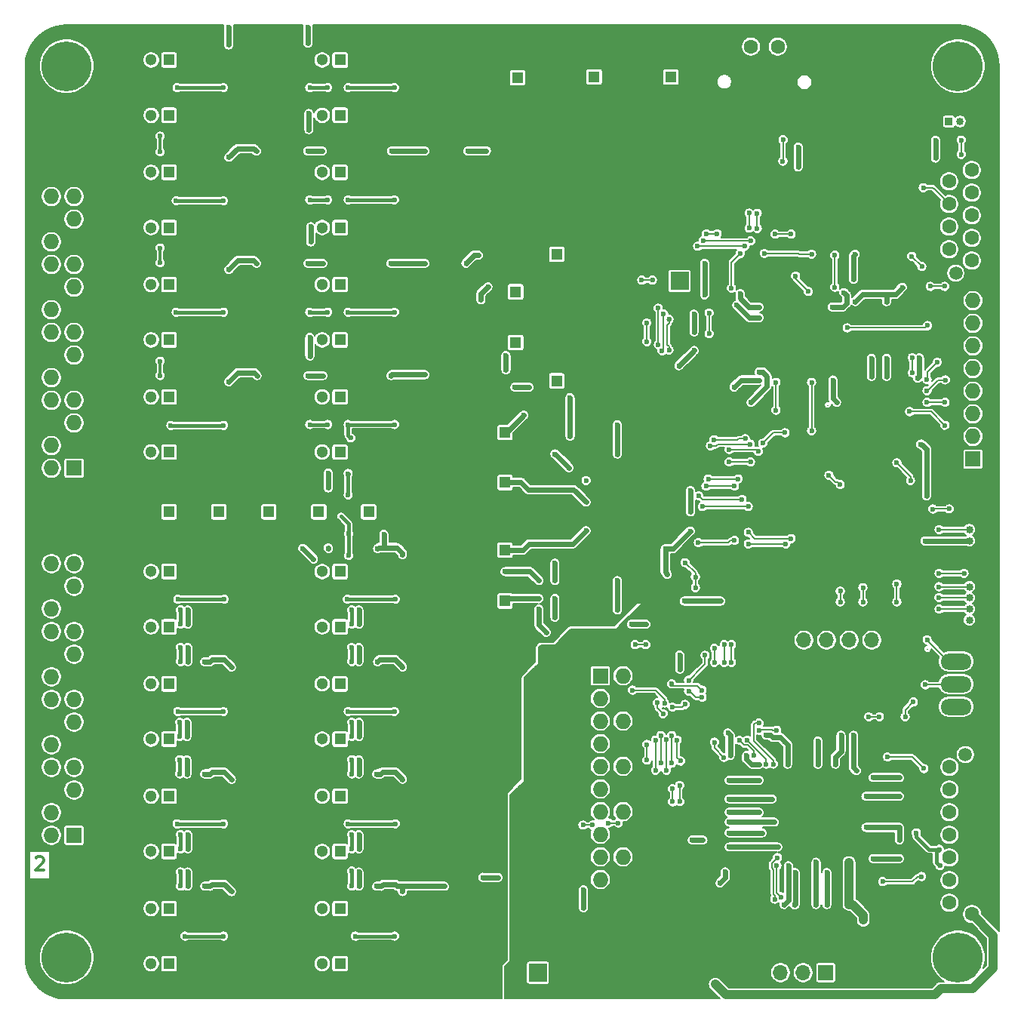
<source format=gbl>
G04 #@! TF.GenerationSoftware,KiCad,Pcbnew,(5.1.8-0-10_14)*
G04 #@! TF.CreationDate,2021-10-08T12:16:11+02:00*
G04 #@! TF.ProjectId,freeDSP-aurora,66726565-4453-4502-9d61-75726f72612e,rev?*
G04 #@! TF.SameCoordinates,Original*
G04 #@! TF.FileFunction,Copper,L2,Bot*
G04 #@! TF.FilePolarity,Positive*
%FSLAX46Y46*%
G04 Gerber Fmt 4.6, Leading zero omitted, Abs format (unit mm)*
G04 Created by KiCad (PCBNEW (5.1.8-0-10_14)) date 2021-10-08 12:16:11*
%MOMM*%
%LPD*%
G01*
G04 APERTURE LIST*
G04 #@! TA.AperFunction,NonConductor*
%ADD10C,0.300000*%
G04 #@! TD*
G04 #@! TA.AperFunction,ComponentPad*
%ADD11R,1.300000X1.300000*%
G04 #@! TD*
G04 #@! TA.AperFunction,ComponentPad*
%ADD12C,1.300000*%
G04 #@! TD*
G04 #@! TA.AperFunction,ComponentPad*
%ADD13O,3.500120X1.800860*%
G04 #@! TD*
G04 #@! TA.AperFunction,ComponentPad*
%ADD14R,0.850000X0.850000*%
G04 #@! TD*
G04 #@! TA.AperFunction,ComponentPad*
%ADD15C,0.850000*%
G04 #@! TD*
G04 #@! TA.AperFunction,ComponentPad*
%ADD16C,1.600000*%
G04 #@! TD*
G04 #@! TA.AperFunction,ComponentPad*
%ADD17C,1.500000*%
G04 #@! TD*
G04 #@! TA.AperFunction,ComponentPad*
%ADD18R,1.727200X1.727200*%
G04 #@! TD*
G04 #@! TA.AperFunction,ComponentPad*
%ADD19O,1.727200X1.727200*%
G04 #@! TD*
G04 #@! TA.AperFunction,ComponentPad*
%ADD20R,2.032000X2.032000*%
G04 #@! TD*
G04 #@! TA.AperFunction,ComponentPad*
%ADD21O,2.032000X2.032000*%
G04 #@! TD*
G04 #@! TA.AperFunction,ComponentPad*
%ADD22C,5.600000*%
G04 #@! TD*
G04 #@! TA.AperFunction,ComponentPad*
%ADD23R,1.700000X1.700000*%
G04 #@! TD*
G04 #@! TA.AperFunction,ComponentPad*
%ADD24O,1.700000X1.700000*%
G04 #@! TD*
G04 #@! TA.AperFunction,ViaPad*
%ADD25C,0.600000*%
G04 #@! TD*
G04 #@! TA.AperFunction,Conductor*
%ADD26C,0.200000*%
G04 #@! TD*
G04 #@! TA.AperFunction,Conductor*
%ADD27C,0.600000*%
G04 #@! TD*
G04 #@! TA.AperFunction,Conductor*
%ADD28C,1.000000*%
G04 #@! TD*
G04 #@! TA.AperFunction,Conductor*
%ADD29C,0.152400*%
G04 #@! TD*
G04 #@! TA.AperFunction,Conductor*
%ADD30C,0.400000*%
G04 #@! TD*
G04 #@! TA.AperFunction,Conductor*
%ADD31C,0.300000*%
G04 #@! TD*
G04 #@! TA.AperFunction,Conductor*
%ADD32C,0.100000*%
G04 #@! TD*
G04 APERTURE END LIST*
D10*
X91571428Y-138821428D02*
X91642857Y-138750000D01*
X91785714Y-138678571D01*
X92142857Y-138678571D01*
X92285714Y-138750000D01*
X92357142Y-138821428D01*
X92428571Y-138964285D01*
X92428571Y-139107142D01*
X92357142Y-139321428D01*
X91500000Y-140178571D01*
X92428571Y-140178571D01*
D11*
X125700000Y-87100000D03*
D12*
X123700000Y-87100000D03*
D11*
X106500000Y-87100000D03*
D12*
X104500000Y-87100000D03*
D11*
X150000000Y-71100000D03*
D12*
X148000000Y-71100000D03*
D11*
X125700000Y-93300000D03*
D12*
X123700000Y-93300000D03*
D11*
X106500000Y-93300000D03*
D12*
X104500000Y-93300000D03*
D11*
X145400000Y-75300000D03*
D12*
X143400000Y-75300000D03*
D11*
X125700000Y-74500000D03*
D12*
X123700000Y-74500000D03*
D11*
X106500000Y-74500000D03*
D12*
X104500000Y-74500000D03*
D11*
X125700000Y-80700000D03*
D12*
X123700000Y-80700000D03*
D11*
X106500000Y-80700000D03*
D12*
X104500000Y-80700000D03*
D11*
X145400000Y-81000000D03*
D12*
X143400000Y-81000000D03*
D11*
X125700000Y-61900000D03*
D12*
X123700000Y-61900000D03*
D11*
X106500000Y-61900000D03*
D12*
X104500000Y-61900000D03*
D11*
X150000000Y-85300000D03*
D12*
X148000000Y-85300000D03*
D11*
X125700000Y-68100000D03*
D12*
X123700000Y-68100000D03*
D11*
X106500000Y-68100000D03*
D12*
X104500000Y-68100000D03*
D11*
X106500000Y-49300000D03*
D12*
X104500000Y-49300000D03*
D11*
X125700000Y-49300000D03*
D12*
X123700000Y-49300000D03*
D11*
X106500000Y-55500000D03*
D12*
X104500000Y-55500000D03*
D11*
X125700000Y-55500000D03*
D12*
X123700000Y-55500000D03*
D11*
X144200000Y-110000000D03*
D12*
X144200000Y-108000000D03*
D11*
X144200000Y-104300000D03*
D12*
X144200000Y-102300000D03*
D11*
X144200000Y-96700000D03*
D12*
X144200000Y-98700000D03*
D11*
X144200000Y-91100000D03*
D12*
X144200000Y-93100000D03*
X154200000Y-47700000D03*
D11*
X154200000Y-51200000D03*
D12*
X162800000Y-47700000D03*
D11*
X162800000Y-51200000D03*
D12*
X145600000Y-47800000D03*
D11*
X145600000Y-51300000D03*
D13*
X194800000Y-124400000D03*
X194800000Y-121860000D03*
X194800000Y-119320000D03*
X194800000Y-116780000D03*
D14*
X196300000Y-104500000D03*
D15*
X196300000Y-103250000D03*
X196300000Y-102000000D03*
D14*
X196300000Y-113400000D03*
D15*
X196300000Y-112150000D03*
X196300000Y-110900000D03*
X196300000Y-109650000D03*
X196300000Y-108400000D03*
D16*
X194060000Y-128630000D03*
X196600000Y-129900000D03*
X194060000Y-131170000D03*
X196600000Y-132440000D03*
X194060000Y-133710000D03*
X196600000Y-134980000D03*
X194060000Y-136250000D03*
X196600000Y-137520000D03*
X194060000Y-138790000D03*
X196600000Y-140060000D03*
X194060000Y-141330000D03*
X196600000Y-142600000D03*
X194060000Y-143870000D03*
X196600000Y-145140000D03*
D17*
X195860000Y-127230000D03*
D16*
X171800000Y-47800000D03*
X174800000Y-47800000D03*
X171800000Y-50800000D03*
X174800000Y-50800000D03*
D18*
X196700000Y-94080000D03*
D19*
X194160000Y-94080000D03*
X196700000Y-91540000D03*
X194160000Y-91540000D03*
X196700000Y-89000000D03*
X194160000Y-89000000D03*
X196700000Y-86460000D03*
X194160000Y-86460000D03*
X196700000Y-83920000D03*
X194160000Y-83920000D03*
X196700000Y-81380000D03*
X194160000Y-81380000D03*
X196700000Y-78840000D03*
X194160000Y-78840000D03*
X196700000Y-76300000D03*
X194160000Y-76300000D03*
D20*
X163800000Y-74100000D03*
D21*
X163800000Y-71560000D03*
D18*
X154900000Y-118400000D03*
D19*
X157440000Y-118400000D03*
X154900000Y-120940000D03*
X157440000Y-120940000D03*
X154900000Y-123480000D03*
X157440000Y-123480000D03*
X154900000Y-126020000D03*
X157440000Y-126020000D03*
X154900000Y-128560000D03*
X157440000Y-128560000D03*
X154900000Y-131100000D03*
X157440000Y-131100000D03*
X154900000Y-133640000D03*
X157440000Y-133640000D03*
X154900000Y-136180000D03*
X157440000Y-136180000D03*
X154900000Y-138720000D03*
X157440000Y-138720000D03*
X154900000Y-141260000D03*
X157440000Y-141260000D03*
D11*
X125700000Y-150700000D03*
D12*
X123700000Y-150700000D03*
D11*
X106500000Y-150700000D03*
D12*
X104500000Y-150700000D03*
D11*
X125700000Y-144500000D03*
D12*
X123700000Y-144500000D03*
D11*
X106500000Y-144500000D03*
D12*
X104500000Y-144500000D03*
D11*
X125700000Y-138100000D03*
D12*
X123700000Y-138100000D03*
D11*
X106500000Y-138100000D03*
D12*
X104500000Y-138100000D03*
D11*
X125700000Y-131900000D03*
D12*
X123700000Y-131900000D03*
D11*
X106500000Y-131900000D03*
D12*
X104500000Y-131900000D03*
D11*
X125700000Y-125500000D03*
D12*
X123700000Y-125500000D03*
D11*
X106500000Y-125500000D03*
D12*
X104500000Y-125500000D03*
D11*
X125700000Y-119300000D03*
D12*
X123700000Y-119300000D03*
D11*
X106500000Y-119300000D03*
D12*
X104500000Y-119300000D03*
D11*
X125700000Y-112900000D03*
D12*
X123700000Y-112900000D03*
D11*
X106500000Y-112900000D03*
D12*
X104500000Y-112900000D03*
D11*
X125700000Y-106700000D03*
D12*
X123700000Y-106700000D03*
D11*
X106500000Y-106700000D03*
D12*
X104500000Y-106700000D03*
D16*
X196570000Y-71815000D03*
X194030000Y-70545000D03*
X196570000Y-69275000D03*
X194030000Y-68005000D03*
X196570000Y-66735000D03*
X194030000Y-65465000D03*
X196570000Y-64195000D03*
X194030000Y-62925000D03*
X196570000Y-61655000D03*
X194030000Y-60385000D03*
D17*
X194770000Y-73215000D03*
D22*
X95000000Y-150000000D03*
X195000000Y-150000000D03*
X195000000Y-50000000D03*
X95000000Y-50000000D03*
D15*
X196500000Y-56200000D03*
X195250000Y-56200000D03*
D14*
X194000000Y-56200000D03*
D21*
X145360000Y-151700000D03*
D20*
X147900000Y-151700000D03*
D12*
X126900000Y-100000000D03*
D11*
X128900000Y-100000000D03*
D12*
X121300000Y-100000000D03*
D11*
X123300000Y-100000000D03*
D12*
X115700000Y-100000000D03*
D11*
X117700000Y-100000000D03*
D12*
X110100000Y-100000000D03*
D11*
X112100000Y-100000000D03*
D12*
X104500000Y-100000000D03*
D11*
X106500000Y-100000000D03*
D19*
X93310000Y-105800000D03*
X95850000Y-105800000D03*
X93310000Y-108340000D03*
X95850000Y-108340000D03*
X93310000Y-110880000D03*
X95850000Y-110880000D03*
X93310000Y-113420000D03*
X95850000Y-113420000D03*
X93310000Y-115960000D03*
X95850000Y-115960000D03*
X93310000Y-118500000D03*
X95850000Y-118500000D03*
X93310000Y-121040000D03*
X95850000Y-121040000D03*
X93310000Y-123580000D03*
X95850000Y-123580000D03*
X93310000Y-126120000D03*
X95850000Y-126120000D03*
X93310000Y-128660000D03*
X95850000Y-128660000D03*
X93310000Y-131200000D03*
X95850000Y-131200000D03*
X93310000Y-133740000D03*
X95850000Y-133740000D03*
X93310000Y-136280000D03*
D18*
X95850000Y-136280000D03*
D19*
X93310000Y-64620000D03*
X95850000Y-64620000D03*
X93310000Y-67160000D03*
X95850000Y-67160000D03*
X93310000Y-69700000D03*
X95850000Y-69700000D03*
X93310000Y-72240000D03*
X95850000Y-72240000D03*
X93310000Y-74780000D03*
X95850000Y-74780000D03*
X93310000Y-77320000D03*
X95850000Y-77320000D03*
X93310000Y-79860000D03*
X95850000Y-79860000D03*
X93310000Y-82400000D03*
X95850000Y-82400000D03*
X93310000Y-84940000D03*
X95850000Y-84940000D03*
X93310000Y-87480000D03*
X95850000Y-87480000D03*
X93310000Y-90020000D03*
X95850000Y-90020000D03*
X93310000Y-92560000D03*
X95850000Y-92560000D03*
X93310000Y-95100000D03*
D18*
X95850000Y-95100000D03*
D23*
X187900000Y-114400000D03*
D24*
X185360000Y-114400000D03*
X182820000Y-114400000D03*
X180280000Y-114400000D03*
X177740000Y-114400000D03*
X175200000Y-114400000D03*
D23*
X180180000Y-151700000D03*
D24*
X177640000Y-151700000D03*
X175100000Y-151700000D03*
X172560000Y-151700000D03*
X170020000Y-151700000D03*
D25*
X191000000Y-55600000D03*
X170400001Y-116899999D03*
X171000000Y-124500000D03*
X181030987Y-77798789D03*
X181700000Y-76199998D03*
X174700000Y-97300000D03*
X177100000Y-54100000D03*
X177100000Y-56100000D03*
X154800000Y-73400000D03*
X162900000Y-141700000D03*
X191600000Y-146800000D03*
X189000000Y-147000000D03*
X184700000Y-143800000D03*
X174200000Y-146800000D03*
X152600000Y-55600000D03*
X152600000Y-60900000D03*
X162900000Y-58600000D03*
X159000000Y-60400000D03*
X162400000Y-108800000D03*
X164400000Y-108800000D03*
X167300000Y-105100000D03*
X170600000Y-72100000D03*
X183500000Y-82400000D03*
X160400000Y-108800000D03*
X151500000Y-96500000D03*
X151500000Y-98900000D03*
X153300000Y-91500000D03*
X155000000Y-93500000D03*
X151500000Y-104500000D03*
X153300000Y-109700000D03*
X155000000Y-107700000D03*
X148000000Y-77300000D03*
X179000000Y-61400000D03*
X185200000Y-63200000D03*
X183199820Y-62969620D03*
X180100000Y-68700000D03*
X182300000Y-70300000D03*
X171850000Y-86100000D03*
X181850000Y-86100000D03*
X168100000Y-88000000D03*
X171850000Y-76100000D03*
X174066398Y-76765227D03*
X174628351Y-76759484D03*
X178100066Y-76732139D03*
X181217903Y-78849976D03*
X150000000Y-77300000D03*
X157000000Y-85800000D03*
X159000000Y-85800000D03*
X181600000Y-89600000D03*
X171800000Y-89500000D03*
X168400000Y-76800000D03*
X168100000Y-86000000D03*
X183500000Y-85200000D03*
X188800000Y-82400000D03*
X185300000Y-76400000D03*
X183500000Y-80400000D03*
X182200000Y-72100000D03*
X180100000Y-64900000D03*
X182300000Y-64900000D03*
X168600000Y-73900000D03*
X176850000Y-66295000D03*
X172600000Y-72100000D03*
X168131734Y-120750240D03*
X162000000Y-119300000D03*
X168100000Y-118200000D03*
X169600000Y-121300000D03*
X164200000Y-145000000D03*
X182290646Y-127658730D03*
X168250000Y-130100000D03*
X182000000Y-123950000D03*
X183300000Y-123950000D03*
X189550000Y-138900000D03*
X189550000Y-133600000D03*
X189550000Y-131900000D03*
X189550000Y-129800000D03*
X180100000Y-123900000D03*
X174900000Y-123700000D03*
X173500000Y-123800000D03*
X168250000Y-137600000D03*
X168250000Y-136000000D03*
X168250000Y-134800000D03*
X168250000Y-132200000D03*
X168250000Y-133700000D03*
X179100000Y-145150000D03*
X180300000Y-145150000D03*
X181500000Y-145150000D03*
X182800000Y-145150000D03*
X168250000Y-139500000D03*
X171700000Y-143300000D03*
X176700000Y-145150000D03*
X175500000Y-145150000D03*
X173800000Y-145150000D03*
X181000000Y-146800000D03*
X172600000Y-149200000D03*
X177100000Y-125600000D03*
X183500000Y-119400000D03*
X190000000Y-125200000D03*
X190000000Y-123100000D03*
X190500000Y-129200000D03*
X160285595Y-137416807D03*
X185300000Y-87200000D03*
X189550000Y-136800000D03*
X189550000Y-135400000D03*
X117000000Y-66500000D03*
X117000000Y-79100000D03*
X117005000Y-91700000D03*
X136200000Y-66500000D03*
X136200000Y-79100000D03*
X136205000Y-91700000D03*
X117005000Y-53900000D03*
X136205000Y-53900000D03*
X120900000Y-73200000D03*
X120900000Y-60700000D03*
X120900000Y-48000000D03*
X134200000Y-47600000D03*
X140100000Y-48000000D03*
X115000000Y-60200000D03*
X115000000Y-85400000D03*
X120900000Y-85900000D03*
X115000000Y-72800000D03*
X120900000Y-107200000D03*
X120900000Y-112400000D03*
X117700000Y-112500000D03*
X111700000Y-104800000D03*
X140100000Y-107200000D03*
X140100000Y-112400000D03*
X136949998Y-112500000D03*
X140100000Y-119800000D03*
X140100000Y-125000000D03*
X136949998Y-125100000D03*
X130900000Y-117400000D03*
X117749998Y-125100000D03*
X120900000Y-125000000D03*
X120900000Y-119800000D03*
X130900000Y-130000000D03*
X140100000Y-132400000D03*
X140100000Y-137600000D03*
X136949998Y-137700000D03*
X120900000Y-137600000D03*
X120900000Y-132400000D03*
X111700000Y-130000000D03*
X117749998Y-137700000D03*
X111700000Y-142600000D03*
X120900000Y-145000000D03*
X120900000Y-150200000D03*
X117749998Y-150300000D03*
X140100000Y-145000000D03*
X130900000Y-142600000D03*
X136949998Y-150300000D03*
X140100000Y-150200000D03*
X154800000Y-82900000D03*
X140100000Y-85800000D03*
X135100000Y-85400000D03*
X148400000Y-81300000D03*
X135086863Y-72900000D03*
X140100000Y-73200000D03*
X148400000Y-75100000D03*
X140100000Y-60600000D03*
X135086863Y-60300000D03*
X115900000Y-47600000D03*
X102700000Y-54400000D03*
X101900000Y-50900000D03*
X102700000Y-60500000D03*
X102700000Y-64500000D03*
X102700000Y-66900000D03*
X102700000Y-57900000D03*
X102700000Y-71100000D03*
X101800000Y-76000000D03*
X102700000Y-79500000D03*
X151500000Y-102100000D03*
X102700000Y-83100000D03*
X102700000Y-89800000D03*
X102700000Y-92200000D03*
X102700000Y-95600000D03*
X102700000Y-95600000D03*
X111700000Y-117400000D03*
X141800010Y-152099990D03*
X149400000Y-117200000D03*
X151400000Y-117200000D03*
X149000000Y-131000000D03*
X147114000Y-129986000D03*
X186800000Y-90600000D03*
X188800000Y-90600000D03*
X190800000Y-90600000D03*
X190700000Y-94500000D03*
X197600000Y-97000000D03*
X176730000Y-120100000D03*
X190700000Y-112900000D03*
X190200000Y-57400000D03*
X164500000Y-150800000D03*
X148400000Y-134200000D03*
X150400000Y-134200000D03*
X147100000Y-147100000D03*
X186400000Y-121100000D03*
X188700000Y-120200000D03*
X163150000Y-94850000D03*
X162500000Y-84900000D03*
X164500000Y-152800000D03*
X161900000Y-145000000D03*
X154100000Y-152300000D03*
X149600000Y-148100000D03*
X139700000Y-100800000D03*
X133465000Y-99365000D03*
X130900000Y-104800000D03*
X101800000Y-99300000D03*
X101800000Y-74600000D03*
X101800000Y-86800000D03*
X158688696Y-107609401D03*
X115743236Y-111168234D03*
X117400000Y-108900000D03*
X115729265Y-123770735D03*
X117134975Y-121034975D03*
X115743236Y-136368234D03*
X117034975Y-133734975D03*
X115729265Y-148970735D03*
X117134975Y-146234975D03*
X134955735Y-148955735D03*
X136284975Y-146284975D03*
X134943236Y-136368234D03*
X136284975Y-133684975D03*
X134955735Y-123755735D03*
X136284975Y-121084975D03*
X134943236Y-111168234D03*
X136300000Y-108500000D03*
X156606250Y-72900000D03*
X141500000Y-46375010D03*
X112700000Y-53600000D03*
X117400000Y-51100000D03*
X112700000Y-66200000D03*
X117400000Y-63700000D03*
X112700000Y-78800000D03*
X117400000Y-76300000D03*
X117400000Y-88900000D03*
X112700000Y-91400000D03*
X136600000Y-88900000D03*
X131900000Y-91400000D03*
X136600000Y-76300000D03*
X131900000Y-78800000D03*
X136600000Y-63700000D03*
X131900000Y-66200000D03*
X131900000Y-53600000D03*
X136600000Y-51100000D03*
X108000000Y-53600000D03*
X108000000Y-66200000D03*
X108000000Y-78800000D03*
X108000000Y-91400000D03*
X127200000Y-78800000D03*
X127200000Y-66200000D03*
X127200000Y-53600000D03*
X126000000Y-51700000D03*
X126000000Y-64300000D03*
X126000000Y-76900000D03*
X106700000Y-76800000D03*
X106700000Y-64200000D03*
X106800000Y-51700000D03*
X108000000Y-59500000D03*
X108000000Y-72100000D03*
X108000000Y-84700000D03*
X108000000Y-86800000D03*
X131900000Y-95200000D03*
X124700000Y-91900000D03*
X124800000Y-89300000D03*
X124700000Y-140400000D03*
X124700000Y-127800000D03*
X124700000Y-115199990D03*
X190800000Y-141700000D03*
X188400000Y-140400000D03*
X191700000Y-136700000D03*
X159400000Y-100500000D03*
X160700000Y-100500000D03*
X162000000Y-100500000D03*
X158100000Y-100500000D03*
X156800000Y-100500000D03*
X159400000Y-101800000D03*
X159400000Y-103100000D03*
X159400000Y-99200000D03*
X159400000Y-97900000D03*
X158100000Y-99200000D03*
X156800000Y-99200000D03*
X160700000Y-99200000D03*
X162000000Y-99200000D03*
X160700000Y-97900000D03*
X158100000Y-97900000D03*
X156800000Y-97900000D03*
X162000000Y-97900000D03*
X162000000Y-101800000D03*
X156800000Y-101800000D03*
X158100000Y-101800000D03*
X160700000Y-101800000D03*
X156800000Y-103100000D03*
X162000000Y-103100000D03*
X160700000Y-103100000D03*
X158100000Y-103100000D03*
X155756250Y-78156250D03*
X155756250Y-79156250D03*
X155756250Y-80156250D03*
X155756250Y-77156250D03*
X155756250Y-76156250D03*
X154756250Y-80156250D03*
X154756250Y-78156250D03*
X154756250Y-77156250D03*
X154756250Y-79156250D03*
X154756250Y-76156250D03*
X153756250Y-77156250D03*
X153756250Y-80156250D03*
X153756250Y-76156250D03*
X153756250Y-78156250D03*
X153756250Y-79156250D03*
X156756250Y-80156250D03*
X156756250Y-78156250D03*
X156756250Y-77156250D03*
X156756250Y-79156250D03*
X156756250Y-76156250D03*
X157756250Y-80156250D03*
X157756250Y-79156250D03*
X157756250Y-78156250D03*
X157756250Y-77156250D03*
X157756250Y-76156250D03*
X175850000Y-80100000D03*
X174850000Y-81100000D03*
X175850000Y-83100000D03*
X174850000Y-79100000D03*
X175850000Y-79100000D03*
X174850000Y-80100000D03*
X174850000Y-82100000D03*
X176850000Y-83100000D03*
X175850000Y-81100000D03*
X174850000Y-83100000D03*
X175850000Y-82100000D03*
X176850000Y-81100000D03*
X178850000Y-81100000D03*
X178850000Y-79100000D03*
X178850000Y-82100000D03*
X178850000Y-80100000D03*
X178850000Y-83100000D03*
X176850000Y-80100000D03*
X177850000Y-83100000D03*
X177850000Y-82100000D03*
X176850000Y-82100000D03*
X177850000Y-81100000D03*
X177850000Y-80100000D03*
X177850000Y-79100000D03*
X176850000Y-79100000D03*
X183200000Y-102000000D03*
X182200000Y-102000000D03*
X181200000Y-102000000D03*
X184200000Y-102000000D03*
X185200000Y-102000000D03*
X181200000Y-101000000D03*
X182200000Y-101000000D03*
X185200000Y-101000000D03*
X183200000Y-101000000D03*
X184200000Y-101000000D03*
X184200000Y-100000000D03*
X185200000Y-100000000D03*
X182200000Y-100000000D03*
X183200000Y-100000000D03*
X181200000Y-100000000D03*
X181200000Y-103000000D03*
X182200000Y-103000000D03*
X185200000Y-103000000D03*
X183200000Y-103000000D03*
X184200000Y-103000000D03*
X183200000Y-104000000D03*
X182200000Y-104000000D03*
X181200000Y-104000000D03*
X184200000Y-104000000D03*
X185200000Y-104000000D03*
X178900000Y-134500000D03*
X177900000Y-134500000D03*
X176900000Y-134500000D03*
X179900000Y-134500000D03*
X180900000Y-134500000D03*
X178900000Y-135500000D03*
X179900000Y-135500000D03*
X180900000Y-135500000D03*
X176900000Y-135500000D03*
X177900000Y-135500000D03*
X176900000Y-136500000D03*
X177900000Y-136500000D03*
X180900000Y-136500000D03*
X179900000Y-136500000D03*
X178900000Y-136500000D03*
X178900000Y-133500000D03*
X179900000Y-133500000D03*
X180900000Y-133500000D03*
X176900000Y-133500000D03*
X177900000Y-133500000D03*
X179900000Y-132500000D03*
X180900000Y-132500000D03*
X176900000Y-132500000D03*
X178900000Y-132500000D03*
X177900000Y-132500000D03*
X170900000Y-107300000D03*
X156800000Y-93500000D03*
X156800000Y-90200000D03*
X146300000Y-89149989D03*
X153300000Y-98900000D03*
X153300000Y-102100000D03*
X148000000Y-107700000D03*
X144200000Y-106700000D03*
X156800000Y-107700000D03*
X148000000Y-109700000D03*
X148000000Y-110900000D03*
X156800000Y-111000000D03*
X148810601Y-113510601D03*
X153300000Y-96500000D03*
X149800000Y-107700000D03*
X116372369Y-84700000D03*
X116300000Y-72100000D03*
X116316674Y-59515083D03*
X122051328Y-59500000D03*
X123701338Y-59500000D03*
X122100000Y-72100000D03*
X122300000Y-80400000D03*
X122200000Y-57100000D03*
X122190128Y-55300000D03*
X123750010Y-72100000D03*
X122400000Y-69700000D03*
X122400000Y-68000000D03*
X122100000Y-84700010D03*
X113200000Y-85400000D03*
X113200000Y-72800000D03*
X113200000Y-60200000D03*
X123750010Y-84700000D03*
X122300000Y-82500000D03*
X131400000Y-84700000D03*
X135200000Y-84600000D03*
X146900031Y-86000000D03*
X131400000Y-72100000D03*
X135200000Y-72100000D03*
X131450002Y-59500000D03*
X135200000Y-59500000D03*
X140025735Y-59500000D03*
X142098603Y-59493234D03*
X149800000Y-93500000D03*
X151360272Y-95043959D03*
X149800000Y-105749989D03*
X129902503Y-104100020D03*
X132700000Y-117400000D03*
X132700000Y-104800000D03*
X129900000Y-116800000D03*
X129800000Y-129400010D03*
X132700000Y-130000000D03*
X129800000Y-142000010D03*
X132700000Y-142600000D03*
X110500000Y-116800010D03*
X113500000Y-117400000D03*
X127800000Y-110999990D03*
X127800000Y-112600000D03*
X127800000Y-115199990D03*
X127800000Y-116800000D03*
X127800000Y-123599990D03*
X127800000Y-125200000D03*
X127800000Y-127799990D03*
X127800000Y-129400010D03*
X127800000Y-136199990D03*
X127800000Y-137800000D03*
X127800000Y-140400000D03*
X127800000Y-142000010D03*
X108600000Y-110999990D03*
X108600000Y-112600000D03*
X108600000Y-115200000D03*
X108600000Y-116800010D03*
X108500000Y-129400010D03*
X108500000Y-127800000D03*
X108500000Y-125200000D03*
X108500000Y-123600000D03*
X110500000Y-129400010D03*
X113500000Y-130000000D03*
X108600000Y-136199990D03*
X108600000Y-137800000D03*
X108600000Y-140400000D03*
X108600000Y-142000010D03*
X110500000Y-142000010D03*
X113500000Y-142600000D03*
X121500000Y-104100000D03*
X122700000Y-105300000D03*
X124369261Y-95630729D03*
X124400020Y-104100020D03*
X149800000Y-109700000D03*
X149800000Y-111800000D03*
X137400000Y-142000010D03*
X141707114Y-141007114D03*
X151500000Y-91500000D03*
X151500000Y-87150000D03*
X124369261Y-97300000D03*
X130600000Y-102500000D03*
X113200000Y-45575010D03*
X113200000Y-47600000D03*
X122092886Y-47407113D03*
X122075010Y-45575010D03*
X141202115Y-71197885D03*
X139820736Y-72099990D03*
X141489885Y-76210115D03*
X142282446Y-74739919D03*
X145300020Y-85999980D03*
X143400040Y-141000000D03*
X177100000Y-61300000D03*
X165400000Y-79800000D03*
X165400000Y-77799980D03*
X162175735Y-104124265D03*
X162400000Y-107000000D03*
X188800000Y-74800000D03*
X187000000Y-76400000D03*
X183500000Y-76400000D03*
X171800000Y-87700000D03*
X172700000Y-84300000D03*
X172700000Y-78200000D03*
X170200000Y-76800000D03*
X190500000Y-85000000D03*
X190701003Y-82700000D03*
X192500000Y-58284989D03*
X192500000Y-60300000D03*
X177100000Y-59049074D03*
X165000000Y-102150000D03*
X165000000Y-100000011D03*
X165000000Y-97600000D03*
X165000000Y-98800000D03*
X165417367Y-81882633D03*
X166600000Y-72100000D03*
X166600000Y-75649999D03*
X163699930Y-83600000D03*
X168000000Y-68800000D03*
X166799990Y-68800000D03*
X144300000Y-84050021D03*
X144300000Y-82450011D03*
X167800000Y-153000000D03*
X153000000Y-142400000D03*
X153000000Y-144400000D03*
X166349931Y-99400000D03*
X171500000Y-99400000D03*
X176300000Y-103000000D03*
X171500000Y-102300000D03*
X162600001Y-81850567D03*
X171765687Y-69600000D03*
X166451464Y-69551464D03*
X162600001Y-78400000D03*
X172500000Y-68200000D03*
X172500000Y-66500000D03*
X170800000Y-98601105D03*
X171500000Y-103600000D03*
X175700052Y-103600000D03*
X165949921Y-98200000D03*
X161802946Y-81919150D03*
X171100000Y-70200000D03*
X165800000Y-70200000D03*
X159534301Y-74000000D03*
X160734301Y-74000000D03*
X162000001Y-77800000D03*
X171600000Y-66473235D03*
X171600000Y-68165000D03*
X180900000Y-77000000D03*
X182200000Y-75400000D03*
X183487984Y-71087984D03*
X183300000Y-73900000D03*
X170600000Y-75500000D03*
X172700000Y-85200000D03*
X172700000Y-77000000D03*
X181000000Y-85200000D03*
X169900000Y-86000000D03*
X181400000Y-87700000D03*
X175378984Y-60649649D03*
X161400000Y-81228037D03*
X152950000Y-135141482D03*
X165568480Y-108500000D03*
X165560858Y-107300000D03*
X154037469Y-135141482D03*
X164400000Y-105700000D03*
X176800000Y-73550000D03*
X178225735Y-75274265D03*
X160000000Y-114900000D03*
X158800000Y-114900000D03*
X175400000Y-58249074D03*
X161391444Y-77142915D03*
X191129979Y-63628817D03*
X195700000Y-106900000D03*
X192899960Y-106900000D03*
X188160000Y-110099999D03*
X188160000Y-108099979D03*
X178600000Y-90900000D03*
X178600060Y-85467867D03*
X193560010Y-90300000D03*
X189600000Y-88750021D03*
X193560010Y-87700000D03*
X169349989Y-93000309D03*
X191550011Y-87700000D03*
X172615599Y-93215599D03*
X193600010Y-85200000D03*
X191550011Y-86400000D03*
X192700000Y-83200000D03*
X191550011Y-85159048D03*
X131800000Y-65000000D03*
X126600000Y-65000000D03*
X124300000Y-65000000D03*
X131800000Y-77600000D03*
X126600000Y-77600000D03*
X124300000Y-77600000D03*
X131800000Y-90200000D03*
X126600000Y-90200000D03*
X124300000Y-90200000D03*
X112600000Y-90300000D03*
X106700735Y-90300735D03*
X112600000Y-65100000D03*
X107300000Y-65100000D03*
X112600000Y-77600000D03*
X107300000Y-77600000D03*
X105500000Y-83100000D03*
X122300000Y-65000000D03*
X122300000Y-77600000D03*
X105500000Y-70400000D03*
X105500000Y-72050010D03*
X131800000Y-52400000D03*
X126600000Y-52400000D03*
X124300000Y-52400000D03*
X122300000Y-52400000D03*
X112600000Y-52400000D03*
X107400735Y-52400735D03*
X105500000Y-59600000D03*
X105500000Y-57849981D03*
X105500000Y-84700000D03*
X131900000Y-109800000D03*
X126500000Y-109800000D03*
X127000000Y-110999990D03*
X127000000Y-112600000D03*
X127000000Y-115199990D03*
X127000000Y-116800000D03*
X126999999Y-123599990D03*
X127000000Y-125200000D03*
X127000000Y-127800000D03*
X127000000Y-129400010D03*
X126999999Y-136199990D03*
X127000000Y-137800000D03*
X127000000Y-140300000D03*
X127000000Y-142000010D03*
X131800000Y-147600000D03*
X127400000Y-147600000D03*
X131900000Y-135000000D03*
X126600000Y-135000000D03*
X131800000Y-122400000D03*
X126600000Y-122400000D03*
X126650011Y-104900020D03*
X126600000Y-95699990D03*
X126900000Y-91700000D03*
X112700000Y-109800000D03*
X107499989Y-109800000D03*
X107799999Y-110999990D03*
X107800000Y-112600000D03*
X107800000Y-115200000D03*
X107800000Y-116800010D03*
X107699997Y-123600000D03*
X107700000Y-125200000D03*
X107700000Y-127800000D03*
X107700000Y-129400010D03*
X112600000Y-122400000D03*
X107499989Y-122400021D03*
X112600000Y-147600000D03*
X108300000Y-147600000D03*
X107799999Y-142000010D03*
X107800000Y-140400000D03*
X107800000Y-137800000D03*
X107799997Y-136199990D03*
X112600000Y-135000000D03*
X107400000Y-135000000D03*
X122299990Y-90200000D03*
X126650011Y-102449989D03*
X126600000Y-98100000D03*
X174600000Y-88600000D03*
X174599934Y-85467861D03*
X166749941Y-97100000D03*
X169949989Y-97100000D03*
X170349999Y-96300000D03*
X167000000Y-96300000D03*
X165883585Y-103445349D03*
X169949989Y-103200000D03*
X167100000Y-80000000D03*
X167100000Y-77700000D03*
X191600000Y-79100000D03*
X182600000Y-79350000D03*
X195400000Y-59900000D03*
X195400000Y-58284989D03*
X185300000Y-84800000D03*
X185300002Y-82750000D03*
X187000000Y-84800000D03*
X187000001Y-82750000D03*
X181200000Y-74800000D03*
X181200000Y-71200000D03*
X189900000Y-82700000D03*
X189900000Y-84400000D03*
X174500000Y-68835000D03*
X176300000Y-68835000D03*
X174180020Y-132200000D03*
X174400000Y-134800000D03*
X174800000Y-137600000D03*
X176000000Y-139699990D03*
X183620235Y-129025045D03*
X175900000Y-128300000D03*
X182800000Y-139346270D03*
X182800000Y-144050000D03*
X184400000Y-145800000D03*
X179100000Y-139300000D03*
X175600000Y-125800000D03*
X173500000Y-125050000D03*
X169350000Y-132200000D03*
X169350000Y-134800000D03*
X169350000Y-137600000D03*
X175500000Y-144050000D03*
X179100000Y-144050000D03*
X183300000Y-125050000D03*
X184700000Y-131900000D03*
X188450000Y-131900000D03*
X188450000Y-136800000D03*
X188450000Y-135400000D03*
X184700000Y-135400000D03*
X176760000Y-140459990D03*
X180300002Y-140459990D03*
X173040010Y-136000000D03*
X168327565Y-141627565D03*
X168900000Y-140400000D03*
X165200000Y-136800000D03*
X166400000Y-136800000D03*
X172700000Y-128300000D03*
X171300000Y-127316823D03*
X169456739Y-127316823D03*
X169200000Y-124800000D03*
X181265820Y-128300000D03*
X179300000Y-128300000D03*
X179300000Y-125700000D03*
X185500000Y-138900000D03*
X188450000Y-138900000D03*
X172700000Y-133700000D03*
X172700000Y-130100000D03*
X169350000Y-133700000D03*
X169350000Y-136000000D03*
X181900000Y-125050000D03*
X169350000Y-130100000D03*
X176700000Y-144100000D03*
X180300000Y-144050000D03*
X193000000Y-139700000D03*
X190350001Y-136020002D03*
X192910502Y-137866455D03*
X188450000Y-129800000D03*
X185500000Y-129800000D03*
X163800000Y-117650369D03*
X163800000Y-116050359D03*
X172700000Y-124500000D03*
X174676200Y-124500000D03*
X160100000Y-126100000D03*
X160100000Y-127850000D03*
X167700000Y-125843160D03*
X168738796Y-127541914D03*
X163800000Y-130707591D03*
X163800000Y-132500000D03*
X155800000Y-134900000D03*
X156900000Y-134900000D03*
X161936567Y-122650003D03*
X163000000Y-131060001D03*
X163000574Y-132524811D03*
X163900000Y-127950000D03*
X163514579Y-125612149D03*
X161299990Y-121408254D03*
X164800001Y-118900000D03*
X166650000Y-116100000D03*
X189100000Y-123000000D03*
X190016233Y-121311482D03*
X162975000Y-121900000D03*
X164400000Y-121600000D03*
X170500000Y-125642403D03*
X172100000Y-127336950D03*
X187100000Y-127500000D03*
X191200000Y-128800000D03*
X191929989Y-74700000D03*
X193529999Y-74700000D03*
X190965686Y-72465686D03*
X189834314Y-71334314D03*
X178600000Y-71100000D03*
X158499950Y-120000000D03*
X162099917Y-121450002D03*
X162900000Y-119300000D03*
X166300000Y-120000000D03*
X169600000Y-74900000D03*
X160100000Y-78800000D03*
X160100000Y-80906250D03*
X170600000Y-71000000D03*
X173300000Y-71000000D03*
X175621765Y-91121765D03*
X162900000Y-125100000D03*
X173110237Y-92296696D03*
X162900000Y-128189999D03*
X190931519Y-140910883D03*
X186580734Y-141480734D03*
X167700000Y-116900000D03*
X167700000Y-115299989D03*
X161700000Y-125100000D03*
X171150019Y-91800001D03*
X167650021Y-91900000D03*
X161699999Y-128200000D03*
X161099999Y-125600000D03*
X171700000Y-92400001D03*
X167250011Y-92592815D03*
X161099999Y-129000000D03*
X162299999Y-125571197D03*
X162299999Y-129000000D03*
X192899960Y-102000000D03*
X192899960Y-110900000D03*
X181820000Y-110100000D03*
X192886377Y-109613623D03*
X181820000Y-108899998D03*
X184360000Y-110099999D03*
X192899960Y-108400000D03*
X184360000Y-108499989D03*
X191349910Y-119400000D03*
X180540000Y-95900000D03*
X181800810Y-96941420D03*
X191560683Y-114360683D03*
X171750019Y-94400000D03*
X169349989Y-94400000D03*
X174463686Y-143455646D03*
X174768647Y-138800000D03*
X174300006Y-128300000D03*
X172700000Y-123699997D03*
X169600000Y-116900000D03*
X169600000Y-114899980D03*
X175200000Y-143200000D03*
X174700000Y-139699990D03*
X171400000Y-125610002D03*
X173500003Y-128300000D03*
X168799997Y-116900000D03*
X168799997Y-114899979D03*
X185000000Y-123000000D03*
X186200000Y-123000000D03*
X166300000Y-120800003D03*
X164800000Y-120100000D03*
X189700000Y-96499990D03*
X188160000Y-94500000D03*
X194033964Y-99666036D03*
X192199990Y-99677803D03*
X158399990Y-112600000D03*
X160000000Y-112600000D03*
X190800000Y-92400000D03*
X191492886Y-98207114D03*
X191299949Y-103250000D03*
X164300000Y-110000000D03*
X168400000Y-110000000D03*
D26*
X180404413Y-88004413D02*
X180400000Y-88000000D01*
D27*
X117075002Y-112500000D02*
X115743236Y-111168234D01*
X117700000Y-112500000D02*
X117075002Y-112500000D01*
X117058530Y-125100000D02*
X115729265Y-123770735D01*
X117749998Y-125100000D02*
X117058530Y-125100000D01*
X117075002Y-137700000D02*
X115743236Y-136368234D01*
X117749998Y-137700000D02*
X117075002Y-137700000D01*
X117058530Y-150300000D02*
X115729265Y-148970735D01*
X117749998Y-150300000D02*
X117058530Y-150300000D01*
X136300000Y-150300000D02*
X134955735Y-148955735D01*
X136949998Y-150300000D02*
X136300000Y-150300000D01*
X136275002Y-137700000D02*
X134943236Y-136368234D01*
X136949998Y-137700000D02*
X136275002Y-137700000D01*
X136300000Y-125100000D02*
X134955735Y-123755735D01*
X136949998Y-125100000D02*
X136300000Y-125100000D01*
X136275002Y-112500000D02*
X134943236Y-111168234D01*
X136949998Y-112500000D02*
X136275002Y-112500000D01*
X156106250Y-73400000D02*
X156606250Y-72900000D01*
X154800000Y-73400000D02*
X156106250Y-73400000D01*
D26*
X117005000Y-51495000D02*
X117400000Y-51100000D01*
X117005000Y-53900000D02*
X117005000Y-51495000D01*
X112999999Y-53899999D02*
X112700000Y-53600000D01*
X117005000Y-53900000D02*
X112999999Y-53899999D01*
X112999999Y-66499999D02*
X112700000Y-66200000D01*
X117005000Y-66500000D02*
X112999999Y-66499999D01*
X117005000Y-66500000D02*
X117005000Y-64095000D01*
X117005000Y-64095000D02*
X117400000Y-63700000D01*
X112999999Y-79099999D02*
X112700000Y-78800000D01*
X117005000Y-79100000D02*
X117005000Y-76695000D01*
X117005000Y-79100000D02*
X112999999Y-79099999D01*
X117005000Y-76695000D02*
X117400000Y-76300000D01*
X117005000Y-91700000D02*
X117005000Y-89295000D01*
X112999999Y-91699999D02*
X112700000Y-91400000D01*
X117005000Y-89295000D02*
X117400000Y-88900000D01*
X117005000Y-91700000D02*
X112999999Y-91699999D01*
X136205000Y-91700000D02*
X132199999Y-91699999D01*
X136205000Y-89295000D02*
X136600000Y-88900000D01*
X136205000Y-91700000D02*
X136205000Y-89295000D01*
X132199999Y-91699999D02*
X131900000Y-91400000D01*
X136205000Y-79100000D02*
X132199999Y-79099999D01*
X132199999Y-79099999D02*
X131900000Y-78800000D01*
X136205000Y-76695000D02*
X136600000Y-76300000D01*
X136205000Y-79100000D02*
X136205000Y-76695000D01*
X136205000Y-66500000D02*
X132199999Y-66499999D01*
X136205000Y-66500000D02*
X136205000Y-64095000D01*
X136205000Y-64095000D02*
X136600000Y-63700000D01*
X132199999Y-66499999D02*
X131900000Y-66200000D01*
X132199999Y-53899999D02*
X131900000Y-53600000D01*
X136205000Y-51495000D02*
X136600000Y-51100000D01*
X136205000Y-53900000D02*
X132199999Y-53899999D01*
X136205000Y-53900000D02*
X136205000Y-51495000D01*
X112700000Y-53600000D02*
X108000000Y-53600000D01*
X112700000Y-66200000D02*
X108000000Y-66200000D01*
X112700000Y-78800000D02*
X108000000Y-78800000D01*
X112700000Y-91400000D02*
X108000000Y-91400000D01*
X131900000Y-78800000D02*
X127200000Y-78800000D01*
X131900000Y-66200000D02*
X127200000Y-66200000D01*
X131900000Y-53600000D02*
X127200000Y-53600000D01*
X126000000Y-52824264D02*
X126000000Y-51700000D01*
X126775736Y-53600000D02*
X126000000Y-52824264D01*
X127200000Y-53600000D02*
X126775736Y-53600000D01*
X126000000Y-65424264D02*
X126000000Y-64300000D01*
X127200000Y-66200000D02*
X126775736Y-66200000D01*
X126775736Y-66200000D02*
X126000000Y-65424264D01*
X126000000Y-78024264D02*
X126000000Y-76900000D01*
X127200000Y-78800000D02*
X126775736Y-78800000D01*
X126775736Y-78800000D02*
X126000000Y-78024264D01*
X108000000Y-78800000D02*
X107575736Y-78800000D01*
X108000000Y-66200000D02*
X107575736Y-66200000D01*
X108000000Y-53600000D02*
X107575736Y-53600000D01*
X106800000Y-52824264D02*
X106800000Y-51700000D01*
X107575736Y-53600000D02*
X106800000Y-52824264D01*
X108000000Y-53600000D02*
X108000000Y-59500000D01*
X108000000Y-66200000D02*
X108000000Y-72100000D01*
X108000000Y-78800000D02*
X108000000Y-84700000D01*
X108000000Y-84700000D02*
X108000000Y-86800000D01*
X131900000Y-91400000D02*
X131900000Y-95200000D01*
X125100001Y-92300001D02*
X124700000Y-91900000D01*
X130999999Y-92300001D02*
X125100001Y-92300001D01*
X131900000Y-91400000D02*
X130999999Y-92300001D01*
X124999999Y-91600001D02*
X124999999Y-89499999D01*
X124999999Y-89499999D02*
X124800000Y-89300000D01*
X124700000Y-91900000D02*
X124999999Y-91600001D01*
X124550000Y-140400000D02*
X124700000Y-140400000D01*
X121750000Y-137600000D02*
X124550000Y-140400000D01*
X120900000Y-137600000D02*
X121750000Y-137600000D01*
X124550000Y-127800000D02*
X124700000Y-127800000D01*
X121750000Y-125000000D02*
X124550000Y-127800000D01*
X120900000Y-125000000D02*
X121750000Y-125000000D01*
X124549990Y-115199990D02*
X124700000Y-115199990D01*
X121750000Y-112400000D02*
X124549990Y-115199990D01*
X120900000Y-112400000D02*
X121750000Y-112400000D01*
X106700000Y-77200000D02*
X106700000Y-76800000D01*
X106700000Y-64700000D02*
X106700000Y-64200000D01*
X106700000Y-77400000D02*
X106700000Y-77924264D01*
X106987868Y-78212132D02*
X106800000Y-78024264D01*
X106700000Y-77924264D02*
X106987868Y-78212132D01*
X107575736Y-78800000D02*
X106987868Y-78212132D01*
X106700000Y-77400000D02*
X106700000Y-77200000D01*
X106700000Y-64800000D02*
X106700000Y-65324264D01*
X106700000Y-64800000D02*
X106700000Y-64700000D01*
X107037868Y-65662132D02*
X106800000Y-65424264D01*
X106700000Y-65324264D02*
X107037868Y-65662132D01*
X107575736Y-66200000D02*
X107037868Y-65662132D01*
D27*
X156800000Y-90200000D02*
X156800000Y-93500000D01*
X144400000Y-91049989D02*
X146300000Y-89149989D01*
X144400000Y-91100000D02*
X144400000Y-91049989D01*
X146000000Y-96700000D02*
X144200000Y-96700000D01*
X151900000Y-97500000D02*
X146800000Y-97500000D01*
X146800000Y-97500000D02*
X146000000Y-96700000D01*
X153300000Y-98900000D02*
X151900000Y-97500000D01*
X146900000Y-103600000D02*
X146200000Y-104300000D01*
X145650000Y-104300000D02*
X144400000Y-104300000D01*
X146200000Y-104300000D02*
X145650000Y-104300000D01*
X151800000Y-103600000D02*
X146900000Y-103600000D01*
X153300000Y-102100000D02*
X151800000Y-103600000D01*
X147000000Y-106700000D02*
X144200000Y-106700000D01*
X148000000Y-107700000D02*
X147000000Y-106700000D01*
X148000000Y-109700000D02*
X145800000Y-109700000D01*
X144500000Y-109700000D02*
X144200000Y-110000000D01*
X148000000Y-109700000D02*
X144500000Y-109700000D01*
X156800000Y-111000000D02*
X156800000Y-107700000D01*
X148000000Y-112700000D02*
X148810601Y-113510601D01*
X148000000Y-110900000D02*
X148000000Y-112700000D01*
X122051328Y-59500000D02*
X123701338Y-59500000D01*
X122200000Y-55309872D02*
X122190128Y-55300000D01*
X122200000Y-57100000D02*
X122200000Y-55309872D01*
X122100000Y-72100000D02*
X123750010Y-72100000D01*
X122400000Y-69700000D02*
X122400000Y-68000000D01*
X114199999Y-84400001D02*
X113200000Y-85400000D01*
X116072370Y-84400001D02*
X114199999Y-84400001D01*
X116372369Y-84700000D02*
X116072370Y-84400001D01*
X114199999Y-71800001D02*
X113200000Y-72800000D01*
X116000001Y-71800001D02*
X114199999Y-71800001D01*
X116300000Y-72100000D02*
X116000001Y-71800001D01*
X114184916Y-59215084D02*
X113200000Y-60200000D01*
X116016675Y-59215084D02*
X114184916Y-59215084D01*
X116316674Y-59515083D02*
X116016675Y-59215084D01*
X123750000Y-84700010D02*
X123750010Y-84700000D01*
X122100000Y-84700010D02*
X123750000Y-84700010D01*
X122300000Y-82500000D02*
X122300000Y-80400000D01*
X131500000Y-84600000D02*
X135200000Y-84600000D01*
X131400000Y-84700000D02*
X131500000Y-84600000D01*
X146900011Y-85999980D02*
X146900031Y-86000000D01*
X134600000Y-72100000D02*
X131400000Y-72100000D01*
X134600000Y-72100000D02*
X135200000Y-72100000D01*
X131450002Y-59500000D02*
X135200000Y-59500000D01*
X140025735Y-59500000D02*
X142091837Y-59500000D01*
X149816313Y-93500000D02*
X151360272Y-95043959D01*
X149800000Y-93500000D02*
X149816313Y-93500000D01*
X149800000Y-107700000D02*
X149800000Y-105749989D01*
X130002524Y-103999999D02*
X129902503Y-104100020D01*
X132700000Y-104650000D02*
X132049999Y-103999999D01*
X132700000Y-104800000D02*
X132700000Y-104650000D01*
X131899999Y-116599999D02*
X132700000Y-117400000D01*
X130100001Y-116599999D02*
X129900000Y-116800000D01*
X131899999Y-116599999D02*
X130100001Y-116599999D01*
X130424275Y-129199999D02*
X131899999Y-129199999D01*
X131899999Y-129199999D02*
X132700000Y-130000000D01*
X130224264Y-129400010D02*
X130424275Y-129199999D01*
X129800000Y-129400010D02*
X130224264Y-129400010D01*
X130315988Y-142000010D02*
X130515999Y-141799999D01*
X129800000Y-142000010D02*
X130315988Y-142000010D01*
X130515999Y-141799999D02*
X131899999Y-141799999D01*
X111115988Y-116800010D02*
X111315999Y-116599999D01*
X110500000Y-116800010D02*
X111115988Y-116800010D01*
X111315999Y-116599999D02*
X112499991Y-116599999D01*
X112699999Y-116599999D02*
X113500000Y-117400000D01*
X112499991Y-116599999D02*
X112699999Y-116599999D01*
X127800000Y-110999990D02*
X127800000Y-112600000D01*
X127800000Y-115199990D02*
X127800000Y-116800000D01*
X127800000Y-123599990D02*
X127800000Y-125200000D01*
X127800000Y-127799990D02*
X127800000Y-129400010D01*
X127800000Y-136199990D02*
X127800000Y-137800000D01*
X127800000Y-140400000D02*
X127800000Y-142000010D01*
X108600000Y-110999990D02*
X108600000Y-112600000D01*
X108600000Y-115200000D02*
X108600000Y-116800010D01*
X108500000Y-129400010D02*
X108500000Y-127800000D01*
X108500000Y-125200000D02*
X108500000Y-123600000D01*
X112699999Y-129199999D02*
X113500000Y-130000000D01*
X111115988Y-129400010D02*
X111315999Y-129199999D01*
X111315999Y-129199999D02*
X112699999Y-129199999D01*
X110500000Y-129400010D02*
X111115988Y-129400010D01*
X108600000Y-136199990D02*
X108600000Y-137800000D01*
X108600000Y-140400000D02*
X108600000Y-142000010D01*
X111115988Y-142000010D02*
X111315999Y-141799999D01*
X110500000Y-142000010D02*
X111115988Y-142000010D01*
X112699999Y-141799999D02*
X113500000Y-142600000D01*
X111315999Y-141799999D02*
X112699999Y-141799999D01*
X121500000Y-104100000D02*
X122700000Y-105300000D01*
X124369261Y-104069261D02*
X124400020Y-104100020D01*
X149800000Y-109700000D02*
X149800000Y-111800000D01*
X141714228Y-141000000D02*
X141707114Y-141007114D01*
X132100010Y-142000010D02*
X131899999Y-141799999D01*
X137400000Y-142000010D02*
X133700010Y-142000010D01*
X133700010Y-142000010D02*
X133299990Y-142000010D01*
X132699990Y-142000010D02*
X132100010Y-142000010D01*
X133700010Y-142000010D02*
X132699990Y-142000010D01*
X132700000Y-142000020D02*
X132699990Y-142000010D01*
X132700000Y-142600000D02*
X132700000Y-142000020D01*
X151500000Y-91500000D02*
X151500000Y-87150000D01*
X124369261Y-97300000D02*
X124369261Y-95630729D01*
X130600000Y-103900000D02*
X130500001Y-103999999D01*
X130500001Y-103999999D02*
X130002524Y-103999999D01*
X130600000Y-102500000D02*
X130600000Y-103900000D01*
X132049999Y-103999999D02*
X130500001Y-103999999D01*
X113200000Y-45575010D02*
X113200000Y-47600000D01*
X122092886Y-45592886D02*
X122075010Y-45575010D01*
X122092886Y-47407113D02*
X122092886Y-45592886D01*
X140722841Y-71197885D02*
X139820736Y-72099990D01*
X141202115Y-71197885D02*
X140722841Y-71197885D01*
X141489885Y-75532480D02*
X142282446Y-74739919D01*
X141489885Y-76210115D02*
X141489885Y-75532480D01*
X145300020Y-85999980D02*
X146900011Y-85999980D01*
X143392926Y-141007114D02*
X143400040Y-141000000D01*
X141707114Y-141007114D02*
X143392926Y-141007114D01*
X162175735Y-104124265D02*
X162175735Y-106775735D01*
X162175735Y-106775735D02*
X162400000Y-107000000D01*
X162599999Y-104124265D02*
X162175735Y-104124265D01*
X165400000Y-77799980D02*
X165400000Y-79800000D01*
X172700000Y-78200000D02*
X171600000Y-78200000D01*
X171600000Y-78200000D02*
X170200000Y-76800000D01*
X184915519Y-75598999D02*
X187100000Y-75598999D01*
X187000000Y-76400000D02*
X187000000Y-75698999D01*
X187100000Y-75598999D02*
X188001001Y-75598999D01*
X187000000Y-75698999D02*
X187100000Y-75598999D01*
X183500000Y-76400000D02*
X184300000Y-75600000D01*
X184300000Y-75600000D02*
X184914518Y-75600000D01*
X184914518Y-75600000D02*
X184915519Y-75598999D01*
X188001001Y-75598999D02*
X188800000Y-74800000D01*
X173600000Y-84775736D02*
X173600000Y-85400000D01*
X171800000Y-87700000D02*
X173600000Y-85900000D01*
X173600000Y-85900000D02*
X173600000Y-85400000D01*
X172700000Y-84300000D02*
X173124264Y-84300000D01*
X173124264Y-84300000D02*
X173600000Y-84775736D01*
X190500000Y-85000000D02*
X190701003Y-84798997D01*
X190701003Y-84798997D02*
X190701003Y-82700000D01*
X192500000Y-58284989D02*
X192500000Y-60300000D01*
X177100000Y-61300000D02*
X177100000Y-59049074D01*
X163025735Y-104124265D02*
X162175735Y-104124265D01*
X165000000Y-102150000D02*
X163025735Y-104124265D01*
X165000000Y-98800000D02*
X165000000Y-97600000D01*
X165000000Y-100000011D02*
X165000000Y-98800000D01*
X166600000Y-72100000D02*
X166600000Y-75600000D01*
X165417297Y-81882633D02*
X163699930Y-83600000D01*
X165417367Y-81882633D02*
X165417297Y-81882633D01*
D26*
X166799990Y-68800000D02*
X168000000Y-68800000D01*
D27*
X144300000Y-84050021D02*
X144300000Y-82450011D01*
D28*
X199000000Y-148100000D02*
X199000000Y-147540000D01*
X167800000Y-153000000D02*
X168300000Y-153500000D01*
X168300000Y-153500000D02*
X168900000Y-154100000D01*
X199000000Y-150600000D02*
X199000000Y-147540000D01*
X199000000Y-147540000D02*
X196600000Y-145140000D01*
X199000000Y-150600000D02*
X199000000Y-148100000D01*
X199000000Y-151180002D02*
X199000000Y-150600000D01*
X199000000Y-151180002D02*
X199000000Y-147540000D01*
X169000000Y-154200000D02*
X168300000Y-153500000D01*
X196680001Y-153500001D02*
X193099999Y-153500001D01*
X192400000Y-154200000D02*
X169000000Y-154200000D01*
X193099999Y-153500001D02*
X192400000Y-154200000D01*
X199000000Y-151180002D02*
X196680001Y-153500001D01*
D27*
X196720000Y-94100000D02*
X196700000Y-94080000D01*
X153000000Y-142400000D02*
X153000000Y-144400000D01*
D26*
X166349931Y-99400000D02*
X171500000Y-99400000D01*
X172200000Y-103000000D02*
X171500000Y-102300000D01*
X176300000Y-103000000D02*
X172200000Y-103000000D01*
X162600001Y-81426303D02*
X162600001Y-81850567D01*
X162400011Y-81226313D02*
X162600001Y-81426303D01*
X162600001Y-78224264D02*
X162400011Y-78424254D01*
X166500000Y-69600000D02*
X166451464Y-69551464D01*
X162400011Y-79024254D02*
X162400011Y-79199989D01*
X162600001Y-78824264D02*
X162400011Y-79024254D01*
X162600001Y-78400000D02*
X162600001Y-78824264D01*
X162400011Y-79199989D02*
X162400011Y-81226313D01*
X171200000Y-69600000D02*
X171765687Y-69600000D01*
X171665687Y-69600000D02*
X171200000Y-69600000D01*
X171200000Y-69600000D02*
X166500000Y-69600000D01*
X172500000Y-68200000D02*
X172500000Y-66500000D01*
X170750006Y-98599997D02*
X170751114Y-98601105D01*
X171500000Y-103600000D02*
X175700052Y-103600000D01*
X165949924Y-98200003D02*
X165949921Y-98200000D01*
X166349918Y-98599997D02*
X165949921Y-98200000D01*
X166699997Y-98599997D02*
X166349918Y-98599997D01*
X166349931Y-98599997D02*
X166699997Y-98599997D01*
X166699997Y-98599997D02*
X170750006Y-98599997D01*
X171100000Y-70200000D02*
X165800000Y-70200000D01*
X159534301Y-74000000D02*
X160734301Y-74000000D01*
X162000001Y-81722095D02*
X161802946Y-81919150D01*
X162000001Y-77800000D02*
X162000001Y-81722095D01*
X171600000Y-66473235D02*
X171600000Y-68165000D01*
D27*
X181499262Y-77000000D02*
X181416200Y-77000000D01*
X181416200Y-77000000D02*
X181414988Y-76998788D01*
X181414988Y-76998788D02*
X180900000Y-76998788D01*
X182084001Y-76999999D02*
X181499262Y-77000000D01*
X181499262Y-77000000D02*
X181074998Y-77000000D01*
X182500001Y-76583999D02*
X182500001Y-75700001D01*
X182500001Y-75700001D02*
X182200000Y-75400000D01*
X181174997Y-76999999D02*
X182084001Y-76999999D01*
X182084001Y-76999999D02*
X182500001Y-76583999D01*
X183300000Y-73900000D02*
X183300000Y-71275968D01*
X183300000Y-71275968D02*
X183487984Y-71087984D01*
X172700000Y-77000000D02*
X171565998Y-77000000D01*
X171565998Y-77000000D02*
X170600000Y-76034002D01*
X170600000Y-76034002D02*
X170600000Y-75500000D01*
X172700000Y-85200000D02*
X170700000Y-85200000D01*
X181000000Y-85200000D02*
X181000000Y-87300000D01*
X181000000Y-87300000D02*
X181400000Y-87700000D01*
X170700000Y-85200000D02*
X169900000Y-86000000D01*
D26*
X165560858Y-107300000D02*
X165560858Y-106860858D01*
X165560858Y-106860858D02*
X164400000Y-105700000D01*
X165568480Y-108500000D02*
X165568480Y-107307622D01*
X165568480Y-107307622D02*
X165560858Y-107300000D01*
D29*
X154037469Y-135141482D02*
X152950000Y-135141482D01*
D26*
X165568480Y-107355222D02*
X165560858Y-107347600D01*
X175400000Y-58249084D02*
X175400000Y-58400000D01*
X175400000Y-58400000D02*
X175400000Y-60628633D01*
X175400000Y-60628633D02*
X175378984Y-60649649D01*
X178225735Y-75274265D02*
X176800000Y-73848530D01*
X176800000Y-73848530D02*
X176800000Y-73560037D01*
X160000000Y-114900000D02*
X158800000Y-114900000D01*
X161400000Y-78400000D02*
X161400000Y-81228037D01*
X161400000Y-77151471D02*
X161391444Y-77142915D01*
X161400000Y-78400000D02*
X161400000Y-77151471D01*
X194030000Y-65465000D02*
X192400000Y-63835000D01*
X191129979Y-63628817D02*
X192193817Y-63628817D01*
X192193817Y-63628817D02*
X192400000Y-63835000D01*
X192899960Y-106900000D02*
X195700000Y-106900000D01*
X188160000Y-108099979D02*
X188160000Y-110099999D01*
X178600060Y-88499940D02*
X178600060Y-90899940D01*
X178600060Y-90899940D02*
X178600000Y-90900000D01*
X178600060Y-87700000D02*
X178600060Y-88499940D01*
X178600060Y-85467867D02*
X178600060Y-87700000D01*
X178600060Y-87700000D02*
X178600000Y-87700060D01*
X178600000Y-87700060D02*
X178600000Y-88600000D01*
X178600060Y-88499940D02*
X178600000Y-88500000D01*
X192010031Y-88750021D02*
X193560010Y-90300000D01*
X189600000Y-88750021D02*
X192010031Y-88750021D01*
X169349989Y-93000309D02*
X172400001Y-93000001D01*
X169349681Y-93000001D02*
X169349989Y-93000309D01*
X193560010Y-87700000D02*
X191550011Y-87700000D01*
X172400001Y-93000001D02*
X172615599Y-93215599D01*
X193600010Y-85200000D02*
X192799998Y-85200000D01*
X192799998Y-85200000D02*
X191599998Y-86400000D01*
X192700000Y-83200000D02*
X191600000Y-84300000D01*
X191600000Y-84300000D02*
X191600000Y-85159048D01*
X126300000Y-55400000D02*
X126200000Y-55500000D01*
D30*
X131800000Y-65000000D02*
X126600000Y-65000000D01*
X124300000Y-65000000D02*
X123100000Y-65000000D01*
X131800000Y-77600000D02*
X126600000Y-77600000D01*
X124300000Y-77600000D02*
X123100000Y-77600000D01*
X131800000Y-90200000D02*
X126600000Y-90200000D01*
X124300000Y-90200000D02*
X123100000Y-90200000D01*
X106701470Y-90300000D02*
X106700735Y-90300735D01*
X112600000Y-65100000D02*
X107300000Y-65100000D01*
X112600000Y-77600000D02*
X107300000Y-77600000D01*
X123100000Y-65000000D02*
X122300000Y-65000000D01*
X123100000Y-77600000D02*
X122300000Y-77600000D01*
D31*
X105500000Y-70500000D02*
X105500000Y-70400000D01*
X105500000Y-71300000D02*
X105500000Y-70400000D01*
X105500000Y-71300000D02*
X105500000Y-72050010D01*
D30*
X131800000Y-52400000D02*
X126600000Y-52400000D01*
X124300000Y-52400000D02*
X122300000Y-52400000D01*
X107401470Y-52400000D02*
X107400735Y-52400735D01*
X112600000Y-52400000D02*
X107401470Y-52400000D01*
D31*
X105500000Y-59600000D02*
X105500000Y-57849981D01*
X105500000Y-84700000D02*
X105500000Y-83100000D01*
D30*
X131900000Y-109800000D02*
X127440121Y-109800000D01*
X127440121Y-109800000D02*
X126500000Y-109800000D01*
X127000000Y-110999990D02*
X127000000Y-112600000D01*
X127000000Y-115199990D02*
X127000000Y-116800000D01*
X126999999Y-125199999D02*
X127000000Y-125200000D01*
X126999999Y-123599990D02*
X126999999Y-125199999D01*
X127000000Y-127800000D02*
X127000000Y-129400010D01*
X126999999Y-137799999D02*
X127000000Y-137800000D01*
X126999999Y-136199990D02*
X126999999Y-137799999D01*
X127000000Y-140300000D02*
X127000000Y-142000010D01*
X131800000Y-147600000D02*
X127400000Y-147600000D01*
X131900000Y-135000000D02*
X126600000Y-135000000D01*
X131800000Y-122400000D02*
X126600000Y-122400000D01*
X126650011Y-95750001D02*
X126600000Y-95699990D01*
X126600000Y-91400000D02*
X126900000Y-91700000D01*
X126600000Y-90200000D02*
X126600000Y-91400000D01*
X112700000Y-109800000D02*
X107499989Y-109800000D01*
X107799999Y-112599999D02*
X107800000Y-112600000D01*
X107799999Y-110999990D02*
X107799999Y-112599999D01*
X107800000Y-115200000D02*
X107800000Y-116800010D01*
X107699997Y-125199997D02*
X107700000Y-125200000D01*
X107699997Y-123600000D02*
X107699997Y-125199997D01*
X107700000Y-127800000D02*
X107700000Y-129400010D01*
X107500010Y-122400000D02*
X107499989Y-122400021D01*
X112600000Y-122400000D02*
X107500010Y-122400000D01*
X112600000Y-147600000D02*
X108300000Y-147600000D01*
X107799999Y-140400001D02*
X107800000Y-140400000D01*
X107799999Y-142000010D02*
X107799999Y-140400001D01*
X107800000Y-136199993D02*
X107799997Y-136199990D01*
X107800000Y-137800000D02*
X107800000Y-136199993D01*
X112600000Y-135000000D02*
X107400000Y-135000000D01*
X123100000Y-90200000D02*
X122299990Y-90200000D01*
X107500000Y-90300000D02*
X106701470Y-90300000D01*
X112600000Y-90300000D02*
X107500000Y-90300000D01*
X126650011Y-101350011D02*
X125800000Y-100500000D01*
X126650011Y-102449989D02*
X126650011Y-101350011D01*
X126650011Y-104900020D02*
X126650011Y-102449989D01*
X126600000Y-95699990D02*
X126600000Y-98100000D01*
D26*
X174599934Y-85467861D02*
X174599934Y-88599934D01*
X174599934Y-88599934D02*
X174600000Y-88600000D01*
X166857125Y-96992816D02*
X166749941Y-97100000D01*
X166749941Y-97100000D02*
X169949989Y-97100000D01*
X170000000Y-96300000D02*
X169800000Y-96300000D01*
X169800000Y-96300000D02*
X167000000Y-96300000D01*
X170349999Y-96300000D02*
X169800000Y-96300000D01*
X169280376Y-103445349D02*
X168945349Y-103445349D01*
X169525725Y-103200000D02*
X169280376Y-103445349D01*
X169949989Y-103200000D02*
X169525725Y-103200000D01*
X165883585Y-103445349D02*
X168945349Y-103445349D01*
X167100000Y-77700000D02*
X167100000Y-80000000D01*
X182600000Y-79350000D02*
X191350000Y-79350000D01*
X191350000Y-79350000D02*
X191600000Y-79100000D01*
X195400000Y-59900000D02*
X195400000Y-58284989D01*
D27*
X185300000Y-84800000D02*
X185300000Y-82750002D01*
X185300000Y-82750002D02*
X185300002Y-82750000D01*
X187000000Y-84800000D02*
X187000000Y-82750001D01*
X187000000Y-82750001D02*
X187000001Y-82750000D01*
D26*
X181200000Y-74800000D02*
X181200000Y-71200000D01*
X189900000Y-84400000D02*
X189900000Y-82700000D01*
X176300000Y-68835000D02*
X174500000Y-68835000D01*
D27*
X173500010Y-132200000D02*
X174180020Y-132200000D01*
X173500000Y-134800000D02*
X174400000Y-134800000D01*
X173500000Y-137600000D02*
X174800000Y-137600000D01*
X175500000Y-144050000D02*
X176000000Y-143550000D01*
X176000000Y-143550000D02*
X176000000Y-139699990D01*
X173500000Y-125050000D02*
X173953394Y-125050000D01*
X173953394Y-125050000D02*
X174203395Y-125300001D01*
X173500000Y-137600000D02*
X173840020Y-137600000D01*
X183300000Y-127300000D02*
X183300000Y-128281212D01*
X183300000Y-125050000D02*
X183300000Y-127300000D01*
X183300000Y-127300000D02*
X183300000Y-128704810D01*
X183300000Y-128704810D02*
X183620235Y-129025045D01*
X183300000Y-128281212D02*
X183290606Y-128290606D01*
D28*
X182800000Y-144050000D02*
X182800000Y-139346270D01*
X183180002Y-144050000D02*
X182800000Y-144050000D01*
D27*
X169350000Y-137600000D02*
X173500000Y-137600000D01*
X169350000Y-134800000D02*
X173500000Y-134800000D01*
X179100000Y-140403271D02*
X179100000Y-139300000D01*
X179100000Y-144050000D02*
X179100000Y-140403271D01*
X169350000Y-132200000D02*
X173500010Y-132200000D01*
X188450000Y-131900000D02*
X184700000Y-131900000D01*
X174203395Y-125300001D02*
X175060201Y-125300001D01*
X175100001Y-125300001D02*
X175600000Y-125800000D01*
X175060201Y-125300001D02*
X175100001Y-125300001D01*
X175899999Y-126099999D02*
X175600000Y-125800000D01*
X175900000Y-128300000D02*
X175899999Y-126099999D01*
X188450000Y-135400000D02*
X188450000Y-136800000D01*
X188450000Y-135400000D02*
X184700000Y-135400000D01*
D28*
X184400000Y-145269998D02*
X183180002Y-144050000D01*
X184400000Y-145800000D02*
X184400000Y-145269998D01*
D27*
X176700000Y-144100000D02*
X176760000Y-144040000D01*
X176760000Y-144040000D02*
X176760000Y-140459990D01*
X180300000Y-144050000D02*
X180300000Y-140459992D01*
X180300000Y-140459992D02*
X180300002Y-140459990D01*
X172700000Y-136000000D02*
X173040010Y-136000000D01*
X168900000Y-140400000D02*
X168900000Y-141055130D01*
X168900000Y-141055130D02*
X168327565Y-141627565D01*
X165200000Y-136800000D02*
X166400000Y-136800000D01*
X171858913Y-128300000D02*
X172700000Y-128300000D01*
X171300000Y-127316823D02*
X171300000Y-127741087D01*
X171300000Y-127741087D02*
X171858913Y-128300000D01*
X171858913Y-128300000D02*
X172652400Y-128300000D01*
X169200000Y-124800000D02*
X169456739Y-125056739D01*
X169456739Y-125056739D02*
X169456739Y-127316823D01*
X181900000Y-126863380D02*
X181265820Y-127497560D01*
X181265820Y-127497560D02*
X181265820Y-127499554D01*
X181265820Y-127499554D02*
X181265820Y-128300000D01*
X179300000Y-125700000D02*
X179300000Y-128300000D01*
X181466575Y-127296805D02*
X181900000Y-126863380D01*
X188450000Y-138900000D02*
X185500000Y-138900000D01*
X169350000Y-136000000D02*
X172700000Y-136000000D01*
X169350000Y-133700000D02*
X172700000Y-133700000D01*
X169350000Y-130100000D02*
X172700000Y-130100000D01*
X181900000Y-126863380D02*
X181900000Y-125050000D01*
X194100000Y-143910000D02*
X194060000Y-143870000D01*
D30*
X190350001Y-136444266D02*
X190350001Y-136020002D01*
X191772190Y-137866455D02*
X190350001Y-136444266D01*
X192700001Y-139400001D02*
X193000000Y-139700000D01*
X192610503Y-139310503D02*
X192700001Y-139400001D01*
X192910502Y-137866455D02*
X192610503Y-138166454D01*
X192610503Y-137910503D02*
X192566455Y-137866455D01*
X192610503Y-138589497D02*
X192610503Y-137910503D01*
X192566455Y-137866455D02*
X191772190Y-137866455D01*
X192910502Y-137866455D02*
X192566455Y-137866455D01*
X192610503Y-138166454D02*
X192610503Y-138589497D01*
X192610503Y-138589497D02*
X192610503Y-139310503D01*
D27*
X188450000Y-129800000D02*
X185500000Y-129800000D01*
X163800000Y-117650369D02*
X163800000Y-116050359D01*
D26*
X172750010Y-124449990D02*
X172700000Y-124500000D01*
X174201926Y-124449990D02*
X172750010Y-124449990D01*
X174676200Y-124500000D02*
X174251936Y-124500000D01*
X174251936Y-124500000D02*
X174201926Y-124449990D01*
D29*
X160100000Y-127850000D02*
X160100000Y-127425736D01*
X160100000Y-127425736D02*
X160100000Y-126100000D01*
D26*
X167700000Y-125843160D02*
X167700000Y-126503118D01*
X167700000Y-126503118D02*
X168738796Y-127541914D01*
D29*
X163800000Y-131107601D02*
X163800000Y-132500000D01*
X163800000Y-131107601D02*
X163800000Y-130707591D01*
X155800000Y-134900000D02*
X156900000Y-134900000D01*
X163514579Y-125612149D02*
X163514579Y-127564579D01*
X163514579Y-127564579D02*
X163900000Y-127950000D01*
D26*
X163000574Y-132524811D02*
X163000574Y-131060575D01*
X163000574Y-131060575D02*
X163000000Y-131060001D01*
X161299990Y-121408254D02*
X161299990Y-122008245D01*
X161299990Y-122008245D02*
X161900000Y-122608255D01*
X164800001Y-118900000D02*
X166300001Y-117400000D01*
X166300001Y-117400000D02*
X166600000Y-117100001D01*
X166650000Y-116100000D02*
X166650000Y-117050001D01*
X166650000Y-117050001D02*
X166300001Y-117400000D01*
X189100000Y-122227715D02*
X189100000Y-123000000D01*
X190016233Y-121311482D02*
X189100000Y-122227715D01*
X162975000Y-121900000D02*
X164100000Y-121900000D01*
X164100000Y-121900000D02*
X164400000Y-121600000D01*
X171100000Y-126170003D02*
X171450871Y-126170003D01*
X171100000Y-126170003D02*
X171027600Y-126170003D01*
X171027600Y-126170003D02*
X170500000Y-125642403D01*
X171450871Y-126170003D02*
X172100000Y-126819132D01*
X172100000Y-126819132D02*
X172100000Y-127336950D01*
X188600000Y-127500000D02*
X187100000Y-127500000D01*
X189900000Y-127500000D02*
X188600000Y-127500000D01*
X191200000Y-128800000D02*
X189900000Y-127500000D01*
X193529999Y-74700000D02*
X191929989Y-74700000D01*
X189834314Y-71334314D02*
X190965686Y-72465686D01*
X178600000Y-71100000D02*
X177200000Y-71100000D01*
X177200000Y-71100000D02*
X177100000Y-71000000D01*
X162099917Y-121450002D02*
X162099917Y-121025738D01*
X161074179Y-120000000D02*
X158499950Y-120000000D01*
X162099917Y-121025738D02*
X161074179Y-120000000D01*
X163000000Y-119500000D02*
X162800000Y-119500000D01*
X163000000Y-119500000D02*
X163000000Y-119400000D01*
X163000000Y-119400000D02*
X162900000Y-119300000D01*
X165088003Y-119500000D02*
X163000000Y-119500000D01*
X166300000Y-120000000D02*
X165800001Y-119500001D01*
X165800001Y-119500001D02*
X165088003Y-119500000D01*
X169600000Y-74900000D02*
X169600000Y-72000000D01*
X169600000Y-72000000D02*
X170600000Y-71000000D01*
X160100000Y-80906250D02*
X160100000Y-78800000D01*
X173300000Y-71000000D02*
X177100000Y-71000000D01*
X174106933Y-91300000D02*
X173110237Y-92296696D01*
X175621765Y-91121765D02*
X174285168Y-91121765D01*
X174285168Y-91121765D02*
X174106933Y-91300000D01*
X162900000Y-125100000D02*
X162900000Y-126100370D01*
X162900000Y-128189999D02*
X162900000Y-126100370D01*
X189937404Y-141480734D02*
X186580734Y-141480734D01*
X190507255Y-140910883D02*
X189937404Y-141480734D01*
X190931519Y-140910883D02*
X190507255Y-140910883D01*
X167700000Y-115299989D02*
X167700000Y-116900000D01*
X161700000Y-125100000D02*
X161700000Y-126100001D01*
X171150019Y-91800001D02*
X170391021Y-91800001D01*
X170391021Y-91800001D02*
X170291022Y-91900000D01*
X170291022Y-91900000D02*
X167650021Y-91900000D01*
X161700000Y-127775735D02*
X161700000Y-126100001D01*
X161700000Y-126100001D02*
X161699999Y-126100000D01*
X161699999Y-128200000D02*
X161700000Y-127775735D01*
X161099999Y-129000000D02*
X161099999Y-125600000D01*
X161099999Y-125600000D02*
X161099999Y-125500001D01*
X171700000Y-92400001D02*
X168038022Y-92400001D01*
X168038022Y-92400001D02*
X167845208Y-92592815D01*
X167845208Y-92592815D02*
X167250011Y-92592815D01*
X161099999Y-125500001D02*
X161100000Y-125500000D01*
X162299999Y-129000000D02*
X162299999Y-125571197D01*
X193299970Y-102000000D02*
X192899960Y-102000000D01*
X196300000Y-102000000D02*
X193299970Y-102000000D01*
X196300000Y-110900000D02*
X194300000Y-110900000D01*
X196300000Y-110900000D02*
X193679626Y-110900000D01*
X193679626Y-110900000D02*
X192899960Y-110900000D01*
X196263623Y-110713623D02*
X196300000Y-110750000D01*
X192886377Y-109613623D02*
X196263623Y-109613623D01*
X181820000Y-110100000D02*
X181820000Y-108899998D01*
X184360000Y-108499989D02*
X184360000Y-110099999D01*
X192899960Y-108400000D02*
X193400000Y-108400000D01*
X196300000Y-108400000D02*
X193400000Y-108400000D01*
X191349910Y-119400000D02*
X194780000Y-119400000D01*
X181281421Y-96641421D02*
X181270000Y-96630000D01*
X181500811Y-96641421D02*
X181281421Y-96641421D01*
X181800810Y-96941420D02*
X181500811Y-96641421D01*
X181270000Y-96630000D02*
X180540000Y-95900000D01*
X194080000Y-116880000D02*
X191610684Y-114410684D01*
X191610684Y-115410684D02*
X191560683Y-115360683D01*
X169349989Y-94400000D02*
X171750019Y-94400000D01*
X169600000Y-116900000D02*
X169600000Y-114811980D01*
X174463686Y-143455646D02*
X174463686Y-143031382D01*
X174463686Y-143031382D02*
X174339990Y-142907686D01*
X174339990Y-142907686D02*
X174339990Y-140168782D01*
X174339990Y-140168782D02*
X174139999Y-139968791D01*
X174139999Y-139968791D02*
X174139999Y-139428648D01*
X174139999Y-139428648D02*
X174768647Y-138800000D01*
X172700000Y-123699997D02*
X172275736Y-123699997D01*
X172275736Y-123699997D02*
X172099999Y-123875734D01*
X174300006Y-127875736D02*
X174300006Y-128300000D01*
X172099999Y-123875734D02*
X172099999Y-125675729D01*
X172099999Y-125675729D02*
X174300006Y-127875736D01*
X169600000Y-114811980D02*
X169600000Y-114899980D01*
X174700000Y-139699990D02*
X174700000Y-142700000D01*
X174700000Y-142700000D02*
X175200000Y-143200000D01*
X171400000Y-125610002D02*
X173500003Y-127710005D01*
X173500003Y-127710005D02*
X173500003Y-128300000D01*
X168799997Y-116900000D02*
X168799997Y-114899979D01*
D29*
X185000000Y-123000000D02*
X186200000Y-123000000D01*
D26*
X166300000Y-120800003D02*
X165600003Y-120800003D01*
X165600003Y-120800003D02*
X164800000Y-120000000D01*
X189700000Y-96040000D02*
X188160000Y-94500000D01*
X189700000Y-96499990D02*
X189700000Y-96040000D01*
X194033964Y-99666036D02*
X192211757Y-99666036D01*
D27*
X158399990Y-112600000D02*
X160000000Y-112600000D01*
X191500001Y-92950001D02*
X191500001Y-98199999D01*
X191500001Y-98199999D02*
X191492886Y-98207114D01*
X190950000Y-92400000D02*
X191500001Y-92950001D01*
X190800000Y-92400000D02*
X190950000Y-92400000D01*
X191750000Y-103250000D02*
X191299949Y-103250000D01*
X196300000Y-103250000D02*
X191750000Y-103250000D01*
X164300000Y-110000000D02*
X168400000Y-110000000D01*
D26*
X112623058Y-45399996D02*
X112617279Y-45429050D01*
X112608682Y-45457390D01*
X112605779Y-45486861D01*
X112600000Y-45515915D01*
X112600000Y-45545537D01*
X112600001Y-47540900D01*
X112600000Y-47540905D01*
X112600000Y-47659095D01*
X112605781Y-47688158D01*
X112608683Y-47717621D01*
X112617277Y-47745953D01*
X112623058Y-47775014D01*
X112634396Y-47802386D01*
X112642991Y-47830721D01*
X112656949Y-47856835D01*
X112668287Y-47884207D01*
X112684746Y-47908840D01*
X112698705Y-47934955D01*
X112717492Y-47957847D01*
X112733950Y-47982478D01*
X112754897Y-48003425D01*
X112773684Y-48026317D01*
X112796576Y-48045104D01*
X112817522Y-48066050D01*
X112842152Y-48082507D01*
X112865046Y-48101296D01*
X112891164Y-48115256D01*
X112915793Y-48131713D01*
X112943161Y-48143049D01*
X112969280Y-48157010D01*
X112997620Y-48165607D01*
X113024986Y-48176942D01*
X113054040Y-48182721D01*
X113082380Y-48191318D01*
X113111851Y-48194221D01*
X113140905Y-48200000D01*
X113170526Y-48200000D01*
X113200000Y-48202903D01*
X113229474Y-48200000D01*
X113259095Y-48200000D01*
X113288148Y-48194221D01*
X113317621Y-48191318D01*
X113345963Y-48182721D01*
X113375014Y-48176942D01*
X113402377Y-48165608D01*
X113430721Y-48157010D01*
X113456844Y-48143047D01*
X113484207Y-48131713D01*
X113508832Y-48115259D01*
X113534955Y-48101296D01*
X113557853Y-48082504D01*
X113582478Y-48066050D01*
X113603419Y-48045109D01*
X113626317Y-48026317D01*
X113645109Y-48003419D01*
X113666050Y-47982478D01*
X113682504Y-47957853D01*
X113701296Y-47934955D01*
X113715259Y-47908832D01*
X113731713Y-47884207D01*
X113743047Y-47856844D01*
X113757010Y-47830721D01*
X113765608Y-47802377D01*
X113776942Y-47775014D01*
X113782721Y-47745963D01*
X113791318Y-47717621D01*
X113794221Y-47688148D01*
X113800000Y-47659095D01*
X113800000Y-45515915D01*
X113794221Y-45486862D01*
X113791318Y-45457389D01*
X113782721Y-45429047D01*
X113776942Y-45399996D01*
X113766588Y-45375000D01*
X121508422Y-45375000D01*
X121498068Y-45399996D01*
X121492288Y-45429052D01*
X121483692Y-45457390D01*
X121480789Y-45486861D01*
X121475010Y-45515915D01*
X121475010Y-45545536D01*
X121472107Y-45575010D01*
X121475010Y-45604484D01*
X121475010Y-45634105D01*
X121480789Y-45663159D01*
X121483692Y-45692630D01*
X121492288Y-45720968D01*
X121492887Y-45723977D01*
X121492886Y-47348018D01*
X121492886Y-47466208D01*
X121498665Y-47495262D01*
X121501568Y-47524733D01*
X121510165Y-47553073D01*
X121515944Y-47582127D01*
X121527279Y-47609493D01*
X121535876Y-47637833D01*
X121549837Y-47663952D01*
X121561173Y-47691320D01*
X121577630Y-47715949D01*
X121591590Y-47742067D01*
X121610380Y-47764962D01*
X121626836Y-47789591D01*
X121647778Y-47810533D01*
X121666569Y-47833430D01*
X121689467Y-47852222D01*
X121710408Y-47873163D01*
X121735033Y-47889617D01*
X121757931Y-47908409D01*
X121784054Y-47922372D01*
X121808679Y-47938826D01*
X121836042Y-47950160D01*
X121862165Y-47964123D01*
X121890509Y-47972721D01*
X121917872Y-47984055D01*
X121946923Y-47989834D01*
X121975265Y-47998431D01*
X122004738Y-48001334D01*
X122033791Y-48007113D01*
X122063412Y-48007113D01*
X122092886Y-48010016D01*
X122122360Y-48007113D01*
X122151981Y-48007113D01*
X122181035Y-48001334D01*
X122210506Y-47998431D01*
X122238846Y-47989834D01*
X122267900Y-47984055D01*
X122295266Y-47972720D01*
X122323606Y-47964123D01*
X122349725Y-47950162D01*
X122377093Y-47938826D01*
X122401722Y-47922369D01*
X122427840Y-47908409D01*
X122450735Y-47889619D01*
X122475364Y-47873163D01*
X122496306Y-47852221D01*
X122519203Y-47833430D01*
X122537995Y-47810532D01*
X122558936Y-47789591D01*
X122575390Y-47764966D01*
X122594182Y-47742068D01*
X122608145Y-47715945D01*
X122624372Y-47691659D01*
X170700000Y-47691659D01*
X170700000Y-47908341D01*
X170742273Y-48120858D01*
X170825193Y-48321045D01*
X170945575Y-48501209D01*
X171098791Y-48654425D01*
X171278955Y-48774807D01*
X171479142Y-48857727D01*
X171691659Y-48900000D01*
X171908341Y-48900000D01*
X172120858Y-48857727D01*
X172321045Y-48774807D01*
X172501209Y-48654425D01*
X172654425Y-48501209D01*
X172774807Y-48321045D01*
X172857727Y-48120858D01*
X172900000Y-47908341D01*
X172900000Y-47691659D01*
X173700000Y-47691659D01*
X173700000Y-47908341D01*
X173742273Y-48120858D01*
X173825193Y-48321045D01*
X173945575Y-48501209D01*
X174098791Y-48654425D01*
X174278955Y-48774807D01*
X174479142Y-48857727D01*
X174691659Y-48900000D01*
X174908341Y-48900000D01*
X175120858Y-48857727D01*
X175321045Y-48774807D01*
X175501209Y-48654425D01*
X175654425Y-48501209D01*
X175774807Y-48321045D01*
X175857727Y-48120858D01*
X175900000Y-47908341D01*
X175900000Y-47691659D01*
X175857727Y-47479142D01*
X175774807Y-47278955D01*
X175654425Y-47098791D01*
X175501209Y-46945575D01*
X175321045Y-46825193D01*
X175120858Y-46742273D01*
X174908341Y-46700000D01*
X174691659Y-46700000D01*
X174479142Y-46742273D01*
X174278955Y-46825193D01*
X174098791Y-46945575D01*
X173945575Y-47098791D01*
X173825193Y-47278955D01*
X173742273Y-47479142D01*
X173700000Y-47691659D01*
X172900000Y-47691659D01*
X172857727Y-47479142D01*
X172774807Y-47278955D01*
X172654425Y-47098791D01*
X172501209Y-46945575D01*
X172321045Y-46825193D01*
X172120858Y-46742273D01*
X171908341Y-46700000D01*
X171691659Y-46700000D01*
X171479142Y-46742273D01*
X171278955Y-46825193D01*
X171098791Y-46945575D01*
X170945575Y-47098791D01*
X170825193Y-47278955D01*
X170742273Y-47479142D01*
X170700000Y-47691659D01*
X122624372Y-47691659D01*
X122624599Y-47691320D01*
X122635933Y-47663957D01*
X122649896Y-47637834D01*
X122658494Y-47609490D01*
X122669828Y-47582127D01*
X122675607Y-47553076D01*
X122684204Y-47524734D01*
X122687107Y-47495261D01*
X122692886Y-47466208D01*
X122692886Y-45622351D01*
X122695788Y-45592885D01*
X122692886Y-45563419D01*
X122692886Y-45563412D01*
X122684204Y-45475265D01*
X122653789Y-45375000D01*
X194983304Y-45375000D01*
X195818752Y-45449562D01*
X196611628Y-45666468D01*
X197353558Y-46020351D01*
X198021098Y-46500027D01*
X198593140Y-47090329D01*
X199051613Y-47772609D01*
X199382016Y-48525289D01*
X199574603Y-49327470D01*
X199625000Y-50013751D01*
X199625001Y-147040520D01*
X199593470Y-147002099D01*
X199593469Y-147002098D01*
X199568422Y-146971578D01*
X199537902Y-146946531D01*
X197700000Y-145108630D01*
X197700000Y-145031659D01*
X197657727Y-144819142D01*
X197574807Y-144618955D01*
X197454425Y-144438791D01*
X197301209Y-144285575D01*
X197121045Y-144165193D01*
X196920858Y-144082273D01*
X196708341Y-144040000D01*
X196491659Y-144040000D01*
X196279142Y-144082273D01*
X196078955Y-144165193D01*
X195898791Y-144285575D01*
X195745575Y-144438791D01*
X195625193Y-144618955D01*
X195542273Y-144819142D01*
X195500000Y-145031659D01*
X195500000Y-145248341D01*
X195542273Y-145460858D01*
X195625193Y-145661045D01*
X195745575Y-145841209D01*
X195898791Y-145994425D01*
X196078955Y-146114807D01*
X196279142Y-146197727D01*
X196491659Y-146240000D01*
X196568630Y-146240000D01*
X198200000Y-147871371D01*
X198200000Y-148139292D01*
X198200001Y-148139300D01*
X198200001Y-149095763D01*
X198200000Y-150848631D01*
X197865240Y-151183392D01*
X197980869Y-150904237D01*
X198100000Y-150305323D01*
X198100000Y-149694677D01*
X197980869Y-149095763D01*
X197747185Y-148531599D01*
X197407928Y-148023865D01*
X196976135Y-147592072D01*
X196468401Y-147252815D01*
X195904237Y-147019131D01*
X195305323Y-146900000D01*
X194694677Y-146900000D01*
X194095763Y-147019131D01*
X193531599Y-147252815D01*
X193023865Y-147592072D01*
X192592072Y-148023865D01*
X192252815Y-148531599D01*
X192019131Y-149095763D01*
X191900000Y-149694677D01*
X191900000Y-150305323D01*
X192019131Y-150904237D01*
X192252815Y-151468401D01*
X192592072Y-151976135D01*
X193023865Y-152407928D01*
X193460983Y-152700001D01*
X193139289Y-152700001D01*
X193099998Y-152696131D01*
X193060707Y-152700001D01*
X193060706Y-152700001D01*
X192943172Y-152711577D01*
X192825617Y-152747237D01*
X192792371Y-152757322D01*
X192653392Y-152831608D01*
X192567054Y-152902464D01*
X192531577Y-152931579D01*
X192506530Y-152962099D01*
X192068630Y-153400000D01*
X169331371Y-153400000D01*
X169215578Y-153284207D01*
X168837901Y-152906531D01*
X168837896Y-152906527D01*
X168337901Y-152406531D01*
X168246606Y-152331607D01*
X168107627Y-152257321D01*
X167956827Y-152211577D01*
X167800000Y-152196130D01*
X167643173Y-152211577D01*
X167492373Y-152257321D01*
X167353394Y-152331607D01*
X167231579Y-152431579D01*
X167131607Y-152553394D01*
X167057321Y-152692373D01*
X167011577Y-152843173D01*
X166996130Y-153000000D01*
X167011577Y-153156827D01*
X167057321Y-153307627D01*
X167131607Y-153446606D01*
X167206531Y-153537901D01*
X167706527Y-154037896D01*
X167706531Y-154037901D01*
X168083499Y-154414869D01*
X168293629Y-154625000D01*
X144200000Y-154625000D01*
X144200000Y-151041422D01*
X144557422Y-150684000D01*
X146582549Y-150684000D01*
X146582549Y-152716000D01*
X146588341Y-152774810D01*
X146605496Y-152831360D01*
X146633353Y-152883477D01*
X146670842Y-152929158D01*
X146716523Y-152966647D01*
X146768640Y-152994504D01*
X146825190Y-153011659D01*
X146884000Y-153017451D01*
X148916000Y-153017451D01*
X148974810Y-153011659D01*
X149031360Y-152994504D01*
X149083477Y-152966647D01*
X149129158Y-152929158D01*
X149166647Y-152883477D01*
X149194504Y-152831360D01*
X149211659Y-152774810D01*
X149217451Y-152716000D01*
X149217451Y-151586735D01*
X173950000Y-151586735D01*
X173950000Y-151813265D01*
X173994194Y-152035443D01*
X174080884Y-152244729D01*
X174206737Y-152433082D01*
X174366918Y-152593263D01*
X174555271Y-152719116D01*
X174764557Y-152805806D01*
X174986735Y-152850000D01*
X175213265Y-152850000D01*
X175435443Y-152805806D01*
X175644729Y-152719116D01*
X175833082Y-152593263D01*
X175993263Y-152433082D01*
X176119116Y-152244729D01*
X176205806Y-152035443D01*
X176250000Y-151813265D01*
X176250000Y-151586735D01*
X176490000Y-151586735D01*
X176490000Y-151813265D01*
X176534194Y-152035443D01*
X176620884Y-152244729D01*
X176746737Y-152433082D01*
X176906918Y-152593263D01*
X177095271Y-152719116D01*
X177304557Y-152805806D01*
X177526735Y-152850000D01*
X177753265Y-152850000D01*
X177975443Y-152805806D01*
X178184729Y-152719116D01*
X178373082Y-152593263D01*
X178533263Y-152433082D01*
X178659116Y-152244729D01*
X178745806Y-152035443D01*
X178790000Y-151813265D01*
X178790000Y-151586735D01*
X178745806Y-151364557D01*
X178659116Y-151155271D01*
X178533263Y-150966918D01*
X178416345Y-150850000D01*
X179028549Y-150850000D01*
X179028549Y-152550000D01*
X179034341Y-152608810D01*
X179051496Y-152665360D01*
X179079353Y-152717477D01*
X179116842Y-152763158D01*
X179162523Y-152800647D01*
X179214640Y-152828504D01*
X179271190Y-152845659D01*
X179330000Y-152851451D01*
X181030000Y-152851451D01*
X181088810Y-152845659D01*
X181145360Y-152828504D01*
X181197477Y-152800647D01*
X181243158Y-152763158D01*
X181280647Y-152717477D01*
X181308504Y-152665360D01*
X181325659Y-152608810D01*
X181331451Y-152550000D01*
X181331451Y-150850000D01*
X181325659Y-150791190D01*
X181308504Y-150734640D01*
X181280647Y-150682523D01*
X181243158Y-150636842D01*
X181197477Y-150599353D01*
X181145360Y-150571496D01*
X181088810Y-150554341D01*
X181030000Y-150548549D01*
X179330000Y-150548549D01*
X179271190Y-150554341D01*
X179214640Y-150571496D01*
X179162523Y-150599353D01*
X179116842Y-150636842D01*
X179079353Y-150682523D01*
X179051496Y-150734640D01*
X179034341Y-150791190D01*
X179028549Y-150850000D01*
X178416345Y-150850000D01*
X178373082Y-150806737D01*
X178184729Y-150680884D01*
X177975443Y-150594194D01*
X177753265Y-150550000D01*
X177526735Y-150550000D01*
X177304557Y-150594194D01*
X177095271Y-150680884D01*
X176906918Y-150806737D01*
X176746737Y-150966918D01*
X176620884Y-151155271D01*
X176534194Y-151364557D01*
X176490000Y-151586735D01*
X176250000Y-151586735D01*
X176205806Y-151364557D01*
X176119116Y-151155271D01*
X175993263Y-150966918D01*
X175833082Y-150806737D01*
X175644729Y-150680884D01*
X175435443Y-150594194D01*
X175213265Y-150550000D01*
X174986735Y-150550000D01*
X174764557Y-150594194D01*
X174555271Y-150680884D01*
X174366918Y-150806737D01*
X174206737Y-150966918D01*
X174080884Y-151155271D01*
X173994194Y-151364557D01*
X173950000Y-151586735D01*
X149217451Y-151586735D01*
X149217451Y-150684000D01*
X149211659Y-150625190D01*
X149194504Y-150568640D01*
X149166647Y-150516523D01*
X149129158Y-150470842D01*
X149083477Y-150433353D01*
X149031360Y-150405496D01*
X148974810Y-150388341D01*
X148916000Y-150382549D01*
X146884000Y-150382549D01*
X146825190Y-150388341D01*
X146768640Y-150405496D01*
X146716523Y-150433353D01*
X146670842Y-150470842D01*
X146633353Y-150516523D01*
X146605496Y-150568640D01*
X146588341Y-150625190D01*
X146582549Y-150684000D01*
X144557422Y-150684000D01*
X144770711Y-150470711D01*
X144783147Y-150455557D01*
X144792388Y-150438268D01*
X144798079Y-150419509D01*
X144800000Y-150400000D01*
X144800000Y-142340905D01*
X152400000Y-142340905D01*
X152400000Y-142370527D01*
X152400001Y-144340900D01*
X152400000Y-144340905D01*
X152400000Y-144459095D01*
X152405781Y-144488158D01*
X152408683Y-144517621D01*
X152417277Y-144545953D01*
X152423058Y-144575014D01*
X152434396Y-144602386D01*
X152442991Y-144630721D01*
X152456949Y-144656835D01*
X152468287Y-144684207D01*
X152484746Y-144708840D01*
X152498705Y-144734955D01*
X152517492Y-144757847D01*
X152533950Y-144782478D01*
X152554897Y-144803425D01*
X152573684Y-144826317D01*
X152596576Y-144845104D01*
X152617522Y-144866050D01*
X152642152Y-144882507D01*
X152665046Y-144901296D01*
X152691164Y-144915256D01*
X152715793Y-144931713D01*
X152743161Y-144943049D01*
X152769280Y-144957010D01*
X152797620Y-144965607D01*
X152824986Y-144976942D01*
X152854040Y-144982721D01*
X152882380Y-144991318D01*
X152911851Y-144994221D01*
X152940905Y-145000000D01*
X152970526Y-145000000D01*
X153000000Y-145002903D01*
X153029474Y-145000000D01*
X153059095Y-145000000D01*
X153088148Y-144994221D01*
X153117621Y-144991318D01*
X153145963Y-144982721D01*
X153175014Y-144976942D01*
X153202377Y-144965608D01*
X153230721Y-144957010D01*
X153256844Y-144943047D01*
X153284207Y-144931713D01*
X153308832Y-144915259D01*
X153334955Y-144901296D01*
X153357853Y-144882504D01*
X153382478Y-144866050D01*
X153403419Y-144845109D01*
X153426317Y-144826317D01*
X153445109Y-144803419D01*
X153466050Y-144782478D01*
X153482504Y-144757853D01*
X153501296Y-144734955D01*
X153515259Y-144708832D01*
X153531713Y-144684207D01*
X153543047Y-144656844D01*
X153557010Y-144630721D01*
X153565608Y-144602377D01*
X153576942Y-144575014D01*
X153582721Y-144545963D01*
X153591318Y-144517621D01*
X153594221Y-144488148D01*
X153600000Y-144459095D01*
X153600000Y-142340905D01*
X153594221Y-142311852D01*
X153591318Y-142282379D01*
X153582721Y-142254037D01*
X153576942Y-142224986D01*
X153565608Y-142197623D01*
X153557010Y-142169279D01*
X153543047Y-142143156D01*
X153531713Y-142115793D01*
X153515259Y-142091168D01*
X153501296Y-142065045D01*
X153482504Y-142042147D01*
X153466050Y-142017522D01*
X153445109Y-141996581D01*
X153426317Y-141973683D01*
X153403420Y-141954892D01*
X153382478Y-141933950D01*
X153357849Y-141917494D01*
X153334954Y-141898704D01*
X153308836Y-141884744D01*
X153284207Y-141868287D01*
X153256839Y-141856951D01*
X153230720Y-141842990D01*
X153202380Y-141834393D01*
X153175014Y-141823058D01*
X153145960Y-141817279D01*
X153117620Y-141808682D01*
X153088149Y-141805779D01*
X153059095Y-141800000D01*
X153029474Y-141800000D01*
X153000000Y-141797097D01*
X152970526Y-141800000D01*
X152940905Y-141800000D01*
X152911852Y-141805779D01*
X152882379Y-141808682D01*
X152854037Y-141817279D01*
X152824986Y-141823058D01*
X152797623Y-141834392D01*
X152769279Y-141842990D01*
X152743156Y-141856953D01*
X152715793Y-141868287D01*
X152691168Y-141884741D01*
X152665045Y-141898704D01*
X152642147Y-141917496D01*
X152617522Y-141933950D01*
X152596581Y-141954891D01*
X152573683Y-141973683D01*
X152554892Y-141996580D01*
X152533950Y-142017522D01*
X152517494Y-142042151D01*
X152498704Y-142065046D01*
X152484744Y-142091164D01*
X152468287Y-142115793D01*
X152456951Y-142143161D01*
X152442990Y-142169280D01*
X152434393Y-142197620D01*
X152423058Y-142224986D01*
X152417279Y-142254040D01*
X152408682Y-142282380D01*
X152405779Y-142311851D01*
X152400000Y-142340905D01*
X144800000Y-142340905D01*
X144800000Y-141145395D01*
X153736400Y-141145395D01*
X153736400Y-141374605D01*
X153781117Y-141599410D01*
X153868831Y-141811171D01*
X153996173Y-142001752D01*
X154158248Y-142163827D01*
X154348829Y-142291169D01*
X154560590Y-142378883D01*
X154785395Y-142423600D01*
X155014605Y-142423600D01*
X155239410Y-142378883D01*
X155451171Y-142291169D01*
X155641752Y-142163827D01*
X155803827Y-142001752D01*
X155931169Y-141811171D01*
X156007220Y-141627565D01*
X167724662Y-141627565D01*
X167727565Y-141657039D01*
X167727565Y-141686660D01*
X167733344Y-141715714D01*
X167736247Y-141745185D01*
X167744843Y-141773523D01*
X167750623Y-141802579D01*
X167761960Y-141829949D01*
X167770556Y-141858286D01*
X167784514Y-141884399D01*
X167795852Y-141911772D01*
X167812313Y-141936408D01*
X167826270Y-141962519D01*
X167845053Y-141985406D01*
X167861515Y-142010043D01*
X167882466Y-142030994D01*
X167901249Y-142053881D01*
X167924136Y-142072664D01*
X167945087Y-142093615D01*
X167969724Y-142110077D01*
X167992611Y-142128860D01*
X168018722Y-142142817D01*
X168043358Y-142159278D01*
X168070731Y-142170616D01*
X168096844Y-142184574D01*
X168125181Y-142193170D01*
X168152551Y-142204507D01*
X168181607Y-142210287D01*
X168209945Y-142218883D01*
X168239416Y-142221786D01*
X168268470Y-142227565D01*
X168298091Y-142227565D01*
X168327565Y-142230468D01*
X168357039Y-142227565D01*
X168386660Y-142227565D01*
X168415714Y-142221786D01*
X168445185Y-142218883D01*
X168473523Y-142210287D01*
X168502579Y-142204507D01*
X168529949Y-142193170D01*
X168558286Y-142184574D01*
X168584399Y-142170616D01*
X168611772Y-142159278D01*
X168636408Y-142142817D01*
X168662519Y-142128860D01*
X168685407Y-142110076D01*
X168710043Y-142093615D01*
X168793617Y-142010041D01*
X169303424Y-141500235D01*
X169326317Y-141481447D01*
X169401296Y-141390085D01*
X169457010Y-141285851D01*
X169484107Y-141196523D01*
X169491318Y-141172752D01*
X169502903Y-141055131D01*
X169500000Y-141025657D01*
X169500000Y-140340905D01*
X169494221Y-140311852D01*
X169491318Y-140282379D01*
X169482721Y-140254037D01*
X169476942Y-140224986D01*
X169465608Y-140197623D01*
X169457010Y-140169279D01*
X169443047Y-140143156D01*
X169431713Y-140115793D01*
X169415259Y-140091168D01*
X169401296Y-140065045D01*
X169382504Y-140042147D01*
X169366050Y-140017522D01*
X169345109Y-139996581D01*
X169326317Y-139973683D01*
X169303420Y-139954892D01*
X169282478Y-139933950D01*
X169257849Y-139917494D01*
X169234954Y-139898704D01*
X169208836Y-139884744D01*
X169184207Y-139868287D01*
X169156839Y-139856951D01*
X169130720Y-139842990D01*
X169102380Y-139834393D01*
X169075014Y-139823058D01*
X169045960Y-139817279D01*
X169017620Y-139808682D01*
X168988149Y-139805779D01*
X168959095Y-139800000D01*
X168929474Y-139800000D01*
X168900000Y-139797097D01*
X168870526Y-139800000D01*
X168840905Y-139800000D01*
X168811852Y-139805779D01*
X168782379Y-139808682D01*
X168754037Y-139817279D01*
X168724986Y-139823058D01*
X168697623Y-139834392D01*
X168669279Y-139842990D01*
X168643156Y-139856953D01*
X168615793Y-139868287D01*
X168591168Y-139884741D01*
X168565045Y-139898704D01*
X168542147Y-139917496D01*
X168517522Y-139933950D01*
X168496581Y-139954891D01*
X168473683Y-139973683D01*
X168454892Y-139996580D01*
X168433950Y-140017522D01*
X168417494Y-140042151D01*
X168398704Y-140065046D01*
X168384744Y-140091164D01*
X168368287Y-140115793D01*
X168356951Y-140143161D01*
X168342990Y-140169280D01*
X168334393Y-140197620D01*
X168323058Y-140224986D01*
X168317279Y-140254040D01*
X168308682Y-140282380D01*
X168305779Y-140311851D01*
X168300000Y-140340905D01*
X168300000Y-140806602D01*
X167861515Y-141245087D01*
X167845054Y-141269723D01*
X167826270Y-141292611D01*
X167812313Y-141318722D01*
X167795852Y-141343358D01*
X167784514Y-141370731D01*
X167770556Y-141396844D01*
X167761960Y-141425181D01*
X167750623Y-141452551D01*
X167744843Y-141481607D01*
X167736247Y-141509945D01*
X167733344Y-141539416D01*
X167727565Y-141568470D01*
X167727565Y-141598091D01*
X167724662Y-141627565D01*
X156007220Y-141627565D01*
X156018883Y-141599410D01*
X156063600Y-141374605D01*
X156063600Y-141145395D01*
X156018883Y-140920590D01*
X155931169Y-140708829D01*
X155803827Y-140518248D01*
X155641752Y-140356173D01*
X155451171Y-140228831D01*
X155239410Y-140141117D01*
X155014605Y-140096400D01*
X154785395Y-140096400D01*
X154560590Y-140141117D01*
X154348829Y-140228831D01*
X154158248Y-140356173D01*
X153996173Y-140518248D01*
X153868831Y-140708829D01*
X153781117Y-140920590D01*
X153736400Y-141145395D01*
X144800000Y-141145395D01*
X144800000Y-138605395D01*
X153736400Y-138605395D01*
X153736400Y-138834605D01*
X153781117Y-139059410D01*
X153868831Y-139271171D01*
X153996173Y-139461752D01*
X154158248Y-139623827D01*
X154348829Y-139751169D01*
X154560590Y-139838883D01*
X154785395Y-139883600D01*
X155014605Y-139883600D01*
X155239410Y-139838883D01*
X155451171Y-139751169D01*
X155641752Y-139623827D01*
X155803827Y-139461752D01*
X155931169Y-139271171D01*
X156018883Y-139059410D01*
X156063600Y-138834605D01*
X156063600Y-138605395D01*
X156276400Y-138605395D01*
X156276400Y-138834605D01*
X156321117Y-139059410D01*
X156408831Y-139271171D01*
X156536173Y-139461752D01*
X156698248Y-139623827D01*
X156888829Y-139751169D01*
X157100590Y-139838883D01*
X157325395Y-139883600D01*
X157554605Y-139883600D01*
X157779410Y-139838883D01*
X157991171Y-139751169D01*
X158181752Y-139623827D01*
X158343827Y-139461752D01*
X158471169Y-139271171D01*
X158558883Y-139059410D01*
X158603600Y-138834605D01*
X158603600Y-138605395D01*
X158558883Y-138380590D01*
X158471169Y-138168829D01*
X158343827Y-137978248D01*
X158181752Y-137816173D01*
X157991171Y-137688831D01*
X157779410Y-137601117D01*
X157773795Y-137600000D01*
X168747097Y-137600000D01*
X168750000Y-137629474D01*
X168750000Y-137659095D01*
X168755779Y-137688148D01*
X168758682Y-137717621D01*
X168767279Y-137745963D01*
X168773058Y-137775014D01*
X168784392Y-137802377D01*
X168792990Y-137830721D01*
X168806953Y-137856844D01*
X168818287Y-137884207D01*
X168834741Y-137908832D01*
X168848704Y-137934955D01*
X168867496Y-137957853D01*
X168883950Y-137982478D01*
X168904891Y-138003419D01*
X168923683Y-138026317D01*
X168946581Y-138045109D01*
X168967522Y-138066050D01*
X168992147Y-138082504D01*
X169015045Y-138101296D01*
X169041168Y-138115259D01*
X169065793Y-138131713D01*
X169093156Y-138143047D01*
X169119279Y-138157010D01*
X169147623Y-138165608D01*
X169174986Y-138176942D01*
X169204037Y-138182721D01*
X169232379Y-138191318D01*
X169261852Y-138194221D01*
X169290905Y-138200000D01*
X174709552Y-138200000D01*
X174593633Y-138223058D01*
X174484440Y-138268287D01*
X174386169Y-138333950D01*
X174302597Y-138417522D01*
X174236934Y-138515793D01*
X174191705Y-138624986D01*
X174168647Y-138740905D01*
X174168647Y-138834315D01*
X173871047Y-139131915D01*
X173855789Y-139144437D01*
X173843267Y-139159695D01*
X173843264Y-139159698D01*
X173805802Y-139205346D01*
X173768660Y-139274834D01*
X173745787Y-139350235D01*
X173738064Y-139428648D01*
X173740000Y-139448304D01*
X173739999Y-139949144D01*
X173738064Y-139968791D01*
X173739999Y-139988437D01*
X173745787Y-140047204D01*
X173768659Y-140122604D01*
X173805802Y-140192093D01*
X173855788Y-140253002D01*
X173871051Y-140265528D01*
X173939991Y-140334468D01*
X173939990Y-142888039D01*
X173938055Y-142907686D01*
X173939990Y-142927332D01*
X173945778Y-142986099D01*
X173968650Y-143061499D01*
X173984998Y-143092083D01*
X173931973Y-143171439D01*
X173886744Y-143280632D01*
X173863686Y-143396551D01*
X173863686Y-143514741D01*
X173886744Y-143630660D01*
X173931973Y-143739853D01*
X173997636Y-143838124D01*
X174081208Y-143921696D01*
X174179479Y-143987359D01*
X174288672Y-144032588D01*
X174404591Y-144055646D01*
X174522781Y-144055646D01*
X174638700Y-144032588D01*
X174747893Y-143987359D01*
X174846164Y-143921696D01*
X174929736Y-143838124D01*
X174945643Y-143814318D01*
X174942991Y-143819279D01*
X174934395Y-143847616D01*
X174923058Y-143874986D01*
X174917278Y-143904042D01*
X174908682Y-143932380D01*
X174905779Y-143961851D01*
X174900000Y-143990905D01*
X174900000Y-144020526D01*
X174897097Y-144050000D01*
X174900000Y-144079473D01*
X174900000Y-144109095D01*
X174905779Y-144138149D01*
X174908682Y-144167620D01*
X174917278Y-144195958D01*
X174923058Y-144225014D01*
X174934395Y-144252384D01*
X174942991Y-144280721D01*
X174956949Y-144306834D01*
X174968287Y-144334207D01*
X174984748Y-144358843D01*
X174998705Y-144384954D01*
X175017488Y-144407841D01*
X175033950Y-144432478D01*
X175054901Y-144453429D01*
X175073684Y-144476316D01*
X175096571Y-144495099D01*
X175117522Y-144516050D01*
X175142159Y-144532512D01*
X175165046Y-144551295D01*
X175191157Y-144565252D01*
X175215793Y-144581713D01*
X175243166Y-144593051D01*
X175269279Y-144607009D01*
X175297616Y-144615605D01*
X175324986Y-144626942D01*
X175354042Y-144632722D01*
X175382380Y-144641318D01*
X175411851Y-144644221D01*
X175440905Y-144650000D01*
X175470526Y-144650000D01*
X175500000Y-144652903D01*
X175529474Y-144650000D01*
X175559095Y-144650000D01*
X175588149Y-144644221D01*
X175617620Y-144641318D01*
X175645958Y-144632722D01*
X175675014Y-144626942D01*
X175702384Y-144615605D01*
X175730721Y-144607009D01*
X175756834Y-144593051D01*
X175784207Y-144581713D01*
X175808843Y-144565252D01*
X175834954Y-144551295D01*
X175857842Y-144532511D01*
X175882478Y-144516050D01*
X175966050Y-144432478D01*
X175966052Y-144432475D01*
X176123191Y-144275336D01*
X176134395Y-144302384D01*
X176142991Y-144330721D01*
X176156949Y-144356834D01*
X176168287Y-144384207D01*
X176184748Y-144408843D01*
X176198705Y-144434954D01*
X176217488Y-144457841D01*
X176233950Y-144482478D01*
X176254901Y-144503429D01*
X176273684Y-144526316D01*
X176296571Y-144545099D01*
X176317522Y-144566050D01*
X176342159Y-144582512D01*
X176365046Y-144601295D01*
X176391157Y-144615252D01*
X176415793Y-144631713D01*
X176443166Y-144643051D01*
X176469279Y-144657009D01*
X176497616Y-144665605D01*
X176524986Y-144676942D01*
X176554042Y-144682722D01*
X176582380Y-144691318D01*
X176611851Y-144694221D01*
X176640905Y-144700000D01*
X176670526Y-144700000D01*
X176700000Y-144702903D01*
X176729474Y-144700000D01*
X176759095Y-144700000D01*
X176788149Y-144694221D01*
X176817620Y-144691318D01*
X176845958Y-144682722D01*
X176875014Y-144676942D01*
X176902384Y-144665605D01*
X176930721Y-144657009D01*
X176956834Y-144643051D01*
X176984207Y-144631713D01*
X177008843Y-144615252D01*
X177034954Y-144601295D01*
X177057842Y-144582511D01*
X177082478Y-144566050D01*
X177163420Y-144485108D01*
X177186317Y-144466317D01*
X177261296Y-144374955D01*
X177317010Y-144270721D01*
X177351318Y-144157621D01*
X177360000Y-144069474D01*
X177360000Y-144069473D01*
X177362903Y-144040000D01*
X177360000Y-144010526D01*
X177360000Y-140400895D01*
X177354221Y-140371842D01*
X177351318Y-140342369D01*
X177342721Y-140314027D01*
X177336942Y-140284976D01*
X177325608Y-140257613D01*
X177317010Y-140229269D01*
X177303047Y-140203146D01*
X177291713Y-140175783D01*
X177275259Y-140151158D01*
X177261296Y-140125035D01*
X177242504Y-140102137D01*
X177226050Y-140077512D01*
X177205108Y-140056570D01*
X177186317Y-140033673D01*
X177163419Y-140014881D01*
X177142478Y-139993940D01*
X177117853Y-139977486D01*
X177094955Y-139958694D01*
X177068832Y-139944731D01*
X177044207Y-139928277D01*
X177016844Y-139916943D01*
X176990721Y-139902980D01*
X176962377Y-139894382D01*
X176935014Y-139883048D01*
X176905963Y-139877269D01*
X176877621Y-139868672D01*
X176848148Y-139865769D01*
X176819095Y-139859990D01*
X176789474Y-139859990D01*
X176760000Y-139857087D01*
X176730526Y-139859990D01*
X176700905Y-139859990D01*
X176671851Y-139865769D01*
X176642380Y-139868672D01*
X176614040Y-139877269D01*
X176600000Y-139880061D01*
X176600000Y-139640895D01*
X176594221Y-139611842D01*
X176591318Y-139582369D01*
X176582721Y-139554027D01*
X176576942Y-139524976D01*
X176565608Y-139497613D01*
X176557010Y-139469269D01*
X176543047Y-139443146D01*
X176531713Y-139415783D01*
X176515259Y-139391158D01*
X176501296Y-139365035D01*
X176482504Y-139342137D01*
X176466050Y-139317512D01*
X176445109Y-139296571D01*
X176426317Y-139273673D01*
X176403419Y-139254881D01*
X176389443Y-139240905D01*
X178500000Y-139240905D01*
X178500000Y-139359095D01*
X178500001Y-139359100D01*
X178500000Y-140432744D01*
X178500001Y-140432754D01*
X178500000Y-143990905D01*
X178500000Y-144109095D01*
X178505779Y-144138149D01*
X178508682Y-144167620D01*
X178517279Y-144195960D01*
X178523058Y-144225014D01*
X178534393Y-144252380D01*
X178542990Y-144280720D01*
X178556951Y-144306839D01*
X178568287Y-144334207D01*
X178584744Y-144358836D01*
X178598704Y-144384954D01*
X178617494Y-144407849D01*
X178633950Y-144432478D01*
X178654892Y-144453420D01*
X178673683Y-144476317D01*
X178696581Y-144495109D01*
X178717522Y-144516050D01*
X178742147Y-144532504D01*
X178765045Y-144551296D01*
X178791168Y-144565259D01*
X178815793Y-144581713D01*
X178843156Y-144593047D01*
X178869279Y-144607010D01*
X178897623Y-144615608D01*
X178924986Y-144626942D01*
X178954037Y-144632721D01*
X178982379Y-144641318D01*
X179011852Y-144644221D01*
X179040905Y-144650000D01*
X179070526Y-144650000D01*
X179100000Y-144652903D01*
X179129474Y-144650000D01*
X179159095Y-144650000D01*
X179188149Y-144644221D01*
X179217620Y-144641318D01*
X179245960Y-144632721D01*
X179275014Y-144626942D01*
X179302380Y-144615607D01*
X179330720Y-144607010D01*
X179356839Y-144593049D01*
X179384207Y-144581713D01*
X179408836Y-144565256D01*
X179434954Y-144551296D01*
X179457849Y-144532506D01*
X179482478Y-144516050D01*
X179503420Y-144495108D01*
X179526317Y-144476317D01*
X179545109Y-144453419D01*
X179566050Y-144432478D01*
X179582504Y-144407853D01*
X179601296Y-144384955D01*
X179615259Y-144358832D01*
X179631713Y-144334207D01*
X179643047Y-144306844D01*
X179657010Y-144280721D01*
X179665608Y-144252377D01*
X179676942Y-144225014D01*
X179682721Y-144195963D01*
X179691318Y-144167621D01*
X179694221Y-144138148D01*
X179700000Y-144109095D01*
X179705779Y-144138149D01*
X179708682Y-144167620D01*
X179717279Y-144195960D01*
X179723058Y-144225014D01*
X179734393Y-144252380D01*
X179742990Y-144280720D01*
X179756951Y-144306839D01*
X179768287Y-144334207D01*
X179784744Y-144358836D01*
X179798704Y-144384954D01*
X179817494Y-144407849D01*
X179833950Y-144432478D01*
X179854892Y-144453420D01*
X179873683Y-144476317D01*
X179896581Y-144495109D01*
X179917522Y-144516050D01*
X179942147Y-144532504D01*
X179965045Y-144551296D01*
X179991168Y-144565259D01*
X180015793Y-144581713D01*
X180043156Y-144593047D01*
X180069279Y-144607010D01*
X180097623Y-144615608D01*
X180124986Y-144626942D01*
X180154037Y-144632721D01*
X180182379Y-144641318D01*
X180211852Y-144644221D01*
X180240905Y-144650000D01*
X180270526Y-144650000D01*
X180300000Y-144652903D01*
X180329474Y-144650000D01*
X180359095Y-144650000D01*
X180388149Y-144644221D01*
X180417620Y-144641318D01*
X180445960Y-144632721D01*
X180475014Y-144626942D01*
X180502380Y-144615607D01*
X180530720Y-144607010D01*
X180556839Y-144593049D01*
X180584207Y-144581713D01*
X180608836Y-144565256D01*
X180634954Y-144551296D01*
X180657849Y-144532506D01*
X180682478Y-144516050D01*
X180703420Y-144495108D01*
X180726317Y-144476317D01*
X180745109Y-144453419D01*
X180766050Y-144432478D01*
X180782504Y-144407853D01*
X180801296Y-144384955D01*
X180815259Y-144358832D01*
X180831713Y-144334207D01*
X180843047Y-144306844D01*
X180857010Y-144280721D01*
X180865608Y-144252377D01*
X180876942Y-144225014D01*
X180882721Y-144195963D01*
X180891318Y-144167621D01*
X180894221Y-144138148D01*
X180900000Y-144109095D01*
X180900000Y-144050000D01*
X181996130Y-144050000D01*
X182011576Y-144206827D01*
X182057321Y-144357628D01*
X182131607Y-144496606D01*
X182231578Y-144618422D01*
X182353394Y-144718393D01*
X182492372Y-144792679D01*
X182643173Y-144838424D01*
X182800000Y-144853870D01*
X182839293Y-144850000D01*
X182848632Y-144850000D01*
X183600000Y-145601368D01*
X183600000Y-145839292D01*
X183611576Y-145956826D01*
X183657321Y-146107627D01*
X183731607Y-146246605D01*
X183831578Y-146368422D01*
X183953394Y-146468393D01*
X184092372Y-146542679D01*
X184243173Y-146588424D01*
X184400000Y-146603870D01*
X184556826Y-146588424D01*
X184707627Y-146542679D01*
X184846605Y-146468393D01*
X184968422Y-146368422D01*
X185068393Y-146246606D01*
X185142679Y-146107628D01*
X185188424Y-145956827D01*
X185200000Y-145839293D01*
X185200000Y-145309289D01*
X185203870Y-145269998D01*
X185199247Y-145223058D01*
X185188424Y-145113171D01*
X185142679Y-144962370D01*
X185110034Y-144901296D01*
X185068393Y-144823391D01*
X184995815Y-144734955D01*
X184968422Y-144701576D01*
X184937897Y-144676525D01*
X184023031Y-143761659D01*
X192960000Y-143761659D01*
X192960000Y-143978341D01*
X193002273Y-144190858D01*
X193085193Y-144391045D01*
X193205575Y-144571209D01*
X193358791Y-144724425D01*
X193538955Y-144844807D01*
X193739142Y-144927727D01*
X193951659Y-144970000D01*
X194168341Y-144970000D01*
X194380858Y-144927727D01*
X194581045Y-144844807D01*
X194761209Y-144724425D01*
X194914425Y-144571209D01*
X195034807Y-144391045D01*
X195117727Y-144190858D01*
X195160000Y-143978341D01*
X195160000Y-143761659D01*
X195117727Y-143549142D01*
X195034807Y-143348955D01*
X194914425Y-143168791D01*
X194761209Y-143015575D01*
X194581045Y-142895193D01*
X194380858Y-142812273D01*
X194168341Y-142770000D01*
X193951659Y-142770000D01*
X193739142Y-142812273D01*
X193538955Y-142895193D01*
X193358791Y-143015575D01*
X193205575Y-143168791D01*
X193085193Y-143348955D01*
X193002273Y-143549142D01*
X192960000Y-143761659D01*
X184023031Y-143761659D01*
X183773475Y-143512103D01*
X183748424Y-143481578D01*
X183626608Y-143381607D01*
X183600000Y-143367385D01*
X183600000Y-141421639D01*
X185980734Y-141421639D01*
X185980734Y-141539829D01*
X186003792Y-141655748D01*
X186049021Y-141764941D01*
X186114684Y-141863212D01*
X186198256Y-141946784D01*
X186296527Y-142012447D01*
X186405720Y-142057676D01*
X186521639Y-142080734D01*
X186639829Y-142080734D01*
X186755748Y-142057676D01*
X186864941Y-142012447D01*
X186963212Y-141946784D01*
X187029262Y-141880734D01*
X189917758Y-141880734D01*
X189937404Y-141882669D01*
X189957050Y-141880734D01*
X189957051Y-141880734D01*
X190015818Y-141874946D01*
X190091218Y-141852074D01*
X190160707Y-141814931D01*
X190221615Y-141764945D01*
X190234141Y-141749682D01*
X190583719Y-141400104D01*
X190647312Y-141442596D01*
X190756505Y-141487825D01*
X190872424Y-141510883D01*
X190990614Y-141510883D01*
X191106533Y-141487825D01*
X191215726Y-141442596D01*
X191313997Y-141376933D01*
X191397569Y-141293361D01*
X191445479Y-141221659D01*
X192960000Y-141221659D01*
X192960000Y-141438341D01*
X193002273Y-141650858D01*
X193085193Y-141851045D01*
X193205575Y-142031209D01*
X193358791Y-142184425D01*
X193538955Y-142304807D01*
X193739142Y-142387727D01*
X193951659Y-142430000D01*
X194168341Y-142430000D01*
X194380858Y-142387727D01*
X194581045Y-142304807D01*
X194761209Y-142184425D01*
X194914425Y-142031209D01*
X195034807Y-141851045D01*
X195117727Y-141650858D01*
X195160000Y-141438341D01*
X195160000Y-141221659D01*
X195117727Y-141009142D01*
X195034807Y-140808955D01*
X194914425Y-140628791D01*
X194761209Y-140475575D01*
X194581045Y-140355193D01*
X194380858Y-140272273D01*
X194168341Y-140230000D01*
X193951659Y-140230000D01*
X193739142Y-140272273D01*
X193538955Y-140355193D01*
X193358791Y-140475575D01*
X193205575Y-140628791D01*
X193085193Y-140808955D01*
X193002273Y-141009142D01*
X192960000Y-141221659D01*
X191445479Y-141221659D01*
X191463232Y-141195090D01*
X191508461Y-141085897D01*
X191531519Y-140969978D01*
X191531519Y-140851788D01*
X191508461Y-140735869D01*
X191463232Y-140626676D01*
X191397569Y-140528405D01*
X191313997Y-140444833D01*
X191215726Y-140379170D01*
X191106533Y-140333941D01*
X190990614Y-140310883D01*
X190872424Y-140310883D01*
X190756505Y-140333941D01*
X190647312Y-140379170D01*
X190549041Y-140444833D01*
X190482487Y-140511387D01*
X190428841Y-140516671D01*
X190353441Y-140539543D01*
X190326703Y-140553835D01*
X190283952Y-140576686D01*
X190238304Y-140614148D01*
X190238302Y-140614150D01*
X190223044Y-140626672D01*
X190210522Y-140641930D01*
X189771719Y-141080734D01*
X187029262Y-141080734D01*
X186963212Y-141014684D01*
X186864941Y-140949021D01*
X186755748Y-140903792D01*
X186639829Y-140880734D01*
X186521639Y-140880734D01*
X186405720Y-140903792D01*
X186296527Y-140949021D01*
X186198256Y-141014684D01*
X186114684Y-141098256D01*
X186049021Y-141196527D01*
X186003792Y-141305720D01*
X185980734Y-141421639D01*
X183600000Y-141421639D01*
X183600000Y-139306977D01*
X183588424Y-139189443D01*
X183542679Y-139038642D01*
X183468573Y-138900000D01*
X184897097Y-138900000D01*
X184900000Y-138929474D01*
X184900000Y-138959095D01*
X184905779Y-138988148D01*
X184908682Y-139017621D01*
X184917279Y-139045963D01*
X184923058Y-139075014D01*
X184934392Y-139102377D01*
X184942990Y-139130721D01*
X184956953Y-139156844D01*
X184968287Y-139184207D01*
X184984741Y-139208832D01*
X184998704Y-139234955D01*
X185017496Y-139257853D01*
X185033950Y-139282478D01*
X185054891Y-139303419D01*
X185073683Y-139326317D01*
X185096581Y-139345109D01*
X185117522Y-139366050D01*
X185142147Y-139382504D01*
X185165045Y-139401296D01*
X185191168Y-139415259D01*
X185215793Y-139431713D01*
X185243156Y-139443047D01*
X185269279Y-139457010D01*
X185297623Y-139465608D01*
X185324986Y-139476942D01*
X185354037Y-139482721D01*
X185382379Y-139491318D01*
X185411852Y-139494221D01*
X185440905Y-139500000D01*
X188509095Y-139500000D01*
X188538148Y-139494221D01*
X188567621Y-139491318D01*
X188595963Y-139482721D01*
X188625014Y-139476942D01*
X188652377Y-139465608D01*
X188680721Y-139457010D01*
X188706844Y-139443047D01*
X188734207Y-139431713D01*
X188758832Y-139415259D01*
X188784955Y-139401296D01*
X188807853Y-139382504D01*
X188832478Y-139366050D01*
X188853419Y-139345109D01*
X188876317Y-139326317D01*
X188895109Y-139303419D01*
X188916050Y-139282478D01*
X188932504Y-139257853D01*
X188951296Y-139234955D01*
X188965259Y-139208832D01*
X188981713Y-139184207D01*
X188993047Y-139156844D01*
X189007010Y-139130721D01*
X189015608Y-139102377D01*
X189026942Y-139075014D01*
X189032721Y-139045963D01*
X189041318Y-139017621D01*
X189044221Y-138988148D01*
X189050000Y-138959095D01*
X189050000Y-138929474D01*
X189052903Y-138900000D01*
X189050000Y-138870526D01*
X189050000Y-138840905D01*
X189044221Y-138811852D01*
X189041318Y-138782379D01*
X189032721Y-138754037D01*
X189026942Y-138724986D01*
X189015608Y-138697623D01*
X189007010Y-138669279D01*
X188993047Y-138643156D01*
X188981713Y-138615793D01*
X188965259Y-138591168D01*
X188951296Y-138565045D01*
X188932504Y-138542147D01*
X188916050Y-138517522D01*
X188895109Y-138496581D01*
X188876317Y-138473683D01*
X188853419Y-138454891D01*
X188832478Y-138433950D01*
X188807853Y-138417496D01*
X188784955Y-138398704D01*
X188758832Y-138384741D01*
X188734207Y-138368287D01*
X188706844Y-138356953D01*
X188680721Y-138342990D01*
X188652377Y-138334392D01*
X188625014Y-138323058D01*
X188595963Y-138317279D01*
X188567621Y-138308682D01*
X188538148Y-138305779D01*
X188509095Y-138300000D01*
X185440905Y-138300000D01*
X185411852Y-138305779D01*
X185382379Y-138308682D01*
X185354037Y-138317279D01*
X185324986Y-138323058D01*
X185297623Y-138334392D01*
X185269279Y-138342990D01*
X185243156Y-138356953D01*
X185215793Y-138368287D01*
X185191168Y-138384741D01*
X185165045Y-138398704D01*
X185142147Y-138417496D01*
X185117522Y-138433950D01*
X185096581Y-138454891D01*
X185073683Y-138473683D01*
X185054891Y-138496581D01*
X185033950Y-138517522D01*
X185017496Y-138542147D01*
X184998704Y-138565045D01*
X184984741Y-138591168D01*
X184968287Y-138615793D01*
X184956953Y-138643156D01*
X184942990Y-138669279D01*
X184934392Y-138697623D01*
X184923058Y-138724986D01*
X184917279Y-138754037D01*
X184908682Y-138782379D01*
X184905779Y-138811852D01*
X184900000Y-138840905D01*
X184900000Y-138870526D01*
X184897097Y-138900000D01*
X183468573Y-138900000D01*
X183468393Y-138899664D01*
X183368422Y-138777848D01*
X183246606Y-138677877D01*
X183107628Y-138603591D01*
X182956827Y-138557846D01*
X182800000Y-138542400D01*
X182643174Y-138557846D01*
X182492373Y-138603591D01*
X182353395Y-138677877D01*
X182231579Y-138777848D01*
X182131608Y-138899664D01*
X182057322Y-139038642D01*
X182011577Y-139189443D01*
X182000001Y-139306977D01*
X182000000Y-144010707D01*
X181996130Y-144050000D01*
X180900000Y-144050000D01*
X180900000Y-140519095D01*
X180900002Y-140519085D01*
X180900002Y-140489464D01*
X180902905Y-140459990D01*
X180900002Y-140430516D01*
X180900002Y-140400895D01*
X180894223Y-140371841D01*
X180891320Y-140342370D01*
X180882723Y-140314029D01*
X180876944Y-140284976D01*
X180865610Y-140257612D01*
X180857012Y-140229269D01*
X180843051Y-140203150D01*
X180831715Y-140175783D01*
X180815255Y-140151149D01*
X180801297Y-140125036D01*
X180782514Y-140102149D01*
X180766052Y-140077512D01*
X180745101Y-140056561D01*
X180726318Y-140033674D01*
X180703431Y-140014891D01*
X180682480Y-139993940D01*
X180657843Y-139977478D01*
X180634956Y-139958695D01*
X180608841Y-139944736D01*
X180584209Y-139928277D01*
X180556842Y-139916941D01*
X180530723Y-139902980D01*
X180502380Y-139894382D01*
X180475016Y-139883048D01*
X180445963Y-139877269D01*
X180417622Y-139868672D01*
X180388151Y-139865769D01*
X180359097Y-139859990D01*
X180329476Y-139859990D01*
X180300002Y-139857087D01*
X180270528Y-139859990D01*
X180240907Y-139859990D01*
X180211853Y-139865769D01*
X180182382Y-139868672D01*
X180154041Y-139877269D01*
X180124988Y-139883048D01*
X180097624Y-139894382D01*
X180069281Y-139902980D01*
X180043162Y-139916941D01*
X180015795Y-139928277D01*
X179991163Y-139944736D01*
X179969736Y-139956189D01*
X179965046Y-139958696D01*
X179942156Y-139977481D01*
X179917524Y-139993940D01*
X179896576Y-140014888D01*
X179873684Y-140033675D01*
X179854897Y-140056567D01*
X179833952Y-140077512D01*
X179817495Y-140102141D01*
X179798705Y-140125037D01*
X179784743Y-140151157D01*
X179768289Y-140175783D01*
X179756954Y-140203148D01*
X179742991Y-140229271D01*
X179734392Y-140257618D01*
X179723060Y-140284976D01*
X179717283Y-140314018D01*
X179708682Y-140342372D01*
X179705778Y-140371859D01*
X179700002Y-140400895D01*
X179700002Y-140430498D01*
X179700000Y-140430516D01*
X179700000Y-139240905D01*
X179694221Y-139211852D01*
X179691318Y-139182379D01*
X179682721Y-139154037D01*
X179676942Y-139124986D01*
X179665608Y-139097623D01*
X179657010Y-139069279D01*
X179643047Y-139043156D01*
X179631713Y-139015793D01*
X179615259Y-138991168D01*
X179601296Y-138965045D01*
X179582504Y-138942147D01*
X179566050Y-138917522D01*
X179545109Y-138896581D01*
X179526317Y-138873683D01*
X179503419Y-138854891D01*
X179482478Y-138833950D01*
X179457853Y-138817496D01*
X179434955Y-138798704D01*
X179408832Y-138784741D01*
X179384207Y-138768287D01*
X179356844Y-138756953D01*
X179330721Y-138742990D01*
X179302377Y-138734392D01*
X179275014Y-138723058D01*
X179245963Y-138717279D01*
X179217621Y-138708682D01*
X179188148Y-138705779D01*
X179159095Y-138700000D01*
X179129474Y-138700000D01*
X179100000Y-138697097D01*
X179070526Y-138700000D01*
X179040905Y-138700000D01*
X179011851Y-138705779D01*
X178982380Y-138708682D01*
X178954040Y-138717279D01*
X178924986Y-138723058D01*
X178897620Y-138734393D01*
X178869280Y-138742990D01*
X178843161Y-138756951D01*
X178815793Y-138768287D01*
X178791164Y-138784744D01*
X178765046Y-138798704D01*
X178742152Y-138817493D01*
X178717522Y-138833950D01*
X178696576Y-138854896D01*
X178673684Y-138873683D01*
X178654897Y-138896575D01*
X178633950Y-138917522D01*
X178617492Y-138942153D01*
X178598705Y-138965045D01*
X178584746Y-138991160D01*
X178568287Y-139015793D01*
X178556949Y-139043165D01*
X178542991Y-139069279D01*
X178534396Y-139097614D01*
X178523058Y-139124986D01*
X178517277Y-139154047D01*
X178508683Y-139182379D01*
X178505781Y-139211842D01*
X178500000Y-139240905D01*
X176389443Y-139240905D01*
X176382478Y-139233940D01*
X176357853Y-139217486D01*
X176334955Y-139198694D01*
X176308832Y-139184731D01*
X176284207Y-139168277D01*
X176256844Y-139156943D01*
X176230721Y-139142980D01*
X176202377Y-139134382D01*
X176175014Y-139123048D01*
X176145963Y-139117269D01*
X176117621Y-139108672D01*
X176088148Y-139105769D01*
X176059095Y-139099990D01*
X176029474Y-139099990D01*
X176000000Y-139097087D01*
X175970526Y-139099990D01*
X175940905Y-139099990D01*
X175911851Y-139105769D01*
X175882380Y-139108672D01*
X175854040Y-139117269D01*
X175824986Y-139123048D01*
X175797620Y-139134383D01*
X175769280Y-139142980D01*
X175743161Y-139156941D01*
X175715793Y-139168277D01*
X175691164Y-139184734D01*
X175665046Y-139198694D01*
X175642152Y-139217483D01*
X175617522Y-139233940D01*
X175596576Y-139254886D01*
X175573684Y-139273673D01*
X175554897Y-139296565D01*
X175533950Y-139317512D01*
X175517492Y-139342143D01*
X175498705Y-139365035D01*
X175484746Y-139391150D01*
X175468287Y-139415783D01*
X175456949Y-139443155D01*
X175442991Y-139469269D01*
X175434396Y-139497604D01*
X175423058Y-139524976D01*
X175417277Y-139554037D01*
X175408683Y-139582369D01*
X175405781Y-139611832D01*
X175400000Y-139640895D01*
X175400000Y-139759085D01*
X175400001Y-139759090D01*
X175400000Y-142633408D01*
X175375014Y-142623058D01*
X175259095Y-142600000D01*
X175165685Y-142600000D01*
X175100000Y-142534315D01*
X175100000Y-140148518D01*
X175166050Y-140082468D01*
X175231713Y-139984197D01*
X175276942Y-139875004D01*
X175300000Y-139759085D01*
X175300000Y-139640895D01*
X175276942Y-139524976D01*
X175231713Y-139415783D01*
X175166050Y-139317512D01*
X175129223Y-139280685D01*
X175151125Y-139266050D01*
X175234697Y-139182478D01*
X175300360Y-139084207D01*
X175345589Y-138975014D01*
X175368647Y-138859095D01*
X175368647Y-138740905D01*
X175345589Y-138624986D01*
X175300360Y-138515793D01*
X175234697Y-138417522D01*
X175151125Y-138333950D01*
X175052854Y-138268287D01*
X174943661Y-138223058D01*
X174827742Y-138200000D01*
X174859095Y-138200000D01*
X174888148Y-138194221D01*
X174917621Y-138191318D01*
X174945963Y-138182721D01*
X174975014Y-138176942D01*
X175002377Y-138165608D01*
X175030721Y-138157010D01*
X175056844Y-138143047D01*
X175084207Y-138131713D01*
X175108832Y-138115259D01*
X175134955Y-138101296D01*
X175157853Y-138082504D01*
X175182478Y-138066050D01*
X175203419Y-138045109D01*
X175226317Y-138026317D01*
X175245109Y-138003419D01*
X175266050Y-137982478D01*
X175282504Y-137957853D01*
X175301296Y-137934955D01*
X175315259Y-137908832D01*
X175331713Y-137884207D01*
X175343047Y-137856844D01*
X175357010Y-137830721D01*
X175365608Y-137802377D01*
X175376942Y-137775014D01*
X175382721Y-137745963D01*
X175391318Y-137717621D01*
X175394221Y-137688148D01*
X175400000Y-137659095D01*
X175400000Y-137629474D01*
X175402903Y-137600000D01*
X175400000Y-137570526D01*
X175400000Y-137540905D01*
X175394221Y-137511852D01*
X175391318Y-137482379D01*
X175382721Y-137454037D01*
X175376942Y-137424986D01*
X175365608Y-137397623D01*
X175357010Y-137369279D01*
X175343047Y-137343156D01*
X175331713Y-137315793D01*
X175315259Y-137291168D01*
X175301296Y-137265045D01*
X175282504Y-137242147D01*
X175266050Y-137217522D01*
X175245109Y-137196581D01*
X175226317Y-137173683D01*
X175203419Y-137154891D01*
X175182478Y-137133950D01*
X175157853Y-137117496D01*
X175134955Y-137098704D01*
X175108832Y-137084741D01*
X175084207Y-137068287D01*
X175056844Y-137056953D01*
X175030721Y-137042990D01*
X175002377Y-137034392D01*
X174975014Y-137023058D01*
X174945963Y-137017279D01*
X174917621Y-137008682D01*
X174888148Y-137005779D01*
X174859095Y-137000000D01*
X169290905Y-137000000D01*
X169261852Y-137005779D01*
X169232379Y-137008682D01*
X169204037Y-137017279D01*
X169174986Y-137023058D01*
X169147623Y-137034392D01*
X169119279Y-137042990D01*
X169093156Y-137056953D01*
X169065793Y-137068287D01*
X169041168Y-137084741D01*
X169015045Y-137098704D01*
X168992147Y-137117496D01*
X168967522Y-137133950D01*
X168946581Y-137154891D01*
X168923683Y-137173683D01*
X168904891Y-137196581D01*
X168883950Y-137217522D01*
X168867496Y-137242147D01*
X168848704Y-137265045D01*
X168834741Y-137291168D01*
X168818287Y-137315793D01*
X168806953Y-137343156D01*
X168792990Y-137369279D01*
X168784392Y-137397623D01*
X168773058Y-137424986D01*
X168767279Y-137454037D01*
X168758682Y-137482379D01*
X168755779Y-137511852D01*
X168750000Y-137540905D01*
X168750000Y-137570526D01*
X168747097Y-137600000D01*
X157773795Y-137600000D01*
X157554605Y-137556400D01*
X157325395Y-137556400D01*
X157100590Y-137601117D01*
X156888829Y-137688831D01*
X156698248Y-137816173D01*
X156536173Y-137978248D01*
X156408831Y-138168829D01*
X156321117Y-138380590D01*
X156276400Y-138605395D01*
X156063600Y-138605395D01*
X156018883Y-138380590D01*
X155931169Y-138168829D01*
X155803827Y-137978248D01*
X155641752Y-137816173D01*
X155451171Y-137688831D01*
X155239410Y-137601117D01*
X155014605Y-137556400D01*
X154785395Y-137556400D01*
X154560590Y-137601117D01*
X154348829Y-137688831D01*
X154158248Y-137816173D01*
X153996173Y-137978248D01*
X153868831Y-138168829D01*
X153781117Y-138380590D01*
X153736400Y-138605395D01*
X144800000Y-138605395D01*
X144800000Y-135082387D01*
X152350000Y-135082387D01*
X152350000Y-135200577D01*
X152373058Y-135316496D01*
X152418287Y-135425689D01*
X152483950Y-135523960D01*
X152567522Y-135607532D01*
X152665793Y-135673195D01*
X152774986Y-135718424D01*
X152890905Y-135741482D01*
X153009095Y-135741482D01*
X153125014Y-135718424D01*
X153234207Y-135673195D01*
X153332478Y-135607532D01*
X153416050Y-135523960D01*
X153420245Y-135517682D01*
X153567224Y-135517682D01*
X153571419Y-135523960D01*
X153654991Y-135607532D01*
X153753262Y-135673195D01*
X153836221Y-135707557D01*
X153781117Y-135840590D01*
X153736400Y-136065395D01*
X153736400Y-136294605D01*
X153781117Y-136519410D01*
X153868831Y-136731171D01*
X153996173Y-136921752D01*
X154158248Y-137083827D01*
X154348829Y-137211169D01*
X154560590Y-137298883D01*
X154785395Y-137343600D01*
X155014605Y-137343600D01*
X155239410Y-137298883D01*
X155451171Y-137211169D01*
X155641752Y-137083827D01*
X155803827Y-136921752D01*
X155885178Y-136800000D01*
X164597097Y-136800000D01*
X164600000Y-136829474D01*
X164600000Y-136859095D01*
X164605779Y-136888148D01*
X164608682Y-136917621D01*
X164617279Y-136945963D01*
X164623058Y-136975014D01*
X164634392Y-137002377D01*
X164642990Y-137030721D01*
X164656953Y-137056844D01*
X164668287Y-137084207D01*
X164684741Y-137108832D01*
X164698704Y-137134955D01*
X164717496Y-137157853D01*
X164733950Y-137182478D01*
X164754891Y-137203419D01*
X164773683Y-137226317D01*
X164796581Y-137245109D01*
X164817522Y-137266050D01*
X164842147Y-137282504D01*
X164865045Y-137301296D01*
X164891168Y-137315259D01*
X164915793Y-137331713D01*
X164943156Y-137343047D01*
X164969279Y-137357010D01*
X164997623Y-137365608D01*
X165024986Y-137376942D01*
X165054037Y-137382721D01*
X165082379Y-137391318D01*
X165111852Y-137394221D01*
X165140905Y-137400000D01*
X166459095Y-137400000D01*
X166488148Y-137394221D01*
X166517621Y-137391318D01*
X166545963Y-137382721D01*
X166575014Y-137376942D01*
X166602377Y-137365608D01*
X166630721Y-137357010D01*
X166656844Y-137343047D01*
X166684207Y-137331713D01*
X166708832Y-137315259D01*
X166734955Y-137301296D01*
X166757853Y-137282504D01*
X166782478Y-137266050D01*
X166803419Y-137245109D01*
X166826317Y-137226317D01*
X166845109Y-137203419D01*
X166866050Y-137182478D01*
X166882504Y-137157853D01*
X166901296Y-137134955D01*
X166915259Y-137108832D01*
X166931713Y-137084207D01*
X166943047Y-137056844D01*
X166957010Y-137030721D01*
X166965608Y-137002377D01*
X166976942Y-136975014D01*
X166982721Y-136945963D01*
X166991318Y-136917621D01*
X166994221Y-136888148D01*
X167000000Y-136859095D01*
X167000000Y-136829474D01*
X167002903Y-136800000D01*
X167000000Y-136770526D01*
X167000000Y-136740905D01*
X166994221Y-136711852D01*
X166991318Y-136682379D01*
X166982721Y-136654037D01*
X166976942Y-136624986D01*
X166965608Y-136597623D01*
X166957010Y-136569279D01*
X166943047Y-136543156D01*
X166931713Y-136515793D01*
X166915259Y-136491168D01*
X166901296Y-136465045D01*
X166882504Y-136442147D01*
X166866050Y-136417522D01*
X166845109Y-136396581D01*
X166826317Y-136373683D01*
X166803419Y-136354891D01*
X166782478Y-136333950D01*
X166757853Y-136317496D01*
X166734955Y-136298704D01*
X166708832Y-136284741D01*
X166684207Y-136268287D01*
X166656844Y-136256953D01*
X166630721Y-136242990D01*
X166602377Y-136234392D01*
X166575014Y-136223058D01*
X166545963Y-136217279D01*
X166517621Y-136208682D01*
X166488148Y-136205779D01*
X166459095Y-136200000D01*
X165140905Y-136200000D01*
X165111852Y-136205779D01*
X165082379Y-136208682D01*
X165054037Y-136217279D01*
X165024986Y-136223058D01*
X164997623Y-136234392D01*
X164969279Y-136242990D01*
X164943156Y-136256953D01*
X164915793Y-136268287D01*
X164891168Y-136284741D01*
X164865045Y-136298704D01*
X164842147Y-136317496D01*
X164817522Y-136333950D01*
X164796581Y-136354891D01*
X164773683Y-136373683D01*
X164754891Y-136396581D01*
X164733950Y-136417522D01*
X164717496Y-136442147D01*
X164698704Y-136465045D01*
X164684741Y-136491168D01*
X164668287Y-136515793D01*
X164656953Y-136543156D01*
X164642990Y-136569279D01*
X164634392Y-136597623D01*
X164623058Y-136624986D01*
X164617279Y-136654037D01*
X164608682Y-136682379D01*
X164605779Y-136711852D01*
X164600000Y-136740905D01*
X164600000Y-136770526D01*
X164597097Y-136800000D01*
X155885178Y-136800000D01*
X155931169Y-136731171D01*
X156018883Y-136519410D01*
X156063600Y-136294605D01*
X156063600Y-136065395D01*
X156018883Y-135840590D01*
X155931169Y-135628829D01*
X155845088Y-135500000D01*
X155859095Y-135500000D01*
X155975014Y-135476942D01*
X156084207Y-135431713D01*
X156182478Y-135366050D01*
X156266050Y-135282478D01*
X156270245Y-135276200D01*
X156429755Y-135276200D01*
X156433950Y-135282478D01*
X156517522Y-135366050D01*
X156615793Y-135431713D01*
X156724986Y-135476942D01*
X156840905Y-135500000D01*
X156959095Y-135500000D01*
X157075014Y-135476942D01*
X157184207Y-135431713D01*
X157282478Y-135366050D01*
X157366050Y-135282478D01*
X157431713Y-135184207D01*
X157476942Y-135075014D01*
X157500000Y-134959095D01*
X157500000Y-134840905D01*
X157492579Y-134803600D01*
X157554605Y-134803600D01*
X157779410Y-134758883D01*
X157991171Y-134671169D01*
X158181752Y-134543827D01*
X158343827Y-134381752D01*
X158471169Y-134191171D01*
X158558883Y-133979410D01*
X158603600Y-133754605D01*
X158603600Y-133700000D01*
X168747097Y-133700000D01*
X168750000Y-133729474D01*
X168750000Y-133759095D01*
X168755779Y-133788148D01*
X168758682Y-133817621D01*
X168767279Y-133845963D01*
X168773058Y-133875014D01*
X168784392Y-133902377D01*
X168792990Y-133930721D01*
X168806953Y-133956844D01*
X168818287Y-133984207D01*
X168834741Y-134008832D01*
X168848704Y-134034955D01*
X168867496Y-134057853D01*
X168883950Y-134082478D01*
X168904891Y-134103419D01*
X168923683Y-134126317D01*
X168946581Y-134145109D01*
X168967522Y-134166050D01*
X168992147Y-134182504D01*
X169015045Y-134201296D01*
X169041168Y-134215259D01*
X169065793Y-134231713D01*
X169093156Y-134243047D01*
X169106164Y-134250000D01*
X169093156Y-134256953D01*
X169065793Y-134268287D01*
X169041168Y-134284741D01*
X169015045Y-134298704D01*
X168992147Y-134317496D01*
X168967522Y-134333950D01*
X168946581Y-134354891D01*
X168923683Y-134373683D01*
X168904891Y-134396581D01*
X168883950Y-134417522D01*
X168867496Y-134442147D01*
X168848704Y-134465045D01*
X168834741Y-134491168D01*
X168818287Y-134515793D01*
X168806953Y-134543156D01*
X168792990Y-134569279D01*
X168784392Y-134597623D01*
X168773058Y-134624986D01*
X168767279Y-134654037D01*
X168758682Y-134682379D01*
X168755779Y-134711852D01*
X168750000Y-134740905D01*
X168750000Y-134770526D01*
X168747097Y-134800000D01*
X168750000Y-134829474D01*
X168750000Y-134859095D01*
X168755779Y-134888148D01*
X168758682Y-134917621D01*
X168767279Y-134945963D01*
X168773058Y-134975014D01*
X168784392Y-135002377D01*
X168792990Y-135030721D01*
X168806953Y-135056844D01*
X168818287Y-135084207D01*
X168834741Y-135108832D01*
X168848704Y-135134955D01*
X168867496Y-135157853D01*
X168883950Y-135182478D01*
X168904891Y-135203419D01*
X168923683Y-135226317D01*
X168946581Y-135245109D01*
X168967522Y-135266050D01*
X168992147Y-135282504D01*
X169015045Y-135301296D01*
X169041168Y-135315259D01*
X169065793Y-135331713D01*
X169093156Y-135343047D01*
X169119279Y-135357010D01*
X169147623Y-135365608D01*
X169174986Y-135376942D01*
X169204037Y-135382721D01*
X169232379Y-135391318D01*
X169261852Y-135394221D01*
X169290905Y-135400000D01*
X169261852Y-135405779D01*
X169232379Y-135408682D01*
X169204037Y-135417279D01*
X169174986Y-135423058D01*
X169147623Y-135434392D01*
X169119279Y-135442990D01*
X169093156Y-135456953D01*
X169065793Y-135468287D01*
X169041168Y-135484741D01*
X169015045Y-135498704D01*
X168992147Y-135517496D01*
X168967522Y-135533950D01*
X168946581Y-135554891D01*
X168923683Y-135573683D01*
X168904891Y-135596581D01*
X168883950Y-135617522D01*
X168867496Y-135642147D01*
X168848704Y-135665045D01*
X168834741Y-135691168D01*
X168818287Y-135715793D01*
X168806953Y-135743156D01*
X168792990Y-135769279D01*
X168784392Y-135797623D01*
X168773058Y-135824986D01*
X168767279Y-135854037D01*
X168758682Y-135882379D01*
X168755779Y-135911852D01*
X168750000Y-135940905D01*
X168750000Y-135970526D01*
X168747097Y-136000000D01*
X168750000Y-136029474D01*
X168750000Y-136059095D01*
X168755779Y-136088148D01*
X168758682Y-136117621D01*
X168767279Y-136145963D01*
X168773058Y-136175014D01*
X168784392Y-136202377D01*
X168792990Y-136230721D01*
X168806953Y-136256844D01*
X168818287Y-136284207D01*
X168834741Y-136308832D01*
X168848704Y-136334955D01*
X168867496Y-136357853D01*
X168883950Y-136382478D01*
X168904891Y-136403419D01*
X168923683Y-136426317D01*
X168946581Y-136445109D01*
X168967522Y-136466050D01*
X168992147Y-136482504D01*
X169015045Y-136501296D01*
X169041168Y-136515259D01*
X169065793Y-136531713D01*
X169093156Y-136543047D01*
X169119279Y-136557010D01*
X169147623Y-136565608D01*
X169174986Y-136576942D01*
X169204037Y-136582721D01*
X169232379Y-136591318D01*
X169261852Y-136594221D01*
X169290905Y-136600000D01*
X173099105Y-136600000D01*
X173128158Y-136594221D01*
X173157631Y-136591318D01*
X173185973Y-136582721D01*
X173215024Y-136576942D01*
X173242387Y-136565608D01*
X173270731Y-136557010D01*
X173296854Y-136543047D01*
X173324217Y-136531713D01*
X173348842Y-136515259D01*
X173374965Y-136501296D01*
X173397863Y-136482504D01*
X173422488Y-136466050D01*
X173443429Y-136445109D01*
X173466327Y-136426317D01*
X173485119Y-136403419D01*
X173506060Y-136382478D01*
X173522514Y-136357853D01*
X173541306Y-136334955D01*
X173555269Y-136308832D01*
X173571723Y-136284207D01*
X173583057Y-136256844D01*
X173597020Y-136230721D01*
X173605618Y-136202377D01*
X173616952Y-136175014D01*
X173622731Y-136145963D01*
X173631328Y-136117621D01*
X173634231Y-136088148D01*
X173640010Y-136059095D01*
X173640010Y-136029474D01*
X173642913Y-136000000D01*
X173640010Y-135970526D01*
X173640010Y-135940905D01*
X173634231Y-135911852D01*
X173631328Y-135882379D01*
X173622731Y-135854037D01*
X173616952Y-135824986D01*
X173605618Y-135797623D01*
X173597020Y-135769279D01*
X173583057Y-135743156D01*
X173571723Y-135715793D01*
X173555269Y-135691168D01*
X173541306Y-135665045D01*
X173522514Y-135642147D01*
X173506060Y-135617522D01*
X173485119Y-135596581D01*
X173466327Y-135573683D01*
X173443429Y-135554891D01*
X173422488Y-135533950D01*
X173397863Y-135517496D01*
X173374965Y-135498704D01*
X173348842Y-135484741D01*
X173324217Y-135468287D01*
X173296854Y-135456953D01*
X173270731Y-135442990D01*
X173242387Y-135434392D01*
X173215024Y-135423058D01*
X173185973Y-135417279D01*
X173157631Y-135408682D01*
X173128158Y-135405779D01*
X173099105Y-135400000D01*
X174459095Y-135400000D01*
X184097097Y-135400000D01*
X184100000Y-135429474D01*
X184100000Y-135459095D01*
X184105779Y-135488148D01*
X184108682Y-135517621D01*
X184117279Y-135545963D01*
X184123058Y-135575014D01*
X184134392Y-135602377D01*
X184142990Y-135630721D01*
X184156953Y-135656844D01*
X184168287Y-135684207D01*
X184184741Y-135708832D01*
X184198704Y-135734955D01*
X184217496Y-135757853D01*
X184233950Y-135782478D01*
X184254891Y-135803419D01*
X184273683Y-135826317D01*
X184296581Y-135845109D01*
X184317522Y-135866050D01*
X184342147Y-135882504D01*
X184365045Y-135901296D01*
X184391168Y-135915259D01*
X184415793Y-135931713D01*
X184443156Y-135943047D01*
X184469279Y-135957010D01*
X184497623Y-135965608D01*
X184524986Y-135976942D01*
X184554037Y-135982721D01*
X184582379Y-135991318D01*
X184611852Y-135994221D01*
X184640905Y-136000000D01*
X187850000Y-136000000D01*
X187850001Y-136740900D01*
X187850000Y-136740905D01*
X187850000Y-136859095D01*
X187855781Y-136888158D01*
X187858683Y-136917621D01*
X187867277Y-136945953D01*
X187873058Y-136975014D01*
X187884396Y-137002386D01*
X187892991Y-137030721D01*
X187906949Y-137056835D01*
X187918287Y-137084207D01*
X187934746Y-137108840D01*
X187948705Y-137134955D01*
X187967492Y-137157847D01*
X187983950Y-137182478D01*
X188004897Y-137203425D01*
X188023684Y-137226317D01*
X188046576Y-137245104D01*
X188067522Y-137266050D01*
X188092152Y-137282507D01*
X188115046Y-137301296D01*
X188141164Y-137315256D01*
X188165793Y-137331713D01*
X188193161Y-137343049D01*
X188219280Y-137357010D01*
X188247620Y-137365607D01*
X188274986Y-137376942D01*
X188304040Y-137382721D01*
X188332380Y-137391318D01*
X188361851Y-137394221D01*
X188390905Y-137400000D01*
X188420526Y-137400000D01*
X188450000Y-137402903D01*
X188479474Y-137400000D01*
X188509095Y-137400000D01*
X188538148Y-137394221D01*
X188567621Y-137391318D01*
X188595963Y-137382721D01*
X188625014Y-137376942D01*
X188652377Y-137365608D01*
X188680721Y-137357010D01*
X188706844Y-137343047D01*
X188734207Y-137331713D01*
X188758832Y-137315259D01*
X188784955Y-137301296D01*
X188807853Y-137282504D01*
X188832478Y-137266050D01*
X188853419Y-137245109D01*
X188876317Y-137226317D01*
X188895109Y-137203419D01*
X188916050Y-137182478D01*
X188932504Y-137157853D01*
X188951296Y-137134955D01*
X188965259Y-137108832D01*
X188981713Y-137084207D01*
X188993047Y-137056844D01*
X189007010Y-137030721D01*
X189015608Y-137002377D01*
X189026942Y-136975014D01*
X189032721Y-136945963D01*
X189041318Y-136917621D01*
X189044221Y-136888148D01*
X189050000Y-136859095D01*
X189050000Y-135960907D01*
X189750001Y-135960907D01*
X189750001Y-136079097D01*
X189773059Y-136195016D01*
X189818288Y-136304209D01*
X189850001Y-136351671D01*
X189850001Y-136419706D01*
X189847582Y-136444266D01*
X189857236Y-136542283D01*
X189865425Y-136569279D01*
X189885826Y-136636532D01*
X189932255Y-136723395D01*
X189994737Y-136799530D01*
X190013825Y-136815195D01*
X191401265Y-138202636D01*
X191416926Y-138221719D01*
X191493061Y-138284201D01*
X191579923Y-138330630D01*
X191645582Y-138350547D01*
X191674172Y-138359220D01*
X191772190Y-138368874D01*
X191796750Y-138366455D01*
X192110503Y-138366455D01*
X192110503Y-138564938D01*
X192110504Y-139285933D01*
X192108084Y-139310503D01*
X192117738Y-139408520D01*
X192145489Y-139500000D01*
X192146329Y-139502770D01*
X192192758Y-139589632D01*
X192255240Y-139665767D01*
X192274321Y-139681426D01*
X192363814Y-139770920D01*
X192363819Y-139770924D01*
X192411921Y-139819027D01*
X192423058Y-139875014D01*
X192468287Y-139984207D01*
X192533950Y-140082478D01*
X192617522Y-140166050D01*
X192715793Y-140231713D01*
X192824986Y-140276942D01*
X192940905Y-140300000D01*
X193059095Y-140300000D01*
X193175014Y-140276942D01*
X193284207Y-140231713D01*
X193382478Y-140166050D01*
X193466050Y-140082478D01*
X193531713Y-139984207D01*
X193576942Y-139875014D01*
X193594303Y-139787733D01*
X193739142Y-139847727D01*
X193951659Y-139890000D01*
X194168341Y-139890000D01*
X194380858Y-139847727D01*
X194581045Y-139764807D01*
X194761209Y-139644425D01*
X194914425Y-139491209D01*
X195034807Y-139311045D01*
X195117727Y-139110858D01*
X195160000Y-138898341D01*
X195160000Y-138681659D01*
X195117727Y-138469142D01*
X195034807Y-138268955D01*
X194914425Y-138088791D01*
X194761209Y-137935575D01*
X194581045Y-137815193D01*
X194380858Y-137732273D01*
X194168341Y-137690000D01*
X193951659Y-137690000D01*
X193739142Y-137732273D01*
X193538955Y-137815193D01*
X193510502Y-137834205D01*
X193510502Y-137807360D01*
X193487444Y-137691441D01*
X193442215Y-137582248D01*
X193376552Y-137483977D01*
X193292980Y-137400405D01*
X193194709Y-137334742D01*
X193085516Y-137289513D01*
X192969597Y-137266455D01*
X192851407Y-137266455D01*
X192735488Y-137289513D01*
X192626295Y-137334742D01*
X192580398Y-137365409D01*
X192566455Y-137364036D01*
X192541895Y-137366455D01*
X191979296Y-137366455D01*
X190892063Y-136279223D01*
X190926943Y-136195016D01*
X190937556Y-136141659D01*
X192960000Y-136141659D01*
X192960000Y-136358341D01*
X193002273Y-136570858D01*
X193085193Y-136771045D01*
X193205575Y-136951209D01*
X193358791Y-137104425D01*
X193538955Y-137224807D01*
X193739142Y-137307727D01*
X193951659Y-137350000D01*
X194168341Y-137350000D01*
X194380858Y-137307727D01*
X194581045Y-137224807D01*
X194761209Y-137104425D01*
X194914425Y-136951209D01*
X195034807Y-136771045D01*
X195117727Y-136570858D01*
X195160000Y-136358341D01*
X195160000Y-136141659D01*
X195117727Y-135929142D01*
X195034807Y-135728955D01*
X194914425Y-135548791D01*
X194761209Y-135395575D01*
X194581045Y-135275193D01*
X194380858Y-135192273D01*
X194168341Y-135150000D01*
X193951659Y-135150000D01*
X193739142Y-135192273D01*
X193538955Y-135275193D01*
X193358791Y-135395575D01*
X193205575Y-135548791D01*
X193085193Y-135728955D01*
X193002273Y-135929142D01*
X192960000Y-136141659D01*
X190937556Y-136141659D01*
X190950001Y-136079097D01*
X190950001Y-135960907D01*
X190926943Y-135844988D01*
X190881714Y-135735795D01*
X190816051Y-135637524D01*
X190732479Y-135553952D01*
X190634208Y-135488289D01*
X190525015Y-135443060D01*
X190409096Y-135420002D01*
X190290906Y-135420002D01*
X190174987Y-135443060D01*
X190065794Y-135488289D01*
X189967523Y-135553952D01*
X189883951Y-135637524D01*
X189818288Y-135735795D01*
X189773059Y-135844988D01*
X189750001Y-135960907D01*
X189050000Y-135960907D01*
X189050000Y-135429474D01*
X189052903Y-135400000D01*
X189050000Y-135370526D01*
X189050000Y-135340905D01*
X189044221Y-135311852D01*
X189041318Y-135282379D01*
X189032721Y-135254037D01*
X189026942Y-135224986D01*
X189015608Y-135197623D01*
X189007010Y-135169279D01*
X188993047Y-135143156D01*
X188981713Y-135115793D01*
X188965259Y-135091168D01*
X188951296Y-135065045D01*
X188932504Y-135042147D01*
X188916050Y-135017522D01*
X188895109Y-134996581D01*
X188876317Y-134973683D01*
X188853419Y-134954891D01*
X188832478Y-134933950D01*
X188807853Y-134917496D01*
X188784955Y-134898704D01*
X188758832Y-134884741D01*
X188734207Y-134868287D01*
X188706844Y-134856953D01*
X188680721Y-134842990D01*
X188652377Y-134834392D01*
X188625014Y-134823058D01*
X188595963Y-134817279D01*
X188567621Y-134808682D01*
X188538148Y-134805779D01*
X188509095Y-134800000D01*
X188479474Y-134800000D01*
X188450000Y-134797097D01*
X188420526Y-134800000D01*
X184640905Y-134800000D01*
X184611852Y-134805779D01*
X184582379Y-134808682D01*
X184554037Y-134817279D01*
X184524986Y-134823058D01*
X184497623Y-134834392D01*
X184469279Y-134842990D01*
X184443156Y-134856953D01*
X184415793Y-134868287D01*
X184391168Y-134884741D01*
X184365045Y-134898704D01*
X184342147Y-134917496D01*
X184317522Y-134933950D01*
X184296581Y-134954891D01*
X184273683Y-134973683D01*
X184254891Y-134996581D01*
X184233950Y-135017522D01*
X184217496Y-135042147D01*
X184198704Y-135065045D01*
X184184741Y-135091168D01*
X184168287Y-135115793D01*
X184156953Y-135143156D01*
X184142990Y-135169279D01*
X184134392Y-135197623D01*
X184123058Y-135224986D01*
X184117279Y-135254037D01*
X184108682Y-135282379D01*
X184105779Y-135311852D01*
X184100000Y-135340905D01*
X184100000Y-135370526D01*
X184097097Y-135400000D01*
X174459095Y-135400000D01*
X174488148Y-135394221D01*
X174517621Y-135391318D01*
X174545963Y-135382721D01*
X174575014Y-135376942D01*
X174602377Y-135365608D01*
X174630721Y-135357010D01*
X174656844Y-135343047D01*
X174684207Y-135331713D01*
X174708832Y-135315259D01*
X174734955Y-135301296D01*
X174757853Y-135282504D01*
X174782478Y-135266050D01*
X174803419Y-135245109D01*
X174826317Y-135226317D01*
X174845109Y-135203419D01*
X174866050Y-135182478D01*
X174882504Y-135157853D01*
X174901296Y-135134955D01*
X174915259Y-135108832D01*
X174931713Y-135084207D01*
X174943047Y-135056844D01*
X174957010Y-135030721D01*
X174965608Y-135002377D01*
X174976942Y-134975014D01*
X174982721Y-134945963D01*
X174991318Y-134917621D01*
X174994221Y-134888148D01*
X175000000Y-134859095D01*
X175000000Y-134829474D01*
X175002903Y-134800000D01*
X175000000Y-134770526D01*
X175000000Y-134740905D01*
X174994221Y-134711852D01*
X174991318Y-134682379D01*
X174982721Y-134654037D01*
X174976942Y-134624986D01*
X174965608Y-134597623D01*
X174957010Y-134569279D01*
X174943047Y-134543156D01*
X174931713Y-134515793D01*
X174915259Y-134491168D01*
X174901296Y-134465045D01*
X174882504Y-134442147D01*
X174866050Y-134417522D01*
X174845109Y-134396581D01*
X174826317Y-134373683D01*
X174803419Y-134354891D01*
X174782478Y-134333950D01*
X174757853Y-134317496D01*
X174734955Y-134298704D01*
X174708832Y-134284741D01*
X174684207Y-134268287D01*
X174656844Y-134256953D01*
X174630721Y-134242990D01*
X174602377Y-134234392D01*
X174575014Y-134223058D01*
X174545963Y-134217279D01*
X174517621Y-134208682D01*
X174488148Y-134205779D01*
X174459095Y-134200000D01*
X173036534Y-134200000D01*
X173057853Y-134182504D01*
X173082478Y-134166050D01*
X173103419Y-134145109D01*
X173126317Y-134126317D01*
X173145109Y-134103419D01*
X173166050Y-134082478D01*
X173182504Y-134057853D01*
X173201296Y-134034955D01*
X173215259Y-134008832D01*
X173231713Y-133984207D01*
X173243047Y-133956844D01*
X173257010Y-133930721D01*
X173265608Y-133902377D01*
X173276942Y-133875014D01*
X173282721Y-133845963D01*
X173291318Y-133817621D01*
X173294221Y-133788148D01*
X173300000Y-133759095D01*
X173300000Y-133729474D01*
X173302903Y-133700000D01*
X173300000Y-133670526D01*
X173300000Y-133640905D01*
X173294221Y-133611852D01*
X173293218Y-133601659D01*
X192960000Y-133601659D01*
X192960000Y-133818341D01*
X193002273Y-134030858D01*
X193085193Y-134231045D01*
X193205575Y-134411209D01*
X193358791Y-134564425D01*
X193538955Y-134684807D01*
X193739142Y-134767727D01*
X193951659Y-134810000D01*
X194168341Y-134810000D01*
X194380858Y-134767727D01*
X194581045Y-134684807D01*
X194761209Y-134564425D01*
X194914425Y-134411209D01*
X195034807Y-134231045D01*
X195117727Y-134030858D01*
X195160000Y-133818341D01*
X195160000Y-133601659D01*
X195117727Y-133389142D01*
X195034807Y-133188955D01*
X194914425Y-133008791D01*
X194761209Y-132855575D01*
X194581045Y-132735193D01*
X194380858Y-132652273D01*
X194168341Y-132610000D01*
X193951659Y-132610000D01*
X193739142Y-132652273D01*
X193538955Y-132735193D01*
X193358791Y-132855575D01*
X193205575Y-133008791D01*
X193085193Y-133188955D01*
X193002273Y-133389142D01*
X192960000Y-133601659D01*
X173293218Y-133601659D01*
X173291318Y-133582379D01*
X173282721Y-133554037D01*
X173276942Y-133524986D01*
X173265608Y-133497623D01*
X173257010Y-133469279D01*
X173243047Y-133443156D01*
X173231713Y-133415793D01*
X173215259Y-133391168D01*
X173201296Y-133365045D01*
X173182504Y-133342147D01*
X173166050Y-133317522D01*
X173145109Y-133296581D01*
X173126317Y-133273683D01*
X173103419Y-133254891D01*
X173082478Y-133233950D01*
X173057853Y-133217496D01*
X173034955Y-133198704D01*
X173008832Y-133184741D01*
X172984207Y-133168287D01*
X172956844Y-133156953D01*
X172930721Y-133142990D01*
X172902377Y-133134392D01*
X172875014Y-133123058D01*
X172845963Y-133117279D01*
X172817621Y-133108682D01*
X172788148Y-133105779D01*
X172759095Y-133100000D01*
X169290905Y-133100000D01*
X169261852Y-133105779D01*
X169232379Y-133108682D01*
X169204037Y-133117279D01*
X169174986Y-133123058D01*
X169147623Y-133134392D01*
X169119279Y-133142990D01*
X169093156Y-133156953D01*
X169065793Y-133168287D01*
X169041168Y-133184741D01*
X169015045Y-133198704D01*
X168992147Y-133217496D01*
X168967522Y-133233950D01*
X168946581Y-133254891D01*
X168923683Y-133273683D01*
X168904891Y-133296581D01*
X168883950Y-133317522D01*
X168867496Y-133342147D01*
X168848704Y-133365045D01*
X168834741Y-133391168D01*
X168818287Y-133415793D01*
X168806953Y-133443156D01*
X168792990Y-133469279D01*
X168784392Y-133497623D01*
X168773058Y-133524986D01*
X168767279Y-133554037D01*
X168758682Y-133582379D01*
X168755779Y-133611852D01*
X168750000Y-133640905D01*
X168750000Y-133670526D01*
X168747097Y-133700000D01*
X158603600Y-133700000D01*
X158603600Y-133525395D01*
X158558883Y-133300590D01*
X158471169Y-133088829D01*
X158343827Y-132898248D01*
X158181752Y-132736173D01*
X157991171Y-132608831D01*
X157779410Y-132521117D01*
X157554605Y-132476400D01*
X157325395Y-132476400D01*
X157100590Y-132521117D01*
X156888829Y-132608831D01*
X156698248Y-132736173D01*
X156536173Y-132898248D01*
X156408831Y-133088829D01*
X156321117Y-133300590D01*
X156276400Y-133525395D01*
X156276400Y-133754605D01*
X156321117Y-133979410D01*
X156408831Y-134191171D01*
X156536173Y-134381752D01*
X156559993Y-134405572D01*
X156517522Y-134433950D01*
X156433950Y-134517522D01*
X156429755Y-134523800D01*
X156270245Y-134523800D01*
X156266050Y-134517522D01*
X156182478Y-134433950D01*
X156084207Y-134368287D01*
X155975014Y-134323058D01*
X155859095Y-134300000D01*
X155858452Y-134300000D01*
X155931169Y-134191171D01*
X156018883Y-133979410D01*
X156063600Y-133754605D01*
X156063600Y-133525395D01*
X156018883Y-133300590D01*
X155931169Y-133088829D01*
X155803827Y-132898248D01*
X155641752Y-132736173D01*
X155451171Y-132608831D01*
X155239410Y-132521117D01*
X155014605Y-132476400D01*
X154785395Y-132476400D01*
X154560590Y-132521117D01*
X154348829Y-132608831D01*
X154158248Y-132736173D01*
X153996173Y-132898248D01*
X153868831Y-133088829D01*
X153781117Y-133300590D01*
X153736400Y-133525395D01*
X153736400Y-133754605D01*
X153781117Y-133979410D01*
X153868831Y-134191171D01*
X153996173Y-134381752D01*
X154158248Y-134543827D01*
X154179398Y-134557959D01*
X154096564Y-134541482D01*
X153978374Y-134541482D01*
X153862455Y-134564540D01*
X153753262Y-134609769D01*
X153654991Y-134675432D01*
X153571419Y-134759004D01*
X153567224Y-134765282D01*
X153420245Y-134765282D01*
X153416050Y-134759004D01*
X153332478Y-134675432D01*
X153234207Y-134609769D01*
X153125014Y-134564540D01*
X153009095Y-134541482D01*
X152890905Y-134541482D01*
X152774986Y-134564540D01*
X152665793Y-134609769D01*
X152567522Y-134675432D01*
X152483950Y-134759004D01*
X152418287Y-134857275D01*
X152373058Y-134966468D01*
X152350000Y-135082387D01*
X144800000Y-135082387D01*
X144800000Y-131841422D01*
X145656027Y-130985395D01*
X153736400Y-130985395D01*
X153736400Y-131214605D01*
X153781117Y-131439410D01*
X153868831Y-131651171D01*
X153996173Y-131841752D01*
X154158248Y-132003827D01*
X154348829Y-132131169D01*
X154560590Y-132218883D01*
X154785395Y-132263600D01*
X155014605Y-132263600D01*
X155239410Y-132218883D01*
X155451171Y-132131169D01*
X155641752Y-132003827D01*
X155803827Y-131841752D01*
X155931169Y-131651171D01*
X156018883Y-131439410D01*
X156063600Y-131214605D01*
X156063600Y-131000906D01*
X162400000Y-131000906D01*
X162400000Y-131119096D01*
X162423058Y-131235015D01*
X162468287Y-131344208D01*
X162533950Y-131442479D01*
X162600575Y-131509104D01*
X162600574Y-132076283D01*
X162534524Y-132142333D01*
X162468861Y-132240604D01*
X162423632Y-132349797D01*
X162400574Y-132465716D01*
X162400574Y-132583906D01*
X162423632Y-132699825D01*
X162468861Y-132809018D01*
X162534524Y-132907289D01*
X162618096Y-132990861D01*
X162716367Y-133056524D01*
X162825560Y-133101753D01*
X162941479Y-133124811D01*
X163059669Y-133124811D01*
X163175588Y-133101753D01*
X163284781Y-133056524D01*
X163383052Y-132990861D01*
X163412693Y-132961221D01*
X163417522Y-132966050D01*
X163515793Y-133031713D01*
X163624986Y-133076942D01*
X163740905Y-133100000D01*
X163859095Y-133100000D01*
X163975014Y-133076942D01*
X164084207Y-133031713D01*
X164182478Y-132966050D01*
X164266050Y-132882478D01*
X164331713Y-132784207D01*
X164376942Y-132675014D01*
X164400000Y-132559095D01*
X164400000Y-132440905D01*
X164376942Y-132324986D01*
X164331713Y-132215793D01*
X164321161Y-132200000D01*
X168747097Y-132200000D01*
X168750000Y-132229474D01*
X168750000Y-132259095D01*
X168755779Y-132288148D01*
X168758682Y-132317621D01*
X168767279Y-132345963D01*
X168773058Y-132375014D01*
X168784392Y-132402377D01*
X168792990Y-132430721D01*
X168806953Y-132456844D01*
X168818287Y-132484207D01*
X168834741Y-132508832D01*
X168848704Y-132534955D01*
X168867496Y-132557853D01*
X168883950Y-132582478D01*
X168904891Y-132603419D01*
X168923683Y-132626317D01*
X168946581Y-132645109D01*
X168967522Y-132666050D01*
X168992147Y-132682504D01*
X169015045Y-132701296D01*
X169041168Y-132715259D01*
X169065793Y-132731713D01*
X169093156Y-132743047D01*
X169119279Y-132757010D01*
X169147623Y-132765608D01*
X169174986Y-132776942D01*
X169204037Y-132782721D01*
X169232379Y-132791318D01*
X169261852Y-132794221D01*
X169290905Y-132800000D01*
X174239115Y-132800000D01*
X174268168Y-132794221D01*
X174297641Y-132791318D01*
X174325983Y-132782721D01*
X174355034Y-132776942D01*
X174382397Y-132765608D01*
X174410741Y-132757010D01*
X174436864Y-132743047D01*
X174464227Y-132731713D01*
X174488852Y-132715259D01*
X174514975Y-132701296D01*
X174537873Y-132682504D01*
X174562498Y-132666050D01*
X174583439Y-132645109D01*
X174606337Y-132626317D01*
X174625129Y-132603419D01*
X174646070Y-132582478D01*
X174662524Y-132557853D01*
X174681316Y-132534955D01*
X174695279Y-132508832D01*
X174711733Y-132484207D01*
X174723067Y-132456844D01*
X174737030Y-132430721D01*
X174745628Y-132402377D01*
X174756962Y-132375014D01*
X174762741Y-132345963D01*
X174771338Y-132317621D01*
X174774241Y-132288148D01*
X174780020Y-132259095D01*
X174780020Y-132229474D01*
X174782923Y-132200000D01*
X174780020Y-132170526D01*
X174780020Y-132140905D01*
X174774241Y-132111852D01*
X174771338Y-132082379D01*
X174762741Y-132054037D01*
X174756962Y-132024986D01*
X174745628Y-131997623D01*
X174737030Y-131969279D01*
X174723067Y-131943156D01*
X174711733Y-131915793D01*
X174701181Y-131900000D01*
X184097097Y-131900000D01*
X184100000Y-131929474D01*
X184100000Y-131959095D01*
X184105779Y-131988148D01*
X184108682Y-132017621D01*
X184117279Y-132045963D01*
X184123058Y-132075014D01*
X184134392Y-132102377D01*
X184142990Y-132130721D01*
X184156953Y-132156844D01*
X184168287Y-132184207D01*
X184184741Y-132208832D01*
X184198704Y-132234955D01*
X184217496Y-132257853D01*
X184233950Y-132282478D01*
X184254891Y-132303419D01*
X184273683Y-132326317D01*
X184296581Y-132345109D01*
X184317522Y-132366050D01*
X184342147Y-132382504D01*
X184365045Y-132401296D01*
X184391168Y-132415259D01*
X184415793Y-132431713D01*
X184443156Y-132443047D01*
X184469279Y-132457010D01*
X184497623Y-132465608D01*
X184524986Y-132476942D01*
X184554037Y-132482721D01*
X184582379Y-132491318D01*
X184611852Y-132494221D01*
X184640905Y-132500000D01*
X188509095Y-132500000D01*
X188538148Y-132494221D01*
X188567621Y-132491318D01*
X188595963Y-132482721D01*
X188625014Y-132476942D01*
X188652377Y-132465608D01*
X188680721Y-132457010D01*
X188706844Y-132443047D01*
X188734207Y-132431713D01*
X188758832Y-132415259D01*
X188784955Y-132401296D01*
X188807853Y-132382504D01*
X188832478Y-132366050D01*
X188853419Y-132345109D01*
X188876317Y-132326317D01*
X188895109Y-132303419D01*
X188916050Y-132282478D01*
X188932504Y-132257853D01*
X188951296Y-132234955D01*
X188965259Y-132208832D01*
X188981713Y-132184207D01*
X188993047Y-132156844D01*
X189007010Y-132130721D01*
X189015608Y-132102377D01*
X189026942Y-132075014D01*
X189032721Y-132045963D01*
X189041318Y-132017621D01*
X189044221Y-131988148D01*
X189050000Y-131959095D01*
X189050000Y-131929474D01*
X189052903Y-131900000D01*
X189050000Y-131870526D01*
X189050000Y-131840905D01*
X189044221Y-131811852D01*
X189041318Y-131782379D01*
X189032721Y-131754037D01*
X189026942Y-131724986D01*
X189015608Y-131697623D01*
X189007010Y-131669279D01*
X188993047Y-131643156D01*
X188981713Y-131615793D01*
X188965259Y-131591168D01*
X188951296Y-131565045D01*
X188932504Y-131542147D01*
X188916050Y-131517522D01*
X188895109Y-131496581D01*
X188876317Y-131473683D01*
X188853419Y-131454891D01*
X188832478Y-131433950D01*
X188807853Y-131417496D01*
X188784955Y-131398704D01*
X188758832Y-131384741D01*
X188734207Y-131368287D01*
X188706844Y-131356953D01*
X188680721Y-131342990D01*
X188652377Y-131334392D01*
X188625014Y-131323058D01*
X188595963Y-131317279D01*
X188567621Y-131308682D01*
X188538148Y-131305779D01*
X188509095Y-131300000D01*
X184640905Y-131300000D01*
X184611852Y-131305779D01*
X184582379Y-131308682D01*
X184554037Y-131317279D01*
X184524986Y-131323058D01*
X184497623Y-131334392D01*
X184469279Y-131342990D01*
X184443156Y-131356953D01*
X184415793Y-131368287D01*
X184391168Y-131384741D01*
X184365045Y-131398704D01*
X184342147Y-131417496D01*
X184317522Y-131433950D01*
X184296581Y-131454891D01*
X184273683Y-131473683D01*
X184254891Y-131496581D01*
X184233950Y-131517522D01*
X184217496Y-131542147D01*
X184198704Y-131565045D01*
X184184741Y-131591168D01*
X184168287Y-131615793D01*
X184156953Y-131643156D01*
X184142990Y-131669279D01*
X184134392Y-131697623D01*
X184123058Y-131724986D01*
X184117279Y-131754037D01*
X184108682Y-131782379D01*
X184105779Y-131811852D01*
X184100000Y-131840905D01*
X184100000Y-131870526D01*
X184097097Y-131900000D01*
X174701181Y-131900000D01*
X174695279Y-131891168D01*
X174681316Y-131865045D01*
X174662524Y-131842147D01*
X174646070Y-131817522D01*
X174625129Y-131796581D01*
X174606337Y-131773683D01*
X174583439Y-131754891D01*
X174562498Y-131733950D01*
X174537873Y-131717496D01*
X174514975Y-131698704D01*
X174488852Y-131684741D01*
X174464227Y-131668287D01*
X174436864Y-131656953D01*
X174410741Y-131642990D01*
X174382397Y-131634392D01*
X174355034Y-131623058D01*
X174325983Y-131617279D01*
X174297641Y-131608682D01*
X174268168Y-131605779D01*
X174239115Y-131600000D01*
X169290905Y-131600000D01*
X169261852Y-131605779D01*
X169232379Y-131608682D01*
X169204037Y-131617279D01*
X169174986Y-131623058D01*
X169147623Y-131634392D01*
X169119279Y-131642990D01*
X169093156Y-131656953D01*
X169065793Y-131668287D01*
X169041168Y-131684741D01*
X169015045Y-131698704D01*
X168992147Y-131717496D01*
X168967522Y-131733950D01*
X168946581Y-131754891D01*
X168923683Y-131773683D01*
X168904891Y-131796581D01*
X168883950Y-131817522D01*
X168867496Y-131842147D01*
X168848704Y-131865045D01*
X168834741Y-131891168D01*
X168818287Y-131915793D01*
X168806953Y-131943156D01*
X168792990Y-131969279D01*
X168784392Y-131997623D01*
X168773058Y-132024986D01*
X168767279Y-132054037D01*
X168758682Y-132082379D01*
X168755779Y-132111852D01*
X168750000Y-132140905D01*
X168750000Y-132170526D01*
X168747097Y-132200000D01*
X164321161Y-132200000D01*
X164266050Y-132117522D01*
X164182478Y-132033950D01*
X164176200Y-132029755D01*
X164176200Y-131177836D01*
X164182478Y-131173641D01*
X164266050Y-131090069D01*
X164285033Y-131061659D01*
X192960000Y-131061659D01*
X192960000Y-131278341D01*
X193002273Y-131490858D01*
X193085193Y-131691045D01*
X193205575Y-131871209D01*
X193358791Y-132024425D01*
X193538955Y-132144807D01*
X193739142Y-132227727D01*
X193951659Y-132270000D01*
X194168341Y-132270000D01*
X194380858Y-132227727D01*
X194581045Y-132144807D01*
X194761209Y-132024425D01*
X194914425Y-131871209D01*
X195034807Y-131691045D01*
X195117727Y-131490858D01*
X195160000Y-131278341D01*
X195160000Y-131061659D01*
X195117727Y-130849142D01*
X195034807Y-130648955D01*
X194914425Y-130468791D01*
X194761209Y-130315575D01*
X194581045Y-130195193D01*
X194380858Y-130112273D01*
X194168341Y-130070000D01*
X193951659Y-130070000D01*
X193739142Y-130112273D01*
X193538955Y-130195193D01*
X193358791Y-130315575D01*
X193205575Y-130468791D01*
X193085193Y-130648955D01*
X193002273Y-130849142D01*
X192960000Y-131061659D01*
X164285033Y-131061659D01*
X164331713Y-130991798D01*
X164376942Y-130882605D01*
X164400000Y-130766686D01*
X164400000Y-130648496D01*
X164376942Y-130532577D01*
X164331713Y-130423384D01*
X164266050Y-130325113D01*
X164182478Y-130241541D01*
X164084207Y-130175878D01*
X163975014Y-130130649D01*
X163859095Y-130107591D01*
X163740905Y-130107591D01*
X163624986Y-130130649D01*
X163515793Y-130175878D01*
X163417522Y-130241541D01*
X163333950Y-130325113D01*
X163268287Y-130423384D01*
X163233529Y-130507297D01*
X163175014Y-130483059D01*
X163059095Y-130460001D01*
X162940905Y-130460001D01*
X162824986Y-130483059D01*
X162715793Y-130528288D01*
X162617522Y-130593951D01*
X162533950Y-130677523D01*
X162468287Y-130775794D01*
X162423058Y-130884987D01*
X162400000Y-131000906D01*
X156063600Y-131000906D01*
X156063600Y-130985395D01*
X156018883Y-130760590D01*
X155931169Y-130548829D01*
X155803827Y-130358248D01*
X155641752Y-130196173D01*
X155497819Y-130100000D01*
X168747097Y-130100000D01*
X168750000Y-130129474D01*
X168750000Y-130159095D01*
X168755779Y-130188148D01*
X168758682Y-130217621D01*
X168767279Y-130245963D01*
X168773058Y-130275014D01*
X168784392Y-130302377D01*
X168792990Y-130330721D01*
X168806953Y-130356844D01*
X168818287Y-130384207D01*
X168834741Y-130408832D01*
X168848704Y-130434955D01*
X168867496Y-130457853D01*
X168883950Y-130482478D01*
X168904891Y-130503419D01*
X168923683Y-130526317D01*
X168946581Y-130545109D01*
X168967522Y-130566050D01*
X168992147Y-130582504D01*
X169015045Y-130601296D01*
X169041168Y-130615259D01*
X169065793Y-130631713D01*
X169093156Y-130643047D01*
X169119279Y-130657010D01*
X169147623Y-130665608D01*
X169174986Y-130676942D01*
X169204037Y-130682721D01*
X169232379Y-130691318D01*
X169261852Y-130694221D01*
X169290905Y-130700000D01*
X172759095Y-130700000D01*
X172788148Y-130694221D01*
X172817621Y-130691318D01*
X172845963Y-130682721D01*
X172875014Y-130676942D01*
X172902377Y-130665608D01*
X172930721Y-130657010D01*
X172956844Y-130643047D01*
X172984207Y-130631713D01*
X173008832Y-130615259D01*
X173034955Y-130601296D01*
X173057853Y-130582504D01*
X173082478Y-130566050D01*
X173103419Y-130545109D01*
X173126317Y-130526317D01*
X173145109Y-130503419D01*
X173166050Y-130482478D01*
X173182504Y-130457853D01*
X173201296Y-130434955D01*
X173215259Y-130408832D01*
X173231713Y-130384207D01*
X173243047Y-130356844D01*
X173257010Y-130330721D01*
X173265608Y-130302377D01*
X173276942Y-130275014D01*
X173282721Y-130245963D01*
X173291318Y-130217621D01*
X173294221Y-130188148D01*
X173300000Y-130159095D01*
X173300000Y-130129474D01*
X173302903Y-130100000D01*
X173300000Y-130070526D01*
X173300000Y-130040905D01*
X173294221Y-130011852D01*
X173291318Y-129982379D01*
X173282721Y-129954037D01*
X173276942Y-129924986D01*
X173265608Y-129897623D01*
X173257010Y-129869279D01*
X173243047Y-129843156D01*
X173231713Y-129815793D01*
X173221161Y-129800000D01*
X184897097Y-129800000D01*
X184900000Y-129829474D01*
X184900000Y-129859095D01*
X184905779Y-129888148D01*
X184908682Y-129917621D01*
X184917279Y-129945963D01*
X184923058Y-129975014D01*
X184934392Y-130002377D01*
X184942990Y-130030721D01*
X184956953Y-130056844D01*
X184968287Y-130084207D01*
X184984741Y-130108832D01*
X184998704Y-130134955D01*
X185017496Y-130157853D01*
X185033950Y-130182478D01*
X185054891Y-130203419D01*
X185073683Y-130226317D01*
X185096581Y-130245109D01*
X185117522Y-130266050D01*
X185142147Y-130282504D01*
X185165045Y-130301296D01*
X185191168Y-130315259D01*
X185215793Y-130331713D01*
X185243156Y-130343047D01*
X185269279Y-130357010D01*
X185297623Y-130365608D01*
X185324986Y-130376942D01*
X185354037Y-130382721D01*
X185382379Y-130391318D01*
X185411852Y-130394221D01*
X185440905Y-130400000D01*
X188509095Y-130400000D01*
X188538148Y-130394221D01*
X188567621Y-130391318D01*
X188595963Y-130382721D01*
X188625014Y-130376942D01*
X188652377Y-130365608D01*
X188680721Y-130357010D01*
X188706844Y-130343047D01*
X188734207Y-130331713D01*
X188758832Y-130315259D01*
X188784955Y-130301296D01*
X188807853Y-130282504D01*
X188832478Y-130266050D01*
X188853419Y-130245109D01*
X188876317Y-130226317D01*
X188895109Y-130203419D01*
X188916050Y-130182478D01*
X188932504Y-130157853D01*
X188951296Y-130134955D01*
X188965259Y-130108832D01*
X188981713Y-130084207D01*
X188993047Y-130056844D01*
X189007010Y-130030721D01*
X189015608Y-130002377D01*
X189026942Y-129975014D01*
X189032721Y-129945963D01*
X189041318Y-129917621D01*
X189044221Y-129888148D01*
X189050000Y-129859095D01*
X189050000Y-129829474D01*
X189052903Y-129800000D01*
X189050000Y-129770526D01*
X189050000Y-129740905D01*
X189044221Y-129711852D01*
X189041318Y-129682379D01*
X189032721Y-129654037D01*
X189026942Y-129624986D01*
X189015608Y-129597623D01*
X189007010Y-129569279D01*
X188993047Y-129543156D01*
X188981713Y-129515793D01*
X188965259Y-129491168D01*
X188951296Y-129465045D01*
X188932504Y-129442147D01*
X188916050Y-129417522D01*
X188895109Y-129396581D01*
X188876317Y-129373683D01*
X188853419Y-129354891D01*
X188832478Y-129333950D01*
X188807853Y-129317496D01*
X188784955Y-129298704D01*
X188758832Y-129284741D01*
X188734207Y-129268287D01*
X188706844Y-129256953D01*
X188680721Y-129242990D01*
X188652377Y-129234392D01*
X188625014Y-129223058D01*
X188595963Y-129217279D01*
X188567621Y-129208682D01*
X188538148Y-129205779D01*
X188509095Y-129200000D01*
X185440905Y-129200000D01*
X185411852Y-129205779D01*
X185382379Y-129208682D01*
X185354037Y-129217279D01*
X185324986Y-129223058D01*
X185297623Y-129234392D01*
X185269279Y-129242990D01*
X185243156Y-129256953D01*
X185215793Y-129268287D01*
X185191168Y-129284741D01*
X185165045Y-129298704D01*
X185142147Y-129317496D01*
X185117522Y-129333950D01*
X185096581Y-129354891D01*
X185073683Y-129373683D01*
X185054891Y-129396581D01*
X185033950Y-129417522D01*
X185017496Y-129442147D01*
X184998704Y-129465045D01*
X184984741Y-129491168D01*
X184968287Y-129515793D01*
X184956953Y-129543156D01*
X184942990Y-129569279D01*
X184934392Y-129597623D01*
X184923058Y-129624986D01*
X184917279Y-129654037D01*
X184908682Y-129682379D01*
X184905779Y-129711852D01*
X184900000Y-129740905D01*
X184900000Y-129770526D01*
X184897097Y-129800000D01*
X173221161Y-129800000D01*
X173215259Y-129791168D01*
X173201296Y-129765045D01*
X173182504Y-129742147D01*
X173166050Y-129717522D01*
X173145109Y-129696581D01*
X173126317Y-129673683D01*
X173103419Y-129654891D01*
X173082478Y-129633950D01*
X173057853Y-129617496D01*
X173034955Y-129598704D01*
X173008832Y-129584741D01*
X172984207Y-129568287D01*
X172956844Y-129556953D01*
X172930721Y-129542990D01*
X172902377Y-129534392D01*
X172875014Y-129523058D01*
X172845963Y-129517279D01*
X172817621Y-129508682D01*
X172788148Y-129505779D01*
X172759095Y-129500000D01*
X169290905Y-129500000D01*
X169261852Y-129505779D01*
X169232379Y-129508682D01*
X169204037Y-129517279D01*
X169174986Y-129523058D01*
X169147623Y-129534392D01*
X169119279Y-129542990D01*
X169093156Y-129556953D01*
X169065793Y-129568287D01*
X169041168Y-129584741D01*
X169015045Y-129598704D01*
X168992147Y-129617496D01*
X168967522Y-129633950D01*
X168946581Y-129654891D01*
X168923683Y-129673683D01*
X168904891Y-129696581D01*
X168883950Y-129717522D01*
X168867496Y-129742147D01*
X168848704Y-129765045D01*
X168834741Y-129791168D01*
X168818287Y-129815793D01*
X168806953Y-129843156D01*
X168792990Y-129869279D01*
X168784392Y-129897623D01*
X168773058Y-129924986D01*
X168767279Y-129954037D01*
X168758682Y-129982379D01*
X168755779Y-130011852D01*
X168750000Y-130040905D01*
X168750000Y-130070526D01*
X168747097Y-130100000D01*
X155497819Y-130100000D01*
X155451171Y-130068831D01*
X155239410Y-129981117D01*
X155014605Y-129936400D01*
X154785395Y-129936400D01*
X154560590Y-129981117D01*
X154348829Y-130068831D01*
X154158248Y-130196173D01*
X153996173Y-130358248D01*
X153868831Y-130548829D01*
X153781117Y-130760590D01*
X153736400Y-130985395D01*
X145656027Y-130985395D01*
X146370711Y-130270711D01*
X146383147Y-130255557D01*
X146392388Y-130238268D01*
X146398079Y-130219509D01*
X146400000Y-130200000D01*
X146400000Y-128445395D01*
X153736400Y-128445395D01*
X153736400Y-128674605D01*
X153781117Y-128899410D01*
X153868831Y-129111171D01*
X153996173Y-129301752D01*
X154158248Y-129463827D01*
X154348829Y-129591169D01*
X154560590Y-129678883D01*
X154785395Y-129723600D01*
X155014605Y-129723600D01*
X155239410Y-129678883D01*
X155451171Y-129591169D01*
X155641752Y-129463827D01*
X155803827Y-129301752D01*
X155931169Y-129111171D01*
X156018883Y-128899410D01*
X156063600Y-128674605D01*
X156063600Y-128445395D01*
X156276400Y-128445395D01*
X156276400Y-128674605D01*
X156321117Y-128899410D01*
X156408831Y-129111171D01*
X156536173Y-129301752D01*
X156698248Y-129463827D01*
X156888829Y-129591169D01*
X157100590Y-129678883D01*
X157325395Y-129723600D01*
X157554605Y-129723600D01*
X157779410Y-129678883D01*
X157991171Y-129591169D01*
X158181752Y-129463827D01*
X158343827Y-129301752D01*
X158471169Y-129111171D01*
X158558883Y-128899410D01*
X158603600Y-128674605D01*
X158603600Y-128445395D01*
X158558883Y-128220590D01*
X158471169Y-128008829D01*
X158343827Y-127818248D01*
X158181752Y-127656173D01*
X157991171Y-127528831D01*
X157779410Y-127441117D01*
X157554605Y-127396400D01*
X157325395Y-127396400D01*
X157100590Y-127441117D01*
X156888829Y-127528831D01*
X156698248Y-127656173D01*
X156536173Y-127818248D01*
X156408831Y-128008829D01*
X156321117Y-128220590D01*
X156276400Y-128445395D01*
X156063600Y-128445395D01*
X156018883Y-128220590D01*
X155931169Y-128008829D01*
X155803827Y-127818248D01*
X155641752Y-127656173D01*
X155451171Y-127528831D01*
X155239410Y-127441117D01*
X155014605Y-127396400D01*
X154785395Y-127396400D01*
X154560590Y-127441117D01*
X154348829Y-127528831D01*
X154158248Y-127656173D01*
X153996173Y-127818248D01*
X153868831Y-128008829D01*
X153781117Y-128220590D01*
X153736400Y-128445395D01*
X146400000Y-128445395D01*
X146400000Y-125905395D01*
X153736400Y-125905395D01*
X153736400Y-126134605D01*
X153781117Y-126359410D01*
X153868831Y-126571171D01*
X153996173Y-126761752D01*
X154158248Y-126923827D01*
X154348829Y-127051169D01*
X154560590Y-127138883D01*
X154785395Y-127183600D01*
X155014605Y-127183600D01*
X155239410Y-127138883D01*
X155451171Y-127051169D01*
X155641752Y-126923827D01*
X155803827Y-126761752D01*
X155931169Y-126571171D01*
X156018883Y-126359410D01*
X156063600Y-126134605D01*
X156063600Y-126040905D01*
X159500000Y-126040905D01*
X159500000Y-126159095D01*
X159523058Y-126275014D01*
X159568287Y-126384207D01*
X159633950Y-126482478D01*
X159717522Y-126566050D01*
X159723801Y-126570245D01*
X159723800Y-127379755D01*
X159717522Y-127383950D01*
X159633950Y-127467522D01*
X159568287Y-127565793D01*
X159523058Y-127674986D01*
X159500000Y-127790905D01*
X159500000Y-127909095D01*
X159523058Y-128025014D01*
X159568287Y-128134207D01*
X159633950Y-128232478D01*
X159717522Y-128316050D01*
X159815793Y-128381713D01*
X159924986Y-128426942D01*
X160040905Y-128450000D01*
X160159095Y-128450000D01*
X160275014Y-128426942D01*
X160384207Y-128381713D01*
X160482478Y-128316050D01*
X160566050Y-128232478D01*
X160631713Y-128134207D01*
X160676942Y-128025014D01*
X160699999Y-127909098D01*
X160699999Y-128551472D01*
X160633949Y-128617522D01*
X160568286Y-128715793D01*
X160523057Y-128824986D01*
X160499999Y-128940905D01*
X160499999Y-129059095D01*
X160523057Y-129175014D01*
X160568286Y-129284207D01*
X160633949Y-129382478D01*
X160717521Y-129466050D01*
X160815792Y-129531713D01*
X160924985Y-129576942D01*
X161040904Y-129600000D01*
X161159094Y-129600000D01*
X161275013Y-129576942D01*
X161384206Y-129531713D01*
X161482477Y-129466050D01*
X161566049Y-129382478D01*
X161631712Y-129284207D01*
X161676941Y-129175014D01*
X161699999Y-129059095D01*
X161723057Y-129175014D01*
X161768286Y-129284207D01*
X161833949Y-129382478D01*
X161917521Y-129466050D01*
X162015792Y-129531713D01*
X162124985Y-129576942D01*
X162240904Y-129600000D01*
X162359094Y-129600000D01*
X162475013Y-129576942D01*
X162584206Y-129531713D01*
X162682477Y-129466050D01*
X162766049Y-129382478D01*
X162831712Y-129284207D01*
X162876941Y-129175014D01*
X162899999Y-129059095D01*
X162899999Y-128940905D01*
X162876941Y-128824986D01*
X162862449Y-128789999D01*
X162959095Y-128789999D01*
X163075014Y-128766941D01*
X163184207Y-128721712D01*
X163282478Y-128656049D01*
X163366050Y-128572477D01*
X163431713Y-128474206D01*
X163473879Y-128372407D01*
X163517522Y-128416050D01*
X163615793Y-128481713D01*
X163724986Y-128526942D01*
X163840905Y-128550000D01*
X163959095Y-128550000D01*
X164075014Y-128526942D01*
X164184207Y-128481713D01*
X164282478Y-128416050D01*
X164366050Y-128332478D01*
X164431713Y-128234207D01*
X164476942Y-128125014D01*
X164500000Y-128009095D01*
X164500000Y-127890905D01*
X164476942Y-127774986D01*
X164431713Y-127665793D01*
X164366050Y-127567522D01*
X164282478Y-127483950D01*
X164184207Y-127418287D01*
X164075014Y-127373058D01*
X163959095Y-127350000D01*
X163890779Y-127350000D01*
X163890779Y-126082394D01*
X163897057Y-126078199D01*
X163980629Y-125994627D01*
X164046292Y-125896356D01*
X164091521Y-125787163D01*
X164092137Y-125784065D01*
X167100000Y-125784065D01*
X167100000Y-125902255D01*
X167123058Y-126018174D01*
X167168287Y-126127367D01*
X167233950Y-126225638D01*
X167300001Y-126291689D01*
X167300001Y-126483462D01*
X167298065Y-126503118D01*
X167305788Y-126581531D01*
X167328661Y-126656932D01*
X167365803Y-126726420D01*
X167403265Y-126772068D01*
X167403268Y-126772071D01*
X167415790Y-126787329D01*
X167431048Y-126799851D01*
X168138796Y-127507599D01*
X168138796Y-127601009D01*
X168161854Y-127716928D01*
X168207083Y-127826121D01*
X168272746Y-127924392D01*
X168356318Y-128007964D01*
X168454589Y-128073627D01*
X168563782Y-128118856D01*
X168679701Y-128141914D01*
X168797891Y-128141914D01*
X168913810Y-128118856D01*
X169023003Y-128073627D01*
X169121274Y-128007964D01*
X169204846Y-127924392D01*
X169236504Y-127877013D01*
X169254359Y-127882430D01*
X169281725Y-127893765D01*
X169310779Y-127899544D01*
X169339119Y-127908141D01*
X169368590Y-127911044D01*
X169397644Y-127916823D01*
X169427265Y-127916823D01*
X169456739Y-127919726D01*
X169486213Y-127916823D01*
X169515834Y-127916823D01*
X169544887Y-127911044D01*
X169574360Y-127908141D01*
X169602702Y-127899544D01*
X169631753Y-127893765D01*
X169659116Y-127882431D01*
X169687460Y-127873833D01*
X169713583Y-127859870D01*
X169740946Y-127848536D01*
X169765571Y-127832082D01*
X169791694Y-127818119D01*
X169814592Y-127799327D01*
X169839217Y-127782873D01*
X169860158Y-127761932D01*
X169883056Y-127743140D01*
X169901848Y-127720242D01*
X169922789Y-127699301D01*
X169939243Y-127674676D01*
X169958035Y-127651778D01*
X169971998Y-127625655D01*
X169988452Y-127601030D01*
X169999786Y-127573667D01*
X170013749Y-127547544D01*
X170022347Y-127519200D01*
X170033681Y-127491837D01*
X170039460Y-127462786D01*
X170048057Y-127434444D01*
X170050960Y-127404971D01*
X170056739Y-127375918D01*
X170056739Y-126047670D01*
X170117522Y-126108453D01*
X170215793Y-126174116D01*
X170324986Y-126219345D01*
X170440905Y-126242403D01*
X170534314Y-126242403D01*
X170730867Y-126438956D01*
X170743389Y-126454214D01*
X170758647Y-126466736D01*
X170758649Y-126466738D01*
X170764257Y-126471340D01*
X170804297Y-126504200D01*
X170873786Y-126541343D01*
X170949186Y-126564215D01*
X171007953Y-126570003D01*
X171007963Y-126570003D01*
X171027599Y-126571937D01*
X171047235Y-126570003D01*
X171285186Y-126570003D01*
X171450110Y-126734927D01*
X171445960Y-126734102D01*
X171417620Y-126725505D01*
X171388149Y-126722602D01*
X171359095Y-126716823D01*
X171329474Y-126716823D01*
X171300000Y-126713920D01*
X171270526Y-126716823D01*
X171240905Y-126716823D01*
X171211852Y-126722602D01*
X171182379Y-126725505D01*
X171154037Y-126734102D01*
X171124986Y-126739881D01*
X171097623Y-126751215D01*
X171069279Y-126759813D01*
X171043156Y-126773776D01*
X171015793Y-126785110D01*
X170991168Y-126801564D01*
X170965045Y-126815527D01*
X170942147Y-126834319D01*
X170917522Y-126850773D01*
X170896581Y-126871714D01*
X170873683Y-126890506D01*
X170854892Y-126913403D01*
X170833950Y-126934345D01*
X170817494Y-126958974D01*
X170798704Y-126981869D01*
X170784744Y-127007987D01*
X170768287Y-127032616D01*
X170756951Y-127059984D01*
X170742990Y-127086103D01*
X170734393Y-127114443D01*
X170723058Y-127141809D01*
X170717279Y-127170863D01*
X170708682Y-127199203D01*
X170705779Y-127228674D01*
X170700000Y-127257728D01*
X170700000Y-127711613D01*
X170697097Y-127741087D01*
X170700000Y-127770560D01*
X170700000Y-127770561D01*
X170708682Y-127858708D01*
X170742990Y-127971808D01*
X170798705Y-128076042D01*
X170873684Y-128167404D01*
X170896581Y-128186195D01*
X171413808Y-128703424D01*
X171432596Y-128726317D01*
X171523958Y-128801296D01*
X171628192Y-128857010D01*
X171693900Y-128876942D01*
X171741291Y-128891318D01*
X171858912Y-128902903D01*
X171888386Y-128900000D01*
X172759095Y-128900000D01*
X172788148Y-128894221D01*
X172817621Y-128891318D01*
X172845963Y-128882721D01*
X172875014Y-128876942D01*
X172902377Y-128865608D01*
X172930721Y-128857010D01*
X172956844Y-128843047D01*
X172984207Y-128831713D01*
X173008832Y-128815259D01*
X173034955Y-128801296D01*
X173057853Y-128782504D01*
X173082478Y-128766050D01*
X173100002Y-128748527D01*
X173117525Y-128766050D01*
X173215796Y-128831713D01*
X173324989Y-128876942D01*
X173440908Y-128900000D01*
X173559098Y-128900000D01*
X173675017Y-128876942D01*
X173784210Y-128831713D01*
X173882481Y-128766050D01*
X173900005Y-128748527D01*
X173917528Y-128766050D01*
X174015799Y-128831713D01*
X174124992Y-128876942D01*
X174240911Y-128900000D01*
X174359101Y-128900000D01*
X174475020Y-128876942D01*
X174584213Y-128831713D01*
X174682484Y-128766050D01*
X174766056Y-128682478D01*
X174831719Y-128584207D01*
X174876948Y-128475014D01*
X174900006Y-128359095D01*
X174900006Y-128240905D01*
X174876948Y-128124986D01*
X174831719Y-128015793D01*
X174766056Y-127917522D01*
X174699502Y-127850968D01*
X174694218Y-127797322D01*
X174671346Y-127721922D01*
X174634203Y-127652433D01*
X174584217Y-127591525D01*
X174568955Y-127579000D01*
X172499999Y-125510044D01*
X172499999Y-125066592D01*
X172524986Y-125076942D01*
X172640905Y-125100000D01*
X172759095Y-125100000D01*
X172875014Y-125076942D01*
X172898781Y-125067097D01*
X172900000Y-125079474D01*
X172900000Y-125109095D01*
X172905779Y-125138148D01*
X172908682Y-125167621D01*
X172917279Y-125195963D01*
X172923058Y-125225014D01*
X172934392Y-125252377D01*
X172942990Y-125280721D01*
X172956953Y-125306844D01*
X172968287Y-125334207D01*
X172984741Y-125358832D01*
X172998704Y-125384955D01*
X173017496Y-125407853D01*
X173033950Y-125432478D01*
X173054891Y-125453419D01*
X173073683Y-125476317D01*
X173096581Y-125495109D01*
X173117522Y-125516050D01*
X173142147Y-125532504D01*
X173165045Y-125551296D01*
X173191168Y-125565259D01*
X173215793Y-125581713D01*
X173243156Y-125593047D01*
X173269279Y-125607010D01*
X173297623Y-125615608D01*
X173324986Y-125626942D01*
X173354037Y-125632721D01*
X173382379Y-125641318D01*
X173411852Y-125644221D01*
X173440905Y-125650000D01*
X173704867Y-125650000D01*
X173758282Y-125703415D01*
X173777078Y-125726318D01*
X173868440Y-125801297D01*
X173945746Y-125842618D01*
X173972673Y-125857011D01*
X174085774Y-125891319D01*
X174203395Y-125902904D01*
X174232869Y-125900001D01*
X174851473Y-125900001D01*
X175196576Y-126245105D01*
X175196582Y-126245110D01*
X175217522Y-126266050D01*
X175217525Y-126266052D01*
X175299999Y-126348526D01*
X175300001Y-128240900D01*
X175300000Y-128240905D01*
X175300000Y-128359095D01*
X175305781Y-128388158D01*
X175308683Y-128417621D01*
X175317277Y-128445953D01*
X175323058Y-128475014D01*
X175334396Y-128502386D01*
X175342991Y-128530721D01*
X175356949Y-128556835D01*
X175368287Y-128584207D01*
X175384746Y-128608840D01*
X175398705Y-128634955D01*
X175417492Y-128657847D01*
X175433950Y-128682478D01*
X175454897Y-128703425D01*
X175473684Y-128726317D01*
X175496576Y-128745104D01*
X175517522Y-128766050D01*
X175542152Y-128782507D01*
X175565046Y-128801296D01*
X175591164Y-128815256D01*
X175615793Y-128831713D01*
X175643161Y-128843049D01*
X175669280Y-128857010D01*
X175697620Y-128865607D01*
X175724986Y-128876942D01*
X175754040Y-128882721D01*
X175782380Y-128891318D01*
X175811849Y-128894220D01*
X175840905Y-128900000D01*
X175870534Y-128900000D01*
X175900000Y-128902902D01*
X175929464Y-128900000D01*
X175959095Y-128900000D01*
X175988158Y-128894219D01*
X176017621Y-128891317D01*
X176045953Y-128882723D01*
X176075014Y-128876942D01*
X176102386Y-128865604D01*
X176130721Y-128857009D01*
X176156835Y-128843051D01*
X176184207Y-128831713D01*
X176208840Y-128815254D01*
X176234955Y-128801295D01*
X176257847Y-128782508D01*
X176282478Y-128766050D01*
X176303425Y-128745103D01*
X176326317Y-128726316D01*
X176345104Y-128703424D01*
X176366050Y-128682478D01*
X176382507Y-128657848D01*
X176401296Y-128634954D01*
X176415256Y-128608836D01*
X176431713Y-128584207D01*
X176443049Y-128556839D01*
X176457010Y-128530720D01*
X176465607Y-128502380D01*
X176476942Y-128475014D01*
X176482721Y-128445960D01*
X176491318Y-128417620D01*
X176494221Y-128388149D01*
X176500000Y-128359095D01*
X176500000Y-128240905D01*
X176499998Y-126129482D01*
X176502902Y-126099999D01*
X176491317Y-125982378D01*
X176457009Y-125869278D01*
X176409603Y-125780590D01*
X176401294Y-125765044D01*
X176326315Y-125673682D01*
X176303417Y-125654890D01*
X176289432Y-125640905D01*
X178700000Y-125640905D01*
X178700000Y-125670527D01*
X178700001Y-128240900D01*
X178700000Y-128240905D01*
X178700000Y-128359095D01*
X178705781Y-128388158D01*
X178708683Y-128417621D01*
X178717277Y-128445953D01*
X178723058Y-128475014D01*
X178734396Y-128502386D01*
X178742991Y-128530721D01*
X178756949Y-128556835D01*
X178768287Y-128584207D01*
X178784746Y-128608840D01*
X178798705Y-128634955D01*
X178817492Y-128657847D01*
X178833950Y-128682478D01*
X178854897Y-128703425D01*
X178873684Y-128726317D01*
X178896576Y-128745104D01*
X178917522Y-128766050D01*
X178942152Y-128782507D01*
X178965046Y-128801296D01*
X178991164Y-128815256D01*
X179015793Y-128831713D01*
X179043161Y-128843049D01*
X179069280Y-128857010D01*
X179097620Y-128865607D01*
X179124986Y-128876942D01*
X179154040Y-128882721D01*
X179182380Y-128891318D01*
X179211851Y-128894221D01*
X179240905Y-128900000D01*
X179270526Y-128900000D01*
X179300000Y-128902903D01*
X179329474Y-128900000D01*
X179359095Y-128900000D01*
X179388148Y-128894221D01*
X179417621Y-128891318D01*
X179445963Y-128882721D01*
X179475014Y-128876942D01*
X179502377Y-128865608D01*
X179530721Y-128857010D01*
X179556844Y-128843047D01*
X179584207Y-128831713D01*
X179608832Y-128815259D01*
X179634955Y-128801296D01*
X179657853Y-128782504D01*
X179682478Y-128766050D01*
X179703419Y-128745109D01*
X179726317Y-128726317D01*
X179745109Y-128703419D01*
X179766050Y-128682478D01*
X179782504Y-128657853D01*
X179801296Y-128634955D01*
X179815259Y-128608832D01*
X179831713Y-128584207D01*
X179843047Y-128556844D01*
X179857010Y-128530721D01*
X179865608Y-128502377D01*
X179876942Y-128475014D01*
X179882721Y-128445963D01*
X179891318Y-128417621D01*
X179894221Y-128388148D01*
X179900000Y-128359095D01*
X179900000Y-127497560D01*
X180662917Y-127497560D01*
X180665820Y-127527034D01*
X180665820Y-128359095D01*
X180671599Y-128388148D01*
X180674502Y-128417621D01*
X180683099Y-128445961D01*
X180688878Y-128475014D01*
X180700215Y-128502384D01*
X180708811Y-128530721D01*
X180722769Y-128556835D01*
X180734107Y-128584207D01*
X180750566Y-128608840D01*
X180764525Y-128634955D01*
X180783312Y-128657847D01*
X180799770Y-128682478D01*
X180820717Y-128703425D01*
X180839504Y-128726317D01*
X180862396Y-128745104D01*
X180883342Y-128766050D01*
X180907972Y-128782507D01*
X180930866Y-128801296D01*
X180956984Y-128815256D01*
X180981613Y-128831713D01*
X181008981Y-128843049D01*
X181035100Y-128857010D01*
X181063440Y-128865607D01*
X181090806Y-128876942D01*
X181119860Y-128882721D01*
X181148200Y-128891318D01*
X181177671Y-128894221D01*
X181206725Y-128900000D01*
X181236346Y-128900000D01*
X181265820Y-128902903D01*
X181295294Y-128900000D01*
X181324915Y-128900000D01*
X181353968Y-128894221D01*
X181383441Y-128891318D01*
X181411783Y-128882721D01*
X181440834Y-128876942D01*
X181468197Y-128865608D01*
X181496541Y-128857010D01*
X181522664Y-128843047D01*
X181550027Y-128831713D01*
X181574652Y-128815259D01*
X181600775Y-128801296D01*
X181623673Y-128782504D01*
X181648298Y-128766050D01*
X181669239Y-128745109D01*
X181692137Y-128726317D01*
X181710929Y-128703419D01*
X181731870Y-128682478D01*
X181748324Y-128657853D01*
X181767116Y-128634955D01*
X181781079Y-128608832D01*
X181797533Y-128584207D01*
X181808867Y-128556844D01*
X181822830Y-128530721D01*
X181831428Y-128502377D01*
X181842762Y-128475014D01*
X181848541Y-128445963D01*
X181857138Y-128417621D01*
X181860041Y-128388148D01*
X181865820Y-128359095D01*
X181865820Y-128290606D01*
X182687703Y-128290606D01*
X182699288Y-128408226D01*
X182700001Y-128410576D01*
X182700001Y-128675327D01*
X182697097Y-128704810D01*
X182708682Y-128822430D01*
X182734465Y-128907424D01*
X182742991Y-128935531D01*
X182798705Y-129039765D01*
X182873684Y-129131127D01*
X182896582Y-129149919D01*
X183154183Y-129407520D01*
X183154185Y-129407523D01*
X183237757Y-129491095D01*
X183262393Y-129507556D01*
X183285281Y-129526340D01*
X183311394Y-129540298D01*
X183336028Y-129556758D01*
X183363395Y-129568094D01*
X183389514Y-129582055D01*
X183417858Y-129590653D01*
X183445221Y-129601987D01*
X183474272Y-129607766D01*
X183502614Y-129616363D01*
X183532087Y-129619266D01*
X183561140Y-129625045D01*
X183590761Y-129625045D01*
X183620235Y-129627948D01*
X183649709Y-129625045D01*
X183679330Y-129625045D01*
X183708383Y-129619266D01*
X183737856Y-129616363D01*
X183766198Y-129607766D01*
X183795249Y-129601987D01*
X183822612Y-129590653D01*
X183850956Y-129582055D01*
X183877075Y-129568094D01*
X183904442Y-129556758D01*
X183929076Y-129540298D01*
X183955189Y-129526340D01*
X183978079Y-129507555D01*
X184002713Y-129491095D01*
X184023658Y-129470150D01*
X184046552Y-129451362D01*
X184065341Y-129428467D01*
X184086285Y-129407523D01*
X184102745Y-129382889D01*
X184121530Y-129359999D01*
X184135488Y-129333886D01*
X184151948Y-129309252D01*
X184163284Y-129281885D01*
X184177245Y-129255766D01*
X184185843Y-129227422D01*
X184197177Y-129200059D01*
X184202956Y-129171008D01*
X184211553Y-129142666D01*
X184214456Y-129113193D01*
X184220235Y-129084140D01*
X184220235Y-129054519D01*
X184223138Y-129025045D01*
X184220235Y-128995571D01*
X184220235Y-128965950D01*
X184214456Y-128936897D01*
X184211553Y-128907424D01*
X184202956Y-128879082D01*
X184197177Y-128850031D01*
X184185843Y-128822668D01*
X184177245Y-128794324D01*
X184163284Y-128768205D01*
X184151948Y-128740838D01*
X184135488Y-128716204D01*
X184121530Y-128690091D01*
X184102746Y-128667203D01*
X184086285Y-128642567D01*
X184002713Y-128558995D01*
X184002710Y-128558993D01*
X183900000Y-128456283D01*
X183900000Y-128310686D01*
X183902903Y-128281213D01*
X183900000Y-128251739D01*
X183900000Y-127440905D01*
X186500000Y-127440905D01*
X186500000Y-127559095D01*
X186523058Y-127675014D01*
X186568287Y-127784207D01*
X186633950Y-127882478D01*
X186717522Y-127966050D01*
X186815793Y-128031713D01*
X186924986Y-128076942D01*
X187040905Y-128100000D01*
X187159095Y-128100000D01*
X187275014Y-128076942D01*
X187384207Y-128031713D01*
X187482478Y-127966050D01*
X187548528Y-127900000D01*
X189734315Y-127900000D01*
X190600000Y-128765685D01*
X190600000Y-128859095D01*
X190623058Y-128975014D01*
X190668287Y-129084207D01*
X190733950Y-129182478D01*
X190817522Y-129266050D01*
X190915793Y-129331713D01*
X191024986Y-129376942D01*
X191140905Y-129400000D01*
X191259095Y-129400000D01*
X191375014Y-129376942D01*
X191484207Y-129331713D01*
X191582478Y-129266050D01*
X191666050Y-129182478D01*
X191731713Y-129084207D01*
X191776942Y-128975014D01*
X191800000Y-128859095D01*
X191800000Y-128740905D01*
X191776942Y-128624986D01*
X191734143Y-128521659D01*
X192960000Y-128521659D01*
X192960000Y-128738341D01*
X193002273Y-128950858D01*
X193085193Y-129151045D01*
X193205575Y-129331209D01*
X193358791Y-129484425D01*
X193538955Y-129604807D01*
X193739142Y-129687727D01*
X193951659Y-129730000D01*
X194168341Y-129730000D01*
X194380858Y-129687727D01*
X194581045Y-129604807D01*
X194761209Y-129484425D01*
X194914425Y-129331209D01*
X195034807Y-129151045D01*
X195117727Y-128950858D01*
X195160000Y-128738341D01*
X195160000Y-128521659D01*
X195117727Y-128309142D01*
X195034807Y-128108955D01*
X194914425Y-127928791D01*
X194761209Y-127775575D01*
X194581045Y-127655193D01*
X194380858Y-127572273D01*
X194168341Y-127530000D01*
X193951659Y-127530000D01*
X193739142Y-127572273D01*
X193538955Y-127655193D01*
X193358791Y-127775575D01*
X193205575Y-127928791D01*
X193085193Y-128108955D01*
X193002273Y-128309142D01*
X192960000Y-128521659D01*
X191734143Y-128521659D01*
X191731713Y-128515793D01*
X191666050Y-128417522D01*
X191582478Y-128333950D01*
X191484207Y-128268287D01*
X191375014Y-128223058D01*
X191259095Y-128200000D01*
X191165685Y-128200000D01*
X190196737Y-127231052D01*
X190184211Y-127215789D01*
X190123303Y-127165803D01*
X190053814Y-127128660D01*
X190046971Y-127126584D01*
X194810000Y-127126584D01*
X194810000Y-127333416D01*
X194850350Y-127536274D01*
X194929502Y-127727362D01*
X195044411Y-127899336D01*
X195190664Y-128045589D01*
X195362638Y-128160498D01*
X195553726Y-128239650D01*
X195756584Y-128280000D01*
X195963416Y-128280000D01*
X196166274Y-128239650D01*
X196357362Y-128160498D01*
X196529336Y-128045589D01*
X196675589Y-127899336D01*
X196790498Y-127727362D01*
X196869650Y-127536274D01*
X196910000Y-127333416D01*
X196910000Y-127126584D01*
X196869650Y-126923726D01*
X196790498Y-126732638D01*
X196675589Y-126560664D01*
X196529336Y-126414411D01*
X196357362Y-126299502D01*
X196166274Y-126220350D01*
X195963416Y-126180000D01*
X195756584Y-126180000D01*
X195553726Y-126220350D01*
X195362638Y-126299502D01*
X195190664Y-126414411D01*
X195044411Y-126560664D01*
X194929502Y-126732638D01*
X194850350Y-126923726D01*
X194810000Y-127126584D01*
X190046971Y-127126584D01*
X189978414Y-127105788D01*
X189919647Y-127100000D01*
X189919646Y-127100000D01*
X189900000Y-127098065D01*
X189880354Y-127100000D01*
X187548528Y-127100000D01*
X187482478Y-127033950D01*
X187384207Y-126968287D01*
X187275014Y-126923058D01*
X187159095Y-126900000D01*
X187040905Y-126900000D01*
X186924986Y-126923058D01*
X186815793Y-126968287D01*
X186717522Y-127033950D01*
X186633950Y-127117522D01*
X186568287Y-127215793D01*
X186523058Y-127324986D01*
X186500000Y-127440905D01*
X183900000Y-127440905D01*
X183900000Y-124990905D01*
X183894221Y-124961852D01*
X183891318Y-124932379D01*
X183882721Y-124904037D01*
X183876942Y-124874986D01*
X183865608Y-124847623D01*
X183857010Y-124819279D01*
X183843047Y-124793156D01*
X183831713Y-124765793D01*
X183815259Y-124741168D01*
X183801296Y-124715045D01*
X183782504Y-124692147D01*
X183766050Y-124667522D01*
X183745109Y-124646581D01*
X183726317Y-124623683D01*
X183703420Y-124604892D01*
X183682478Y-124583950D01*
X183657849Y-124567494D01*
X183634954Y-124548704D01*
X183608836Y-124534744D01*
X183584207Y-124518287D01*
X183556839Y-124506951D01*
X183530720Y-124492990D01*
X183502380Y-124484393D01*
X183475014Y-124473058D01*
X183445960Y-124467279D01*
X183417620Y-124458682D01*
X183388149Y-124455779D01*
X183359095Y-124450000D01*
X183329474Y-124450000D01*
X183300000Y-124447097D01*
X183270526Y-124450000D01*
X183240905Y-124450000D01*
X183211852Y-124455779D01*
X183182379Y-124458682D01*
X183154037Y-124467279D01*
X183124986Y-124473058D01*
X183097623Y-124484392D01*
X183069279Y-124492990D01*
X183043156Y-124506953D01*
X183015793Y-124518287D01*
X182991168Y-124534741D01*
X182965045Y-124548704D01*
X182942147Y-124567496D01*
X182917522Y-124583950D01*
X182896581Y-124604891D01*
X182873683Y-124623683D01*
X182854892Y-124646580D01*
X182833950Y-124667522D01*
X182817494Y-124692151D01*
X182798704Y-124715046D01*
X182784744Y-124741164D01*
X182768287Y-124765793D01*
X182756951Y-124793161D01*
X182742990Y-124819280D01*
X182734393Y-124847620D01*
X182723058Y-124874986D01*
X182717279Y-124904040D01*
X182708682Y-124932380D01*
X182705779Y-124961851D01*
X182700000Y-124990905D01*
X182700000Y-125020527D01*
X182700001Y-127270517D01*
X182700000Y-127270527D01*
X182700001Y-128170637D01*
X182699288Y-128172986D01*
X182687703Y-128290606D01*
X181865820Y-128290606D01*
X181865820Y-127746087D01*
X182303420Y-127308488D01*
X182326317Y-127289697D01*
X182401296Y-127198335D01*
X182457010Y-127094101D01*
X182459436Y-127086103D01*
X182491319Y-126981001D01*
X182502903Y-126863380D01*
X182500000Y-126833904D01*
X182500000Y-124990905D01*
X182494221Y-124961852D01*
X182491318Y-124932379D01*
X182482721Y-124904037D01*
X182476942Y-124874986D01*
X182465608Y-124847623D01*
X182457010Y-124819279D01*
X182443047Y-124793156D01*
X182431713Y-124765793D01*
X182415259Y-124741168D01*
X182401296Y-124715045D01*
X182382504Y-124692147D01*
X182366050Y-124667522D01*
X182345109Y-124646581D01*
X182326317Y-124623683D01*
X182303419Y-124604891D01*
X182282478Y-124583950D01*
X182257853Y-124567496D01*
X182234955Y-124548704D01*
X182208832Y-124534741D01*
X182184207Y-124518287D01*
X182156844Y-124506953D01*
X182130721Y-124492990D01*
X182102377Y-124484392D01*
X182075014Y-124473058D01*
X182045963Y-124467279D01*
X182017621Y-124458682D01*
X181988148Y-124455779D01*
X181959095Y-124450000D01*
X181929474Y-124450000D01*
X181900000Y-124447097D01*
X181870526Y-124450000D01*
X181840905Y-124450000D01*
X181811851Y-124455779D01*
X181782380Y-124458682D01*
X181754040Y-124467279D01*
X181724986Y-124473058D01*
X181697620Y-124484393D01*
X181669280Y-124492990D01*
X181643161Y-124506951D01*
X181615793Y-124518287D01*
X181591164Y-124534744D01*
X181565046Y-124548704D01*
X181542152Y-124567493D01*
X181517522Y-124583950D01*
X181496577Y-124604895D01*
X181473684Y-124623683D01*
X181454897Y-124646575D01*
X181433950Y-124667522D01*
X181417492Y-124692153D01*
X181398705Y-124715045D01*
X181384746Y-124741160D01*
X181368287Y-124765793D01*
X181356949Y-124793165D01*
X181342991Y-124819279D01*
X181334396Y-124847614D01*
X181323058Y-124874986D01*
X181317277Y-124904047D01*
X181308683Y-124932379D01*
X181305781Y-124961842D01*
X181300000Y-124990905D01*
X181300000Y-125109095D01*
X181300001Y-125109100D01*
X181300000Y-126614852D01*
X180862406Y-127052447D01*
X180839503Y-127071243D01*
X180764524Y-127162606D01*
X180708810Y-127266840D01*
X180683584Y-127350000D01*
X180674502Y-127379940D01*
X180662917Y-127497560D01*
X179900000Y-127497560D01*
X179900000Y-125640905D01*
X179894221Y-125611852D01*
X179891318Y-125582379D01*
X179882721Y-125554037D01*
X179876942Y-125524986D01*
X179865608Y-125497623D01*
X179857010Y-125469279D01*
X179843047Y-125443156D01*
X179831713Y-125415793D01*
X179815259Y-125391168D01*
X179801296Y-125365045D01*
X179782504Y-125342147D01*
X179766050Y-125317522D01*
X179745109Y-125296581D01*
X179726317Y-125273683D01*
X179703420Y-125254892D01*
X179682478Y-125233950D01*
X179657849Y-125217494D01*
X179634954Y-125198704D01*
X179608836Y-125184744D01*
X179584207Y-125168287D01*
X179556839Y-125156951D01*
X179530720Y-125142990D01*
X179502380Y-125134393D01*
X179475014Y-125123058D01*
X179445960Y-125117279D01*
X179417620Y-125108682D01*
X179388149Y-125105779D01*
X179359095Y-125100000D01*
X179329474Y-125100000D01*
X179300000Y-125097097D01*
X179270526Y-125100000D01*
X179240905Y-125100000D01*
X179211852Y-125105779D01*
X179182379Y-125108682D01*
X179154037Y-125117279D01*
X179124986Y-125123058D01*
X179097623Y-125134392D01*
X179069279Y-125142990D01*
X179043156Y-125156953D01*
X179015793Y-125168287D01*
X178991168Y-125184741D01*
X178965045Y-125198704D01*
X178942147Y-125217496D01*
X178917522Y-125233950D01*
X178896581Y-125254891D01*
X178873683Y-125273683D01*
X178854892Y-125296580D01*
X178833950Y-125317522D01*
X178817494Y-125342151D01*
X178798704Y-125365046D01*
X178784744Y-125391164D01*
X178768287Y-125415793D01*
X178756951Y-125443161D01*
X178742990Y-125469280D01*
X178734393Y-125497620D01*
X178723058Y-125524986D01*
X178717279Y-125554040D01*
X178708682Y-125582380D01*
X178705779Y-125611851D01*
X178700000Y-125640905D01*
X176289432Y-125640905D01*
X176066052Y-125417525D01*
X176066050Y-125417522D01*
X176045110Y-125396582D01*
X176045105Y-125396576D01*
X175545114Y-124896586D01*
X175526318Y-124873684D01*
X175434956Y-124798705D01*
X175330722Y-124742991D01*
X175236788Y-124714497D01*
X175253142Y-124675014D01*
X175276200Y-124559095D01*
X175276200Y-124440905D01*
X175253142Y-124324986D01*
X175207913Y-124215793D01*
X175142250Y-124117522D01*
X175058678Y-124033950D01*
X174960407Y-123968287D01*
X174851214Y-123923058D01*
X174735295Y-123900000D01*
X174617105Y-123900000D01*
X174501186Y-123923058D01*
X174391993Y-123968287D01*
X174293722Y-124033950D01*
X174272651Y-124055021D01*
X174221573Y-124049990D01*
X174221572Y-124049990D01*
X174201926Y-124048055D01*
X174182280Y-124049990D01*
X173187756Y-124049990D01*
X173231713Y-123984204D01*
X173276942Y-123875011D01*
X173300000Y-123759092D01*
X173300000Y-123640902D01*
X173276942Y-123524983D01*
X173231713Y-123415790D01*
X173166050Y-123317519D01*
X173082478Y-123233947D01*
X172984207Y-123168284D01*
X172875014Y-123123055D01*
X172759095Y-123099997D01*
X172640905Y-123099997D01*
X172524986Y-123123055D01*
X172415793Y-123168284D01*
X172317522Y-123233947D01*
X172250968Y-123300501D01*
X172197322Y-123305785D01*
X172121922Y-123328657D01*
X172052433Y-123365800D01*
X171991525Y-123415786D01*
X171978995Y-123431054D01*
X171831052Y-123578996D01*
X171815788Y-123591523D01*
X171765802Y-123652432D01*
X171728659Y-123721921D01*
X171712557Y-123775004D01*
X171705787Y-123797321D01*
X171698064Y-123875734D01*
X171699999Y-123895381D01*
X171700000Y-125088841D01*
X171684207Y-125078289D01*
X171575014Y-125033060D01*
X171459095Y-125010002D01*
X171340905Y-125010002D01*
X171224986Y-125033060D01*
X171115793Y-125078289D01*
X171017522Y-125143952D01*
X170933950Y-125227524D01*
X170933829Y-125227704D01*
X170882478Y-125176353D01*
X170784207Y-125110690D01*
X170675014Y-125065461D01*
X170559095Y-125042403D01*
X170440905Y-125042403D01*
X170324986Y-125065461D01*
X170215793Y-125110690D01*
X170117522Y-125176353D01*
X170056739Y-125237136D01*
X170056739Y-125086213D01*
X170059642Y-125056739D01*
X170048057Y-124939118D01*
X170013749Y-124826017D01*
X169995133Y-124791190D01*
X169958035Y-124721784D01*
X169883056Y-124630422D01*
X169860154Y-124611627D01*
X169666052Y-124417525D01*
X169666050Y-124417522D01*
X169582478Y-124333950D01*
X169557842Y-124317489D01*
X169534954Y-124298705D01*
X169508843Y-124284748D01*
X169484207Y-124268287D01*
X169456834Y-124256949D01*
X169430721Y-124242991D01*
X169402384Y-124234395D01*
X169375014Y-124223058D01*
X169345958Y-124217278D01*
X169317620Y-124208682D01*
X169288149Y-124205779D01*
X169259095Y-124200000D01*
X169229474Y-124200000D01*
X169200000Y-124197097D01*
X169170526Y-124200000D01*
X169140905Y-124200000D01*
X169111851Y-124205779D01*
X169082380Y-124208682D01*
X169054042Y-124217278D01*
X169024986Y-124223058D01*
X168997616Y-124234395D01*
X168969279Y-124242991D01*
X168943166Y-124256949D01*
X168915793Y-124268287D01*
X168891157Y-124284748D01*
X168865046Y-124298705D01*
X168842159Y-124317488D01*
X168817522Y-124333950D01*
X168796571Y-124354901D01*
X168773684Y-124373684D01*
X168754901Y-124396571D01*
X168733950Y-124417522D01*
X168717488Y-124442159D01*
X168698705Y-124465046D01*
X168684748Y-124491157D01*
X168668287Y-124515793D01*
X168656949Y-124543166D01*
X168642991Y-124569279D01*
X168634395Y-124597616D01*
X168623058Y-124624986D01*
X168617278Y-124654042D01*
X168608682Y-124682380D01*
X168605779Y-124711851D01*
X168600000Y-124740905D01*
X168600000Y-124770526D01*
X168597097Y-124800000D01*
X168600000Y-124829474D01*
X168600000Y-124859095D01*
X168605779Y-124888149D01*
X168608682Y-124917620D01*
X168617278Y-124945958D01*
X168623058Y-124975014D01*
X168634395Y-125002384D01*
X168642991Y-125030721D01*
X168656949Y-125056834D01*
X168668287Y-125084207D01*
X168684748Y-125108843D01*
X168698705Y-125134954D01*
X168717489Y-125157842D01*
X168733950Y-125182478D01*
X168817522Y-125266050D01*
X168817525Y-125266052D01*
X168856739Y-125305266D01*
X168856740Y-126953620D01*
X168797891Y-126941914D01*
X168704481Y-126941914D01*
X168100000Y-126337433D01*
X168100000Y-126291688D01*
X168166050Y-126225638D01*
X168231713Y-126127367D01*
X168276942Y-126018174D01*
X168300000Y-125902255D01*
X168300000Y-125784065D01*
X168276942Y-125668146D01*
X168231713Y-125558953D01*
X168166050Y-125460682D01*
X168082478Y-125377110D01*
X167984207Y-125311447D01*
X167875014Y-125266218D01*
X167759095Y-125243160D01*
X167640905Y-125243160D01*
X167524986Y-125266218D01*
X167415793Y-125311447D01*
X167317522Y-125377110D01*
X167233950Y-125460682D01*
X167168287Y-125558953D01*
X167123058Y-125668146D01*
X167100000Y-125784065D01*
X164092137Y-125784065D01*
X164114579Y-125671244D01*
X164114579Y-125553054D01*
X164091521Y-125437135D01*
X164046292Y-125327942D01*
X163980629Y-125229671D01*
X163897057Y-125146099D01*
X163798786Y-125080436D01*
X163689593Y-125035207D01*
X163573674Y-125012149D01*
X163494280Y-125012149D01*
X163476942Y-124924986D01*
X163431713Y-124815793D01*
X163366050Y-124717522D01*
X163282478Y-124633950D01*
X163184207Y-124568287D01*
X163075014Y-124523058D01*
X162959095Y-124500000D01*
X162840905Y-124500000D01*
X162724986Y-124523058D01*
X162615793Y-124568287D01*
X162517522Y-124633950D01*
X162433950Y-124717522D01*
X162368287Y-124815793D01*
X162323058Y-124924986D01*
X162313866Y-124971197D01*
X162286134Y-124971197D01*
X162276942Y-124924986D01*
X162231713Y-124815793D01*
X162166050Y-124717522D01*
X162082478Y-124633950D01*
X161984207Y-124568287D01*
X161875014Y-124523058D01*
X161759095Y-124500000D01*
X161640905Y-124500000D01*
X161524986Y-124523058D01*
X161415793Y-124568287D01*
X161317522Y-124633950D01*
X161233950Y-124717522D01*
X161168287Y-124815793D01*
X161123058Y-124924986D01*
X161108137Y-125000000D01*
X161040904Y-125000000D01*
X160924985Y-125023058D01*
X160815792Y-125068287D01*
X160717521Y-125133950D01*
X160633949Y-125217522D01*
X160568286Y-125315793D01*
X160523057Y-125424986D01*
X160499999Y-125540905D01*
X160499999Y-125651471D01*
X160482478Y-125633950D01*
X160384207Y-125568287D01*
X160275014Y-125523058D01*
X160159095Y-125500000D01*
X160040905Y-125500000D01*
X159924986Y-125523058D01*
X159815793Y-125568287D01*
X159717522Y-125633950D01*
X159633950Y-125717522D01*
X159568287Y-125815793D01*
X159523058Y-125924986D01*
X159500000Y-126040905D01*
X156063600Y-126040905D01*
X156063600Y-125905395D01*
X156018883Y-125680590D01*
X155931169Y-125468829D01*
X155803827Y-125278248D01*
X155641752Y-125116173D01*
X155451171Y-124988831D01*
X155239410Y-124901117D01*
X155014605Y-124856400D01*
X154785395Y-124856400D01*
X154560590Y-124901117D01*
X154348829Y-124988831D01*
X154158248Y-125116173D01*
X153996173Y-125278248D01*
X153868831Y-125468829D01*
X153781117Y-125680590D01*
X153736400Y-125905395D01*
X146400000Y-125905395D01*
X146400000Y-123365395D01*
X153736400Y-123365395D01*
X153736400Y-123594605D01*
X153781117Y-123819410D01*
X153868831Y-124031171D01*
X153996173Y-124221752D01*
X154158248Y-124383827D01*
X154348829Y-124511169D01*
X154560590Y-124598883D01*
X154785395Y-124643600D01*
X155014605Y-124643600D01*
X155239410Y-124598883D01*
X155451171Y-124511169D01*
X155641752Y-124383827D01*
X155803827Y-124221752D01*
X155931169Y-124031171D01*
X156018883Y-123819410D01*
X156063600Y-123594605D01*
X156063600Y-123365395D01*
X156276400Y-123365395D01*
X156276400Y-123594605D01*
X156321117Y-123819410D01*
X156408831Y-124031171D01*
X156536173Y-124221752D01*
X156698248Y-124383827D01*
X156888829Y-124511169D01*
X157100590Y-124598883D01*
X157325395Y-124643600D01*
X157554605Y-124643600D01*
X157779410Y-124598883D01*
X157991171Y-124511169D01*
X158181752Y-124383827D01*
X158343827Y-124221752D01*
X158471169Y-124031171D01*
X158558883Y-123819410D01*
X158603600Y-123594605D01*
X158603600Y-123365395D01*
X158558883Y-123140590D01*
X158471169Y-122928829D01*
X158343827Y-122738248D01*
X158181752Y-122576173D01*
X157991171Y-122448831D01*
X157779410Y-122361117D01*
X157554605Y-122316400D01*
X157325395Y-122316400D01*
X157100590Y-122361117D01*
X156888829Y-122448831D01*
X156698248Y-122576173D01*
X156536173Y-122738248D01*
X156408831Y-122928829D01*
X156321117Y-123140590D01*
X156276400Y-123365395D01*
X156063600Y-123365395D01*
X156018883Y-123140590D01*
X155931169Y-122928829D01*
X155803827Y-122738248D01*
X155641752Y-122576173D01*
X155451171Y-122448831D01*
X155239410Y-122361117D01*
X155014605Y-122316400D01*
X154785395Y-122316400D01*
X154560590Y-122361117D01*
X154348829Y-122448831D01*
X154158248Y-122576173D01*
X153996173Y-122738248D01*
X153868831Y-122928829D01*
X153781117Y-123140590D01*
X153736400Y-123365395D01*
X146400000Y-123365395D01*
X146400000Y-120825395D01*
X153736400Y-120825395D01*
X153736400Y-121054605D01*
X153781117Y-121279410D01*
X153868831Y-121491171D01*
X153996173Y-121681752D01*
X154158248Y-121843827D01*
X154348829Y-121971169D01*
X154560590Y-122058883D01*
X154785395Y-122103600D01*
X155014605Y-122103600D01*
X155239410Y-122058883D01*
X155451171Y-121971169D01*
X155641752Y-121843827D01*
X155803827Y-121681752D01*
X155931169Y-121491171D01*
X156018883Y-121279410D01*
X156063600Y-121054605D01*
X156063600Y-120825395D01*
X156018883Y-120600590D01*
X155931169Y-120388829D01*
X155803827Y-120198248D01*
X155641752Y-120036173D01*
X155499174Y-119940905D01*
X157899950Y-119940905D01*
X157899950Y-120059095D01*
X157923008Y-120175014D01*
X157968237Y-120284207D01*
X158033900Y-120382478D01*
X158117472Y-120466050D01*
X158215743Y-120531713D01*
X158324936Y-120576942D01*
X158440855Y-120600000D01*
X158559045Y-120600000D01*
X158674964Y-120576942D01*
X158784157Y-120531713D01*
X158882428Y-120466050D01*
X158948478Y-120400000D01*
X160908494Y-120400000D01*
X161316748Y-120808254D01*
X161240895Y-120808254D01*
X161124976Y-120831312D01*
X161015783Y-120876541D01*
X160917512Y-120942204D01*
X160833940Y-121025776D01*
X160768277Y-121124047D01*
X160723048Y-121233240D01*
X160699990Y-121349159D01*
X160699990Y-121467349D01*
X160723048Y-121583268D01*
X160768277Y-121692461D01*
X160833940Y-121790732D01*
X160899991Y-121856783D01*
X160899991Y-121988589D01*
X160898055Y-122008245D01*
X160905778Y-122086658D01*
X160928651Y-122162059D01*
X160965793Y-122231547D01*
X161003255Y-122277195D01*
X161003258Y-122277198D01*
X161015780Y-122292456D01*
X161031037Y-122304977D01*
X161336567Y-122610508D01*
X161336567Y-122709098D01*
X161359625Y-122825017D01*
X161404854Y-122934210D01*
X161470517Y-123032481D01*
X161554089Y-123116053D01*
X161652360Y-123181716D01*
X161761553Y-123226945D01*
X161877472Y-123250003D01*
X161995662Y-123250003D01*
X162111581Y-123226945D01*
X162220774Y-123181716D01*
X162319045Y-123116053D01*
X162402617Y-123032481D01*
X162463806Y-122940905D01*
X184400000Y-122940905D01*
X184400000Y-123059095D01*
X184423058Y-123175014D01*
X184468287Y-123284207D01*
X184533950Y-123382478D01*
X184617522Y-123466050D01*
X184715793Y-123531713D01*
X184824986Y-123576942D01*
X184940905Y-123600000D01*
X185059095Y-123600000D01*
X185175014Y-123576942D01*
X185284207Y-123531713D01*
X185382478Y-123466050D01*
X185466050Y-123382478D01*
X185470245Y-123376200D01*
X185729755Y-123376200D01*
X185733950Y-123382478D01*
X185817522Y-123466050D01*
X185915793Y-123531713D01*
X186024986Y-123576942D01*
X186140905Y-123600000D01*
X186259095Y-123600000D01*
X186375014Y-123576942D01*
X186484207Y-123531713D01*
X186582478Y-123466050D01*
X186666050Y-123382478D01*
X186731713Y-123284207D01*
X186776942Y-123175014D01*
X186800000Y-123059095D01*
X186800000Y-122940905D01*
X188500000Y-122940905D01*
X188500000Y-123059095D01*
X188523058Y-123175014D01*
X188568287Y-123284207D01*
X188633950Y-123382478D01*
X188717522Y-123466050D01*
X188815793Y-123531713D01*
X188924986Y-123576942D01*
X189040905Y-123600000D01*
X189159095Y-123600000D01*
X189275014Y-123576942D01*
X189384207Y-123531713D01*
X189482478Y-123466050D01*
X189566050Y-123382478D01*
X189631713Y-123284207D01*
X189676942Y-123175014D01*
X189700000Y-123059095D01*
X189700000Y-122940905D01*
X189676942Y-122824986D01*
X189631713Y-122715793D01*
X189566050Y-122617522D01*
X189500000Y-122551472D01*
X189500000Y-122393400D01*
X189981919Y-121911482D01*
X190075328Y-121911482D01*
X190191247Y-121888424D01*
X190259868Y-121860000D01*
X192744132Y-121860000D01*
X192767310Y-122095325D01*
X192835951Y-122321607D01*
X192947420Y-122530150D01*
X193097431Y-122712939D01*
X193280220Y-122862950D01*
X193488763Y-122974419D01*
X193715045Y-123043060D01*
X193891402Y-123060430D01*
X195708598Y-123060430D01*
X195884955Y-123043060D01*
X196111237Y-122974419D01*
X196319780Y-122862950D01*
X196502569Y-122712939D01*
X196652580Y-122530150D01*
X196764049Y-122321607D01*
X196832690Y-122095325D01*
X196855868Y-121860000D01*
X196832690Y-121624675D01*
X196764049Y-121398393D01*
X196652580Y-121189850D01*
X196502569Y-121007061D01*
X196319780Y-120857050D01*
X196111237Y-120745581D01*
X195884955Y-120676940D01*
X195708598Y-120659570D01*
X193891402Y-120659570D01*
X193715045Y-120676940D01*
X193488763Y-120745581D01*
X193280220Y-120857050D01*
X193097431Y-121007061D01*
X192947420Y-121189850D01*
X192835951Y-121398393D01*
X192767310Y-121624675D01*
X192744132Y-121860000D01*
X190259868Y-121860000D01*
X190300440Y-121843195D01*
X190398711Y-121777532D01*
X190482283Y-121693960D01*
X190547946Y-121595689D01*
X190593175Y-121486496D01*
X190616233Y-121370577D01*
X190616233Y-121252387D01*
X190593175Y-121136468D01*
X190547946Y-121027275D01*
X190482283Y-120929004D01*
X190398711Y-120845432D01*
X190300440Y-120779769D01*
X190191247Y-120734540D01*
X190075328Y-120711482D01*
X189957138Y-120711482D01*
X189841219Y-120734540D01*
X189732026Y-120779769D01*
X189633755Y-120845432D01*
X189550183Y-120929004D01*
X189484520Y-121027275D01*
X189439291Y-121136468D01*
X189416233Y-121252387D01*
X189416233Y-121345796D01*
X188831052Y-121930978D01*
X188815789Y-121943504D01*
X188765803Y-122004413D01*
X188728660Y-122073902D01*
X188705788Y-122149301D01*
X188705788Y-122149302D01*
X188698065Y-122227715D01*
X188700000Y-122247362D01*
X188700000Y-122551472D01*
X188633950Y-122617522D01*
X188568287Y-122715793D01*
X188523058Y-122824986D01*
X188500000Y-122940905D01*
X186800000Y-122940905D01*
X186776942Y-122824986D01*
X186731713Y-122715793D01*
X186666050Y-122617522D01*
X186582478Y-122533950D01*
X186484207Y-122468287D01*
X186375014Y-122423058D01*
X186259095Y-122400000D01*
X186140905Y-122400000D01*
X186024986Y-122423058D01*
X185915793Y-122468287D01*
X185817522Y-122533950D01*
X185733950Y-122617522D01*
X185729755Y-122623800D01*
X185470245Y-122623800D01*
X185466050Y-122617522D01*
X185382478Y-122533950D01*
X185284207Y-122468287D01*
X185175014Y-122423058D01*
X185059095Y-122400000D01*
X184940905Y-122400000D01*
X184824986Y-122423058D01*
X184715793Y-122468287D01*
X184617522Y-122533950D01*
X184533950Y-122617522D01*
X184468287Y-122715793D01*
X184423058Y-122824986D01*
X184400000Y-122940905D01*
X162463806Y-122940905D01*
X162468280Y-122934210D01*
X162513509Y-122825017D01*
X162536567Y-122709098D01*
X162536567Y-122590908D01*
X162513509Y-122474989D01*
X162468280Y-122365796D01*
X162402617Y-122267525D01*
X162319045Y-122183953D01*
X162220774Y-122118290D01*
X162111581Y-122073061D01*
X161995662Y-122050003D01*
X161907434Y-122050003D01*
X161855717Y-121998286D01*
X161924903Y-122026944D01*
X162040822Y-122050002D01*
X162159012Y-122050002D01*
X162274931Y-122026944D01*
X162379851Y-121983485D01*
X162398058Y-122075014D01*
X162443287Y-122184207D01*
X162508950Y-122282478D01*
X162592522Y-122366050D01*
X162690793Y-122431713D01*
X162799986Y-122476942D01*
X162915905Y-122500000D01*
X163034095Y-122500000D01*
X163150014Y-122476942D01*
X163259207Y-122431713D01*
X163357478Y-122366050D01*
X163423528Y-122300000D01*
X164080354Y-122300000D01*
X164100000Y-122301935D01*
X164119646Y-122300000D01*
X164119647Y-122300000D01*
X164178414Y-122294212D01*
X164253814Y-122271340D01*
X164323303Y-122234197D01*
X164364972Y-122200000D01*
X164459095Y-122200000D01*
X164575014Y-122176942D01*
X164684207Y-122131713D01*
X164782478Y-122066050D01*
X164866050Y-121982478D01*
X164931713Y-121884207D01*
X164976942Y-121775014D01*
X165000000Y-121659095D01*
X165000000Y-121540905D01*
X164976942Y-121424986D01*
X164931713Y-121315793D01*
X164866050Y-121217522D01*
X164782478Y-121133950D01*
X164684207Y-121068287D01*
X164575014Y-121023058D01*
X164459095Y-121000000D01*
X164340905Y-121000000D01*
X164224986Y-121023058D01*
X164115793Y-121068287D01*
X164017522Y-121133950D01*
X163933950Y-121217522D01*
X163868287Y-121315793D01*
X163823058Y-121424986D01*
X163808137Y-121500000D01*
X163423528Y-121500000D01*
X163357478Y-121433950D01*
X163259207Y-121368287D01*
X163150014Y-121323058D01*
X163034095Y-121300000D01*
X162915905Y-121300000D01*
X162799986Y-121323058D01*
X162695066Y-121366517D01*
X162676859Y-121274988D01*
X162631630Y-121165795D01*
X162565967Y-121067524D01*
X162499413Y-121000970D01*
X162497737Y-120983952D01*
X162494129Y-120947324D01*
X162471257Y-120871924D01*
X162434114Y-120802435D01*
X162384128Y-120741527D01*
X162368865Y-120729001D01*
X161370916Y-119731052D01*
X161358390Y-119715789D01*
X161297482Y-119665803D01*
X161227993Y-119628660D01*
X161152593Y-119605788D01*
X161093826Y-119600000D01*
X161093825Y-119600000D01*
X161074179Y-119598065D01*
X161054533Y-119600000D01*
X158948478Y-119600000D01*
X158882428Y-119533950D01*
X158784157Y-119468287D01*
X158674964Y-119423058D01*
X158559045Y-119400000D01*
X158440855Y-119400000D01*
X158324936Y-119423058D01*
X158215743Y-119468287D01*
X158117472Y-119533950D01*
X158033900Y-119617522D01*
X157968237Y-119715793D01*
X157923008Y-119824986D01*
X157899950Y-119940905D01*
X155499174Y-119940905D01*
X155451171Y-119908831D01*
X155239410Y-119821117D01*
X155014605Y-119776400D01*
X154785395Y-119776400D01*
X154560590Y-119821117D01*
X154348829Y-119908831D01*
X154158248Y-120036173D01*
X153996173Y-120198248D01*
X153868831Y-120388829D01*
X153781117Y-120600590D01*
X153736400Y-120825395D01*
X146400000Y-120825395D01*
X146400000Y-118641422D01*
X147505022Y-117536400D01*
X153734949Y-117536400D01*
X153734949Y-119263600D01*
X153740741Y-119322410D01*
X153757896Y-119378960D01*
X153785753Y-119431077D01*
X153823242Y-119476758D01*
X153868923Y-119514247D01*
X153921040Y-119542104D01*
X153977590Y-119559259D01*
X154036400Y-119565051D01*
X155763600Y-119565051D01*
X155822410Y-119559259D01*
X155878960Y-119542104D01*
X155931077Y-119514247D01*
X155976758Y-119476758D01*
X156014247Y-119431077D01*
X156042104Y-119378960D01*
X156059259Y-119322410D01*
X156065051Y-119263600D01*
X156065051Y-118285395D01*
X156276400Y-118285395D01*
X156276400Y-118514605D01*
X156321117Y-118739410D01*
X156408831Y-118951171D01*
X156536173Y-119141752D01*
X156698248Y-119303827D01*
X156888829Y-119431169D01*
X157100590Y-119518883D01*
X157325395Y-119563600D01*
X157554605Y-119563600D01*
X157779410Y-119518883D01*
X157991171Y-119431169D01*
X158181752Y-119303827D01*
X158244674Y-119240905D01*
X162300000Y-119240905D01*
X162300000Y-119359095D01*
X162323058Y-119475014D01*
X162368287Y-119584207D01*
X162433950Y-119682478D01*
X162455500Y-119704028D01*
X162465803Y-119723303D01*
X162515789Y-119784211D01*
X162576697Y-119834197D01*
X162646186Y-119871340D01*
X162721586Y-119894212D01*
X162780353Y-119900000D01*
X162980353Y-119900000D01*
X163000000Y-119901935D01*
X163019646Y-119900000D01*
X164233407Y-119900000D01*
X164223058Y-119924986D01*
X164200000Y-120040905D01*
X164200000Y-120159095D01*
X164223058Y-120275014D01*
X164268287Y-120384207D01*
X164333950Y-120482478D01*
X164417522Y-120566050D01*
X164515793Y-120631713D01*
X164624986Y-120676942D01*
X164740905Y-120700000D01*
X164859095Y-120700000D01*
X164921835Y-120687520D01*
X165303270Y-121068956D01*
X165315792Y-121084214D01*
X165331050Y-121096736D01*
X165331052Y-121096738D01*
X165340086Y-121104152D01*
X165376700Y-121134200D01*
X165446189Y-121171343D01*
X165521589Y-121194215D01*
X165580356Y-121200003D01*
X165580366Y-121200003D01*
X165600002Y-121201937D01*
X165619638Y-121200003D01*
X165851472Y-121200003D01*
X165917522Y-121266053D01*
X166015793Y-121331716D01*
X166124986Y-121376945D01*
X166240905Y-121400003D01*
X166359095Y-121400003D01*
X166475014Y-121376945D01*
X166584207Y-121331716D01*
X166682478Y-121266053D01*
X166766050Y-121182481D01*
X166831713Y-121084210D01*
X166876942Y-120975017D01*
X166900000Y-120859098D01*
X166900000Y-120740908D01*
X166876942Y-120624989D01*
X166831713Y-120515796D01*
X166766050Y-120417525D01*
X166748527Y-120400002D01*
X166
... [1123845 chars truncated]
</source>
